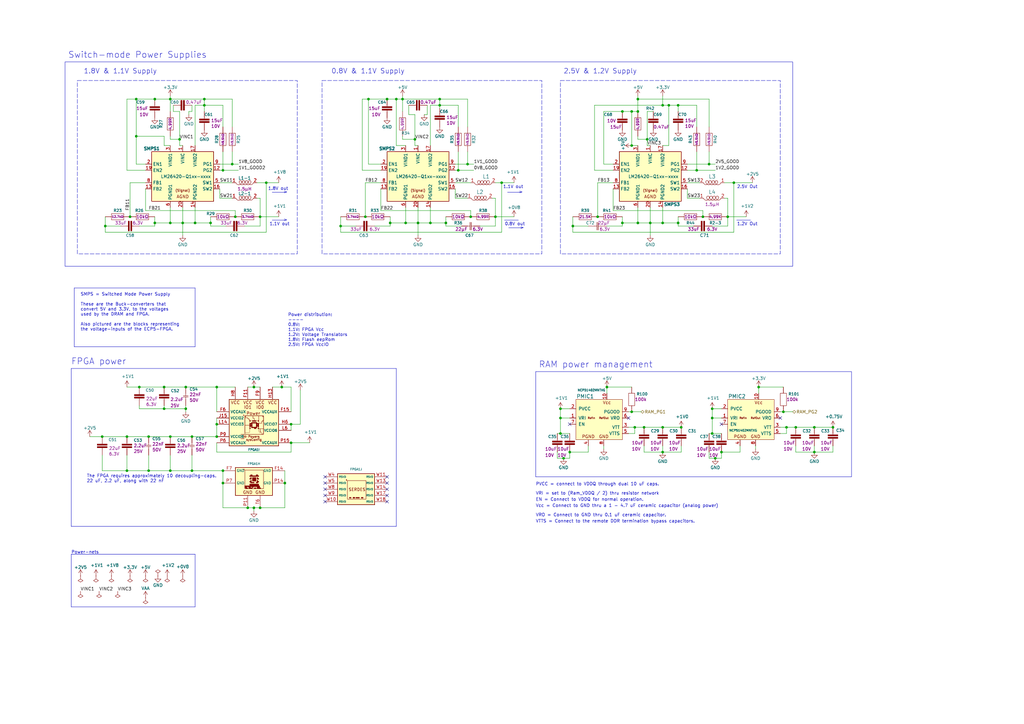
<source format=kicad_sch>
(kicad_sch (version 20230121) (generator eeschema)
  (paper "A3")
  (title_block (title "Open SVGA") (rev "0.14") (comment 1 "Copyright DoomN00b"))
  (lib_symbols
    (symbol "LRJ-parts:1008PS-152KLC" (pin_names (offset 1.016))
      (property "Reference" "L" (at -3.81 2.54 0))
      (property "Value" "1008PS-152KLC" (at 3.175 -1.905 0))
      (symbol "1008PS-152KLC_1_1"
        (pin passive line (at -5.08 0 0) (length 1.4986) (name "~") (number "1"))
        (pin passive line (at 5.08 0 180) (length 1.4986) (name "~") (number "2"))
      )
    )
    (symbol "LRJ-parts:C_C2012X7S1A156M125AC" (pin_numbers hide) (pin_names (offset 1.016) hide)
      (property "Reference" "C" (at 1.27 1.27 0))
      (property "Value" "C_C2012X7S1A156M125AC" (at 0.254 -2.159 0))
      (property "Capacitance" "15uF" (at -5.08 0 0))
      (property "Voltage rating" "10V" (at -5.08 -2.54 0))
      (symbol "C_C2012X7S1A156M125AC_1_1"
        (pin passive line (at 0 3.81 270) (length 2.54) (name "1") (number "1"))
        (pin passive line (at 0 -3.81 90) (length 2.54) (name "2") (number "2"))
      )
    )
    (symbol "LRJ-parts:C_C3216X7S0J336M160AC" (pin_numbers hide) (pin_names (offset 1.016) hide)
      (property "Reference" "C" (at 1.524 1.651 0))
      (property "Value" "C_C3216X7S0J336M160AC" (at 1.524 -3.429 0))
      (property "Capacitance" "33uF" (at -5.08 0 0))
      (property "Voltage Rating" "6.3V" (at -5.08 -2.54 0))
      (symbol "C_C3216X7S0J336M160AC_1_1"
        (pin passive line (at 0 3.81 270) (length 2.54) (name "1") (number "1"))
        (pin passive line (at 0 -3.81 90) (length 2.54) (name "2") (number "2"))
      )
    )
    (symbol "LRJ-parts:C_CL21A226MQQNNNE" (pin_numbers hide) (pin_names (offset 1.016) hide)
      (property "Reference" "C" (at 1.524 2.921 0))
      (property "MPN" "CL21A226MQQNNNE" (at -11.43 0 0))
      (property "Capacitance" "22µF" (at 8.89 -1.27 0))
      (property "Voltage rating" "6.3V" (at 7.62 -3.81 0))
      (symbol "C_CL21A226MQQNNNE_1_1"
        (pin passive line (at 0 3.81 270) (length 2.54) (name "1") (number "1"))
        (pin passive line (at 0 -3.81 90) (length 2.54) (name "2") (number "2"))
      )
    )
    (symbol "LRJ-parts:C_CL21B223KBANFNC" (pin_numbers hide) (pin_names (offset 1.016) hide)
      (property "Reference" "C" (at 1.524 1.651 0))
      (property "Value" "C_CL21B223KBANFNC" (at -20.32 -5.08 0))
      (property "Capacitance" "22nF" (at 7.62 -1.27 0))
      (property "Voltage rating" "50V" (at 6.35 -3.81 0))
      (symbol "C_CL21B223KBANFNC_1_1"
        (pin passive line (at 0 3.81 270) (length 2.54) (name "1") (number "1"))
        (pin passive line (at 0 -3.81 90) (length 2.54) (name "2") (number "2"))
      )
    )
    (symbol "LRJ-parts:C_CL21B225KAFNFNE" (pin_numbers hide) (pin_names (offset 1.016) hide)
      (property "Reference" "C" (at 1.524 1.651 0))
      (property "Value" "C_CL21B225KAFNFNE" (at -20.32 -2.54 0))
      (property "Capacitance" "2.2uF" (at 7.62 -1.27 0))
      (property "Voltage rating" "25V" (at 6.35 -3.81 0))
      (symbol "C_CL21B225KAFNFNE_1_1"
        (pin passive line (at 0 3.81 270) (length 2.54) (name "1") (number "1"))
        (pin passive line (at 0 -3.81 90) (length 2.54) (name "2") (number "2"))
      )
    )
    (symbol "LRJ-parts:C_CL21B474KOFNNNG" (pin_numbers hide) (pin_names (offset 1.016) hide)
      (property "Reference" "C" (at 1.524 1.651 0))
      (property "Value" "C_CL21B474KOFNNNG" (at -20.32 -2.54 0))
      (symbol "C_CL21B474KOFNNNG_1_1"
        (pin passive line (at 0 3.81 270) (length 2.54) (name "1") (number "1"))
        (pin passive line (at 0 -3.81 90) (length 2.54) (name "2") (number "2"))
      )
    )
    (symbol "LRJ-parts:C_GRM188C80J226ME15D" (pin_numbers hide) (pin_names (offset 1.016) hide)
      (property "Reference" "C" (at 1.524 1.651 0))
      (property "Value" "C_GRM188C80J226ME15D" (at 1.27 -2.54 0))
      (property "Capacity" "22uF" (at -5.08 0 0))
      (property "Voltage rating" "6.3V" (at -5.08 -2.54 0))
      (symbol "C_GRM188C80J226ME15D_1_1"
        (pin passive line (at 0 3.81 270) (length 2.54) (name "1") (number "1"))
        (pin passive line (at 0 -3.81 90) (length 2.54) (name "2") (number "2"))
      )
    )
    (symbol "LRJ-parts:C_GRM21BR71A106KA73K" (pin_numbers hide) (pin_names (offset 1.016) hide)
      (property "Reference" "C" (at 1.524 1.651 0))
      (property "MPN" "GRM21BR71A106KA73K" (at 15.24 3.81 0))
      (property "Capacitance" "10uF" (at -5.08 0 0))
      (property "Voltage rating" "10V" (at -5.08 -2.54 0))
      (symbol "C_GRM21BR71A106KA73K_1_1"
        (pin passive line (at 0 3.81 270) (length 2.54) (name "1") (number "1"))
        (pin passive line (at 0 -3.81 90) (length 2.54) (name "2") (number "2"))
      )
    )
    (symbol "LRJ-parts:LFE5U-85F-8BG381"
      (property "Reference" "U" (at -10.16 60.96 0))
      (symbol "LFE5U-85F-8BG381_1_0"
        (pin bidirectional clock (at -12.7 -25.4 0) (length 5.08) (name "PT63A/PCLKT0_1") (number "A10"))
        (pin bidirectional clock (at -12.7 -27.94 0) (length 5.08) (name "PT63B/PCLKC0_1") (number "A11"))
        (pin bidirectional line (at -12.7 -2.54 0) (length 5.08) (name "PT4A/ULC_GPLL1T_IN") (number "A6"))
        (pin bidirectional line (at -12.7 7.62 0) (length 5.08) (name "PT18A") (number "A7"))
        (pin bidirectional line (at -12.7 5.08 0) (length 5.08) (name "PT18B") (number "A8"))
        (pin bidirectional clock (at -12.7 -20.32 0) (length 5.08) (name "PT60A/GR_PCLK0_1") (number "A9"))
        (pin bidirectional clock (at -12.7 -22.86 0) (length 5.08) (name "PT60B/GR_PCLK0_0") (number "B10"))
        (pin bidirectional clock (at -12.7 -30.48 0) (length 5.08) (name "PT65A/PCLKT0_0") (number "B11"))
        (pin bidirectional line (at -12.7 -5.08 0) (length 5.08) (name "PT4B/ULC_GPLL1C_IN") (number "B6"))
        (pin bidirectional line (at -12.7 10.16 0) (length 5.08) (name "PT15B") (number "B8"))
        (pin bidirectional line (at -12.7 -15.24 0) (length 5.08) (name "PT58A") (number "B9"))
        (pin bidirectional line (at -12.7 -17.78 0) (length 5.08) (name "PT58B") (number "C10"))
        (pin bidirectional clock (at -12.7 -33.02 0) (length 5.08) (name "PT65B/PCLKC0_0") (number "C11"))
        (pin bidirectional line (at -12.7 22.86 0) (length 5.08) (name "PT11A") (number "C6"))
        (pin bidirectional line (at -12.7 20.32 0) (length 5.08) (name "PT11B") (number "C7"))
        (pin bidirectional line (at -12.7 12.7 0) (length 5.08) (name "PT15A") (number "C8"))
        (pin bidirectional line (at -12.7 -7.62 0) (length 5.08) (name "PT54A") (number "C9"))
        (pin bidirectional line (at -12.7 -10.16 0) (length 5.08) (name "PT56A") (number "D10"))
        (pin bidirectional line (at -12.7 30.48 0) (length 5.08) (name "PT6B") (number "D6"))
        (pin bidirectional line (at -12.7 25.4 0) (length 5.08) (name "PT9B") (number "D7"))
        (pin bidirectional line (at -12.7 15.24 0) (length 5.08) (name "PT13B") (number "D8"))
        (pin bidirectional line (at -12.7 2.54 0) (length 5.08) (name "PT20A") (number "D9"))
        (pin bidirectional line (at -12.7 -12.7 0) (length 5.08) (name "PT56B") (number "E10"))
        (pin bidirectional line (at -12.7 33.02 0) (length 5.08) (name "PT6A") (number "E6"))
        (pin bidirectional line (at -12.7 27.94 0) (length 5.08) (name "PT9A") (number "E7"))
        (pin bidirectional line (at -12.7 17.78 0) (length 5.08) (name "PT13A") (number "E8"))
        (pin bidirectional line (at -12.7 0 0) (length 5.08) (name "PT20B") (number "E9"))
      )
      (symbol "LFE5U-85F-8BG381_1_1"
        (text "Bank 0" (at 4.191 31.7505 0) (effects (font (size 1.27 1.27) italic)))
      )
      (symbol "LFE5U-85F-8BG381_2_0"
        (pin bidirectional line (at -15.24 -17.78 0) (length 5.08) (name "PT76A") (number "A12"))
        (pin bidirectional line (at -15.24 -20.32 0) (length 5.08) (name "PT76B") (number "A13"))
        (pin bidirectional line (at -15.24 -33.02 0) (length 5.08) (name "PT83A") (number "A14"))
        (pin bidirectional line (at -15.24 40.64 0) (length 5.08) (name "PT103A") (number "A15"))
        (pin bidirectional line (at -15.24 27.94 0) (length 5.08) (name "PT110A") (number "A16"))
        (pin bidirectional line (at -15.24 12.7 0) (length 5.08) (name "PT116A") (number "A17"))
        (pin bidirectional line (at -15.24 7.62 0) (length 5.08) (name "PT119A") (number "A18"))
        (pin bidirectional line (at -15.24 2.54 0) (length 5.08) (name "PT121A/URC_GPLL1T_IN") (number "A19"))
        (pin bidirectional clock (at -15.24 -7.62 0) (length 5.08) (name "PT71A/PCLKT1_0") (number "B12"))
        (pin bidirectional line (at -15.24 -22.86 0) (length 5.08) (name "PT78A") (number "B13"))
        (pin bidirectional line (at -15.24 38.1 0) (length 5.08) (name "PT105A") (number "B15"))
        (pin bidirectional line (at -15.24 25.4 0) (length 5.08) (name "PT110B") (number "B16"))
        (pin bidirectional line (at -15.24 17.78 0) (length 5.08) (name "PT114A") (number "B17"))
        (pin bidirectional line (at -15.24 10.16 0) (length 5.08) (name "PT116B") (number "B18"))
        (pin bidirectional line (at -15.24 5.08 0) (length 5.08) (name "PT119B") (number "B19"))
        (pin bidirectional line (at -15.24 0 0) (length 5.08) (name "PT121B/URC_GPLL1C_IN") (number "B20"))
        (pin bidirectional clock (at -15.24 -10.16 0) (length 5.08) (name "PT71B/PCLKC1_0") (number "C12"))
        (pin bidirectional line (at -15.24 -25.4 0) (length 5.08) (name "PT78B") (number "C13"))
        (pin bidirectional line (at -15.24 -35.56 0) (length 5.08) (name "PT83B") (number "C14"))
        (pin bidirectional line (at -15.24 35.56 0) (length 5.08) (name "PT105B") (number "C15"))
        (pin bidirectional line (at -15.24 22.86 0) (length 5.08) (name "PT112A") (number "C16"))
        (pin bidirectional line (at -15.24 15.24 0) (length 5.08) (name "PT114B") (number "C17"))
        (pin bidirectional clock (at -15.24 -2.54 0) (length 5.08) (name "PT69A/PCLKT1_1") (number "D11"))
        (pin bidirectional clock (at -15.24 -12.7 0) (length 5.08) (name "PT74A/GR_PCLK1_0") (number "D12"))
        (pin bidirectional line (at -15.24 -27.94 0) (length 5.08) (name "PT80A") (number "D13"))
        (pin bidirectional line (at -15.24 -38.1 0) (length 5.08) (name "PT85A") (number "D14"))
        (pin bidirectional line (at -15.24 33.02 0) (length 5.08) (name "PT107A") (number "D15"))
        (pin bidirectional line (at -15.24 20.32 0) (length 5.08) (name "PT112B") (number "D16"))
        (pin bidirectional clock (at -15.24 -5.08 0) (length 5.08) (name "PT69B/PCLKC1_1") (number "E11"))
        (pin bidirectional clock (at -15.24 -15.24 0) (length 5.08) (name "PT74B/GR_PCLK1_1") (number "E12"))
        (pin bidirectional line (at -15.24 -30.48 0) (length 5.08) (name "PT80B") (number "E13"))
        (pin bidirectional line (at -15.24 -40.64 0) (length 5.08) (name "PT85B") (number "E14"))
        (pin bidirectional line (at -15.24 30.48 0) (length 5.08) (name "PT107B") (number "E15"))
      )
      (symbol "LFE5U-85F-8BG381_2_1"
        (text "Bank 1" (at 3.81 36.1955 0) (effects (font (size 1.27 1.27) italic)))
      )
      (symbol "LFE5U-85F-8BG381_3_0"
        (pin bidirectional line (at -15.24 43.18 0) (length 5.08) (name "PR11A/URC_GPLL0T_IN") (number "C18"))
        (pin bidirectional line (at -15.24 -2.54 0) (length 5.08) (name "PR35A") (number "C20"))
        (pin bidirectional line (at -15.24 40.64 0) (length 5.08) (name "PR11B/URC_GPLL0C_IN") (number "D17"))
        (pin bidirectional line (at -15.24 33.02 0) (length 5.08) (name "PR14A") (number "D18"))
        (pin bidirectional line (at -15.24 -5.08 0) (length 5.08) (name "PR35B") (number "D19"))
        (pin passive line (at -15.24 -7.62 0) (length 5.08) (name "PR35C/VREF1_2") (number "D20"))
        (pin bidirectional line (at -15.24 38.1 0) (length 5.08) (name "PR11C") (number "E16"))
        (pin bidirectional line (at -15.24 30.48 0) (length 5.08) (name "PR14B") (number "E17"))
        (pin bidirectional line (at -15.24 27.94 0) (length 5.08) (name "PR14C") (number "E18"))
        (pin bidirectional line (at -15.24 -10.16 0) (length 5.08) (name "PR35D") (number "E19"))
        (pin bidirectional line (at -15.24 -12.7 0) (length 5.08) (name "PR38A") (number "E20"))
        (pin bidirectional line (at -15.24 35.56 0) (length 5.08) (name "PR11D") (number "F16"))
        (pin bidirectional line (at -15.24 22.86 0) (length 5.08) (name "PR17A") (number "F17"))
        (pin bidirectional line (at -15.24 25.4 0) (length 5.08) (name "PR14D") (number "F18"))
        (pin bidirectional line (at -15.24 -15.24 0) (length 5.08) (name "PR38B") (number "F19"))
        (pin bidirectional line (at -15.24 -17.78 0) (length 5.08) (name "PR38C") (number "F20"))
        (pin bidirectional line (at -15.24 17.78 0) (length 5.08) (name "PR17C") (number "G16"))
        (pin bidirectional line (at -15.24 20.32 0) (length 5.08) (name "PR17B") (number "G18"))
        (pin bidirectional line (at -15.24 -22.86 0) (length 5.08) (name "PR41A/GR_PCLK2_1") (number "G19"))
        (pin bidirectional line (at -15.24 -20.32 0) (length 5.08) (name "PR38D") (number "G20"))
        (pin bidirectional line (at -15.24 15.24 0) (length 5.08) (name "PR17D") (number "H16"))
        (pin bidirectional line (at -15.24 10.16 0) (length 5.08) (name "PR20B") (number "H17"))
        (pin bidirectional line (at -15.24 12.7 0) (length 5.08) (name "PR20A") (number "H18"))
        (pin bidirectional line (at -15.24 -25.4 0) (length 5.08) (name "PR41B") (number "H20"))
        (pin bidirectional line (at -15.24 5.08 0) (length 5.08) (name "PR20D") (number "J16"))
        (pin bidirectional line (at -15.24 7.62 0) (length 5.08) (name "PR20C") (number "J17"))
        (pin bidirectional line (at -15.24 -27.94 0) (length 5.08) (name "PR41C/GR_PCLK2_0") (number "J18"))
        (pin bidirectional line (at -15.24 -33.02 0) (length 5.08) (name "PR44A/PCLKT2_1") (number "J19"))
        (pin bidirectional line (at -15.24 -38.1 0) (length 5.08) (name "PR44C/PCLKT2_0") (number "J20"))
        (pin bidirectional line (at -15.24 2.54 0) (length 5.08) (name "PR29A") (number "K16"))
        (pin bidirectional line (at -15.24 0 0) (length 5.08) (name "PR29B") (number "K17"))
        (pin bidirectional line (at -15.24 -30.48 0) (length 5.08) (name "PR41D") (number "K18"))
        (pin bidirectional line (at -15.24 -35.56 0) (length 5.08) (name "PR44B/PCLKC2_1") (number "K19"))
        (pin bidirectional line (at -15.24 -40.64 0) (length 5.08) (name "PR44D/PCLKC2_0") (number "K20"))
      )
      (symbol "LFE5U-85F-8BG381_3_1"
        (text "Bank 2" (at 5.461 31.6235 0) (effects (font (size 1.27 1.27))))
        (text "Hi-S" (at -0.635 -15.24 0) (effects (font (size 0.508 0.508) italic)))
        (text "Hi-S" (at -0.635 -12.7 0) (effects (font (size 0.508 0.508) italic)))
        (text "Hi-S" (at -0.635 -5.08 0) (effects (font (size 0.508 0.508) italic)))
        (text "Hi-S" (at -0.635 -2.54 0) (effects (font (size 0.508 0.508) italic)))
        (text "Hi-S" (at -0.635 0 0) (effects (font (size 0.508 0.508) italic)))
        (text "Hi-S" (at -0.635 2.54 0) (effects (font (size 0.508 0.508) italic)))
        (text "Hi-S" (at -0.635 10.16 0) (effects (font (size 0.508 0.508) italic)))
        (text "Hi-S" (at -0.635 12.7 0) (effects (font (size 0.508 0.508) italic)))
        (text "Hi-S" (at -0.635 20.32 0) (effects (font (size 0.508 0.508) italic)))
        (text "Hi-S" (at -0.635 22.86 0) (effects (font (size 0.508 0.508) italic)))
        (text "Hi-S" (at -0.635 30.48 0) (effects (font (size 0.508 0.508) italic)))
        (text "Hi-S" (at -0.635 33.02 0) (effects (font (size 0.508 0.508) italic)))
        (text "Hi-S" (at 8.255 -35.56 0) (effects (font (size 0.508 0.508) italic)))
        (text "Hi-S" (at 8.255 -33.02 0) (effects (font (size 0.508 0.508) italic)))
        (text "Hi-S" (at 8.255 -25.4 0) (effects (font (size 0.508 0.508) italic)))
        (text "Hi-S" (at 8.255 -22.86 0) (effects (font (size 0.508 0.508) italic)))
        (text "Hi-S" (at 8.255 40.64 0) (effects (font (size 0.508 0.508) italic)))
        (text "Hi-S" (at 8.255 43.18 0) (effects (font (size 0.508 0.508) italic)))
      )
      (symbol "LFE5U-85F-8BG381_4_0"
        (pin bidirectional line (at -15.24 27.94 0) (length 5.08) (name "PR50A/GR_PCLK3_0") (number "L16"))
        (pin bidirectional line (at -15.24 25.4 0) (length 5.08) (name "PR50B") (number "L17"))
        (pin bidirectional line (at -15.24 30.48 0) (length 5.08) (name "PR50C/GR_PCLK3_1") (number "L18"))
        (pin bidirectional line (at -15.24 35.56 0) (length 5.08) (name "PR47C/PCLKT3_0") (number "L19"))
        (pin bidirectional line (at -15.24 40.64 0) (length 5.08) (name "PR47A/PCLKT3_1") (number "L20"))
        (pin bidirectional line (at -15.24 17.78 0) (length 5.08) (name "PR53B") (number "M17"))
        (pin bidirectional line (at -15.24 22.86 0) (length 5.08) (name "PR50D") (number "M18"))
        (pin bidirectional line (at -15.24 33.02 0) (length 5.08) (name "PR47D/PCLKC3_0") (number "M19"))
        (pin bidirectional line (at -15.24 38.1 0) (length 5.08) (name "PR47B/PCLKC3_1") (number "M20"))
        (pin bidirectional line (at -15.24 20.32 0) (length 5.08) (name "PR53A") (number "N16"))
        (pin bidirectional line (at -15.24 10.16 0) (length 5.08) (name "PR56A") (number "N17"))
        (pin bidirectional line (at -15.24 15.24 0) (length 5.08) (name "PR53C") (number "N18"))
        (pin bidirectional line (at -15.24 -2.54 0) (length 5.08) (name "PR83A") (number "N19"))
        (pin bidirectional line (at -15.24 -5.08 0) (length 5.08) (name "PR83B") (number "N20"))
        (pin bidirectional line (at -15.24 7.62 0) (length 5.08) (name "PR56B/VREF1_3") (number "P16"))
        (pin bidirectional line (at -15.24 12.7 0) (length 5.08) (name "PR53D") (number "P17"))
        (pin bidirectional line (at -15.24 -10.16 0) (length 5.08) (name "PR83D") (number "P18"))
        (pin bidirectional line (at -15.24 -7.62 0) (length 5.08) (name "PR83C") (number "P19"))
        (pin bidirectional line (at -15.24 -12.7 0) (length 5.08) (name "PR86A") (number "P20"))
        (pin bidirectional line (at -15.24 5.08 0) (length 5.08) (name "PR56C") (number "R16"))
        (pin bidirectional line (at -15.24 2.54 0) (length 5.08) (name "PR56D") (number "R17"))
        (pin bidirectional line (at -15.24 -25.4 0) (length 5.08) (name "PR89B") (number "R18"))
        (pin bidirectional line (at -15.24 -15.24 0) (length 5.08) (name "PR86B") (number "R20"))
        (pin bidirectional line (at -15.24 0 0) (length 5.08) (name "PR77A") (number "T16"))
        (pin bidirectional line (at -15.24 -40.64 0) (length 5.08) (name "PR92D/LRC_GPLL0C_IN") (number "T17"))
        (pin bidirectional line (at -15.24 -30.48 0) (length 5.08) (name "PR89D") (number "T18"))
        (pin bidirectional line (at -15.24 -22.86 0) (length 5.08) (name "PR89A") (number "T19"))
        (pin bidirectional line (at -15.24 -17.78 0) (length 5.08) (name "PR86C") (number "T20"))
        (pin bidirectional line (at -15.24 -38.1 0) (length 5.08) (name "PR92C/LRC_GPLL0T_IN") (number "U16"))
        (pin bidirectional line (at -15.24 -35.56 0) (length 5.08) (name "PR92B") (number "U17"))
        (pin bidirectional line (at -15.24 -33.02 0) (length 5.08) (name "PR92A") (number "U18"))
        (pin bidirectional line (at -15.24 -27.94 0) (length 5.08) (name "PR89C") (number "U19"))
        (pin bidirectional line (at -15.24 -20.32 0) (length 5.08) (name "PR86D") (number "U20"))
      )
      (symbol "LFE5U-85F-8BG381_4_1"
        (text "Bank 3" (at 5.461 4.064 0) (effects (font (size 1.27 1.27))))
        (text "Hi-S" (at -1.905 -35.56 0) (effects (font (size 0.508 0.508) italic)))
        (text "Hi-S" (at -1.905 -33.02 0) (effects (font (size 0.508 0.508) italic)))
        (text "Hi-S" (at -1.905 -25.4 0) (effects (font (size 0.508 0.508) italic)))
        (text "Hi-S" (at -1.905 -22.86 0) (effects (font (size 0.508 0.508) italic)))
        (text "Hi-S" (at -1.905 -15.24 0) (effects (font (size 0.508 0.508) italic)))
        (text "Hi-S" (at -1.905 -12.7 0) (effects (font (size 0.508 0.508) italic)))
        (text "Hi-S" (at -1.905 -5.08 0) (effects (font (size 0.508 0.508) italic)))
        (text "Hi-S" (at -1.905 -2.54 0) (effects (font (size 0.508 0.508) italic)))
        (text "Hi-S" (at -1.905 10.16 0) (effects (font (size 0.508 0.508) italic)))
        (text "Hi-S" (at -1.905 17.78 0) (effects (font (size 0.508 0.508) italic)))
        (text "Hi-S" (at -1.905 20.32 0) (effects (font (size 0.508 0.508) italic)))
        (text "Hi-S" (at -1.905 25.4 0) (effects (font (size 0.508 0.508) italic)))
        (text "Hi-S" (at 8.255 7.62 0) (effects (font (size 0.508 0.508) italic)))
        (text "Hi-S" (at 8.255 27.94 0) (effects (font (size 0.508 0.508) italic)))
        (text "Hi-S" (at 8.255 38.1 0) (effects (font (size 0.508 0.508) italic)))
        (text "Hi-S" (at 8.255 40.64 0) (effects (font (size 0.508 0.508) italic)))
      )
      (symbol "LFE5U-85F-8BG381_5_0"
        (pin bidirectional clock (at -15.24 38.1 0) (length 5.08) (name "PL47B/PCLKC6_1") (number "F1"))
        (pin bidirectional clock (at -15.24 33.02 0) (length 5.08) (name "PL47D/PCLKC6_0") (number "G1"))
        (pin bidirectional clock (at -15.24 40.64 0) (length 5.08) (name "PL47A/PCLKT6_1") (number "G2"))
        (pin bidirectional line (at -15.24 15.24 0) (length 5.08) (name "PL53C") (number "H1"))
        (pin bidirectional clock (at -15.24 35.56 0) (length 5.08) (name "PL47C/PCLKT6_0") (number "H2"))
        (pin bidirectional line (at -15.24 17.78 0) (length 5.08) (name "PL53B") (number "J1"))
        (pin bidirectional clock (at -15.24 30.48 0) (length 5.08) (name "PL50C/GR_PCLK6_1") (number "J3"))
        (pin bidirectional clock (at -15.24 27.94 0) (length 5.08) (name "PL50A/GR_PCLK6_0") (number "J4"))
        (pin bidirectional line (at -15.24 25.4 0) (length 5.08) (name "PL50B") (number "J5"))
        (pin bidirectional line (at -15.24 12.7 0) (length 5.08) (name "PL53D") (number "K1"))
        (pin bidirectional line (at -15.24 20.32 0) (length 5.08) (name "PL53A") (number "K2"))
        (pin bidirectional line (at -15.24 22.86 0) (length 5.08) (name "PL50D") (number "K3"))
        (pin bidirectional line (at -15.24 10.16 0) (length 5.08) (name "PL56A") (number "K4"))
        (pin bidirectional line (at -15.24 7.62 0) (length 5.08) (name "PL56B/VREF1_6") (number "K5"))
        (pin bidirectional line (at -15.24 -27.94 0) (length 5.08) (name "PL89C") (number "L1"))
        (pin bidirectional line (at -15.24 -20.32 0) (length 5.08) (name "PL86D") (number "L2"))
        (pin bidirectional line (at -15.24 -17.78 0) (length 5.08) (name "PL86C") (number "L3"))
        (pin bidirectional line (at -15.24 5.08 0) (length 5.08) (name "PL56C") (number "L4"))
        (pin bidirectional line (at -15.24 2.54 0) (length 5.08) (name "PL56D") (number "L5"))
        (pin bidirectional line (at -15.24 -25.4 0) (length 5.08) (name "PL89B") (number "M1"))
        (pin bidirectional line (at -15.24 -15.24 0) (length 5.08) (name "PL86B") (number "M3"))
        (pin bidirectional line (at -15.24 -2.54 0) (length 5.08) (name "PL83A") (number "M4"))
        (pin bidirectional line (at -15.24 0 0) (length 5.08) (name "PL77A") (number "M5"))
        (pin bidirectional line (at -15.24 -30.48 0) (length 5.08) (name "PL89D") (number "N1"))
        (pin bidirectional line (at -15.24 -22.86 0) (length 5.08) (name "PL89A") (number "N2"))
        (pin bidirectional line (at -15.24 -12.7 0) (length 5.08) (name "PL86A") (number "N3"))
        (pin bidirectional line (at -15.24 -7.62 0) (length 5.08) (name "PL83C") (number "N4"))
        (pin bidirectional line (at -15.24 -5.08 0) (length 5.08) (name "PL83B") (number "N5"))
        (pin bidirectional line (at -15.24 -33.02 0) (length 5.08) (name "PL92A") (number "P1"))
        (pin bidirectional line (at -15.24 -35.56 0) (length 5.08) (name "PL92B") (number "P2"))
        (pin bidirectional line (at -15.24 -38.1 0) (length 5.08) (name "PL92C/LLC_GPLL0T_IN") (number "P3"))
        (pin bidirectional line (at -15.24 -40.64 0) (length 5.08) (name "PL92D/LLC_GPLL0C_IN") (number "P4"))
        (pin bidirectional line (at -15.24 -10.16 0) (length 5.08) (name "PL83D") (number "P5"))
      )
      (symbol "LFE5U-85F-8BG381_5_1"
        (text "Bank 6" (at 5.207 -1.143 0) (effects (font (size 1.27 1.27))))
        (text "Hi-S" (at -1.905 -35.56 0) (effects (font (size 0.508 0.508) italic)))
        (text "Hi-S" (at -1.905 -33.02 0) (effects (font (size 0.508 0.508) italic)))
        (text "Hi-S" (at -1.905 -25.4 0) (effects (font (size 0.508 0.508) italic)))
        (text "Hi-S" (at -1.905 -22.86 0) (effects (font (size 0.508 0.508) italic)))
        (text "Hi-S" (at -1.905 -15.24 0) (effects (font (size 0.508 0.508) italic)))
        (text "Hi-S" (at -1.905 -12.7 0) (effects (font (size 0.508 0.508) italic)))
        (text "Hi-S" (at -1.905 -5.08 0) (effects (font (size 0.508 0.508) italic)))
        (text "Hi-S" (at -1.905 -2.54 0) (effects (font (size 0.508 0.508) italic)))
        (text "Hi-S" (at -1.905 0 0) (effects (font (size 0.508 0.508) italic)))
        (text "Hi-S" (at -1.905 10.16 0) (effects (font (size 0.508 0.508) italic)))
        (text "Hi-S" (at -1.905 17.78 0) (effects (font (size 0.508 0.508) italic)))
        (text "Hi-S" (at -1.905 20.32 0) (effects (font (size 0.508 0.508) italic)))
        (text "Hi-S" (at -1.905 25.4 0) (effects (font (size 0.508 0.508) italic)))
        (text "Hi-S" (at 6.985 7.62 0) (effects (font (size 0.508 0.508) italic)))
        (text "Hi-S" (at 6.985 27.94 0) (effects (font (size 0.508 0.508) italic)))
        (text "Hi-S" (at 6.985 38.1 0) (effects (font (size 0.508 0.508) italic)))
        (text "Hi-S" (at 6.985 40.64 0) (effects (font (size 0.508 0.508) italic)))
      )
      (symbol "LFE5U-85F-8BG381_6_0"
        (pin bidirectional line (at -15.24 0 0) (length 5.08) (name "PL35A") (number "A2"))
        (pin bidirectional line (at -15.24 25.4 0) (length 5.08) (name "PL14C") (number "A3"))
        (pin bidirectional line (at -15.24 40.64 0) (length 5.08) (name "PL11A/ULC_GPLL0T_IN") (number "A4"))
        (pin bidirectional line (at -15.24 38.1 0) (length 5.08) (name "PL11B/ULC_GPLL0C_IN") (number "A5"))
        (pin bidirectional line (at -15.24 -2.54 0) (length 5.08) (name "PL35B") (number "B1"))
        (pin bidirectional line (at -15.24 -7.62 0) (length 5.08) (name "PL35C/VREF1_7") (number "B2"))
        (pin bidirectional line (at -15.24 22.86 0) (length 5.08) (name "PL14D") (number "B3"))
        (pin bidirectional line (at -15.24 27.94 0) (length 5.08) (name "PL14B") (number "B4"))
        (pin bidirectional line (at -15.24 35.56 0) (length 5.08) (name "PL11C") (number "B5"))
        (pin bidirectional line (at -15.24 -12.7 0) (length 5.08) (name "PL38A") (number "C1"))
        (pin bidirectional line (at -15.24 -10.16 0) (length 5.08) (name "PL35D") (number "C2"))
        (pin bidirectional line (at -15.24 15.24 0) (length 5.08) (name "PL17C") (number "C3"))
        (pin bidirectional line (at -15.24 30.48 0) (length 5.08) (name "PL14A") (number "C4"))
        (pin bidirectional line (at -15.24 33.02 0) (length 5.08) (name "PL11D") (number "C5"))
        (pin bidirectional line (at -15.24 -15.24 0) (length 5.08) (name "PL38B") (number "D1"))
        (pin bidirectional line (at -15.24 -17.78 0) (length 5.08) (name "PL38C") (number "D2"))
        (pin bidirectional line (at -15.24 12.7 0) (length 5.08) (name "PL17D") (number "D3"))
        (pin bidirectional line (at -15.24 17.78 0) (length 5.08) (name "PL17B") (number "D5"))
        (pin bidirectional line (at -15.24 -20.32 0) (length 5.08) (name "PL38D") (number "E1"))
        (pin bidirectional clock (at -15.24 -40.64 0) (length 5.08) (name "PL44D/PCLKC7_0") (number "E2"))
        (pin bidirectional line (at -15.24 7.62 0) (length 5.08) (name "PL20B") (number "E3"))
        (pin bidirectional line (at -15.24 20.32 0) (length 5.08) (name "PL17A") (number "E4"))
        (pin bidirectional line (at -15.24 5.08 0) (length 5.08) (name "PL20C") (number "E5"))
        (pin bidirectional clock (at -15.24 -38.1 0) (length 5.08) (name "PL44C/PCLKT7_0") (number "F2"))
        (pin bidirectional clock (at -15.24 -35.56 0) (length 5.08) (name "PL44B/PCLKC7_1") (number "F3"))
        (pin bidirectional line (at -15.24 10.16 0) (length 5.08) (name "PL20A") (number "F4"))
        (pin bidirectional line (at -15.24 2.54 0) (length 5.08) (name "PL20D") (number "F5"))
        (pin bidirectional clock (at -15.24 -33.02 0) (length 5.08) (name "PL44A/PCLKT7_1") (number "G3"))
        (pin bidirectional line (at -15.24 -25.4 0) (length 5.08) (name "PL41B") (number "G5"))
        (pin bidirectional line (at -15.24 -30.48 0) (length 5.08) (name "PL41D") (number "H3"))
        (pin bidirectional clock (at -15.24 -22.86 0) (length 5.08) (name "PL41A/GR_PCLK7_1") (number "H4"))
        (pin bidirectional clock (at -15.24 -27.94 0) (length 5.08) (name "PL41C/GR_PCLK7_0") (number "H5"))
      )
      (symbol "LFE5U-85F-8BG381_6_1"
        (text "Bank 7" (at 5.334 29.845 0) (effects (font (size 1.27 1.27))))
        (text "Hi-S" (at -0.635 -25.4 0) (effects (font (size 0.508 0.508) italic)))
        (text "Hi-S" (at -0.635 -15.24 0) (effects (font (size 0.508 0.508) italic)))
        (text "Hi-S" (at -0.635 -12.7 0) (effects (font (size 0.508 0.508) italic)))
        (text "Hi-S" (at -0.635 -2.54 0) (effects (font (size 0.508 0.508) italic)))
        (text "Hi-S" (at -0.635 0 0) (effects (font (size 0.508 0.508) italic)))
        (text "Hi-S" (at -0.635 7.62 0) (effects (font (size 0.508 0.508) italic)))
        (text "Hi-S" (at -0.635 10.16 0) (effects (font (size 0.508 0.508) italic)))
        (text "Hi-S" (at -0.635 17.78 0) (effects (font (size 0.508 0.508) italic)))
        (text "Hi-S" (at -0.635 20.32 0) (effects (font (size 0.508 0.508) italic)))
        (text "Hi-S" (at -0.635 27.94 0) (effects (font (size 0.508 0.508) italic)))
        (text "Hi-S" (at -0.635 30.48 0) (effects (font (size 0.508 0.508) italic)))
        (text "Hi-S" (at 5.715 -35.56 0) (effects (font (size 0.508 0.508) italic)))
        (text "Hi-S" (at 5.715 -33.02 0) (effects (font (size 0.508 0.508) italic)))
        (text "Hi-S" (at 5.715 -22.86 0) (effects (font (size 0.508 0.508) italic)))
        (text "Hi-S" (at 5.715 38.1 0) (effects (font (size 0.508 0.508) italic)))
        (text "Hi-S" (at 5.715 40.64 0) (effects (font (size 0.508 0.508) italic)))
      )
      (symbol "LFE5U-85F-8BG381_7_0"
        (pin bidirectional line (at -15.24 -12.7 0) (length 5.08) (name "PB4A/D7/IO7") (number "R1"))
        (pin bidirectional line (at -15.24 -5.08 0) (length 5.08) (name "PB15A/HOLDN/DI/BUSY/CSSPIN/CEN") (number "R2"))
        (pin bidirectional line (at -15.24 -7.62 0) (length 5.08) (name "PB15B/DOUT/CSON") (number "R3"))
        (pin bidirectional line (at -15.24 10.16 0) (length 5.08) (name "CFG_2") (number "R4"))
        (pin bidirectional line (at -15.24 27.94 0) (length 5.08) (name "TDI") (number "R5"))
        (pin bidirectional line (at -15.24 -15.24 0) (length 5.08) (name "PB4B/D6/IO6") (number "T1"))
        (pin bidirectional line (at -15.24 0 0) (length 5.08) (name "PB13A/SN/CSN") (number "T2"))
        (pin bidirectional line (at -15.24 -10.16 0) (length 5.08) (name "PB18A/WRITEN") (number "T3"))
        (pin bidirectional line (at -15.24 12.7 0) (length 5.08) (name "CFG_1") (number "T4"))
        (pin bidirectional clock (at -15.24 30.48 0) (length 5.08) (name "TCK") (number "T5"))
        (pin bidirectional line (at -15.24 -27.94 0) (length 5.08) (name "PB6A/D5/MISO2/IO5") (number "U1"))
        (pin bidirectional line (at -15.24 -2.54 0) (length 5.08) (name "PB13B/CS1N") (number "U2"))
        (pin bidirectional clock (at -15.24 17.78 0) (length 5.08) (name "CCLK/MCLK/SCK") (number "U3"))
        (pin bidirectional line (at -15.24 15.24 0) (length 5.08) (name "CFG_0") (number "U4"))
        (pin bidirectional line (at -15.24 22.86 0) (length 5.08) (name "TMS") (number "U5"))
        (pin bidirectional line (at -15.24 -30.48 0) (length 5.08) (name "PB6B/D4/MOSI2/IO4") (number "V1"))
        (pin bidirectional line (at -15.24 -22.86 0) (length 5.08) (name "PB11A/D1/MISO/IO1") (number "V2"))
        (pin open_collector line (at -15.24 7.62 0) (length 5.08) (name "INITN") (number "V3"))
        (pin bidirectional line (at -15.24 25.4 0) (length 5.08) (name "TDO") (number "V4"))
        (pin bidirectional line (at -15.24 -17.78 0) (length 5.08) (name "PB9A/D3/IO3") (number "W1"))
        (pin bidirectional line (at -15.24 -25.4 0) (length 5.08) (name "PB11B/D0/MOSI/IO0") (number "W2"))
        (pin bidirectional line (at -15.24 5.08 0) (length 5.08) (name "PROGRAMN") (number "W3"))
        (pin bidirectional line (at -15.24 -20.32 0) (length 5.08) (name "PB9B/D2/IO2") (number "Y2"))
        (pin open_collector line (at -15.24 2.54 0) (length 5.08) (name "DONE") (number "Y3"))
      )
      (symbol "LFE5U-85F-8BG381_7_1"
        (text " 40" (at 4.191 26.797 0) (effects (font (size 1.27 1.27))))
        (text "Bank" (at 4.826 28.575 0) (effects (font (size 1.27 1.27))))
        (text "Bank 8" (at 5.969 12.7 0) (effects (font (size 1.27 1.27))))
        (text "JTAG" (at 0 34.29 0) (effects (font (size 1.27 1.27))))
        (text "PB15A/HOLDN/DI/\nBUSY/CSSPIN/CEN" (at -3.81 -5.08 0) (effects (font (size 0.75 0.75))))
        (text "sysCONFIG" (at 0 20.32 0) (effects (font (size 1.27 1.27))))
      )
      (symbol "LFE5U-85F-8BG381_8_0"
        (pin passive line (at -2.54 -10.16 90) (length 5.08) hide (name "GND") (number "B14"))
        (pin passive line (at -2.54 -10.16 90) (length 5.08) hide (name "GND") (number "B7"))
        (pin passive line (at -2.54 -10.16 90) (length 5.08) hide (name "GND") (number "C19"))
        (pin passive line (at -2.54 -10.16 90) (length 5.08) hide (name "GND") (number "D4"))
        (pin passive line (at -12.7 5.08 0) (length 5.08) hide (name "GND") (number "F13"))
        (pin power_in line (at 12.7 5.08 180) (length 5.08) (name "GND") (number "F14"))
        (pin power_in line (at -12.7 5.08 0) (length 5.08) (name "GND") (number "F7"))
        (pin passive line (at -12.7 5.08 0) (length 5.08) hide (name "GND") (number "F8"))
        (pin passive line (at -2.54 -10.16 90) (length 5.08) hide (name "GND") (number "G10"))
        (pin passive line (at -2.54 -10.16 90) (length 5.08) hide (name "GND") (number "G11"))
        (pin passive line (at -2.54 -10.16 90) (length 5.08) hide (name "GND") (number "G12"))
        (pin passive line (at -2.54 -10.16 90) (length 5.08) hide (name "GND") (number "G13"))
        (pin passive line (at -2.54 -10.16 90) (length 5.08) hide (name "GND") (number "G14"))
        (pin passive line (at -2.54 -10.16 90) (length 5.08) hide (name "GND") (number "G15"))
        (pin passive line (at -2.54 -10.16 90) (length 5.08) hide (name "GND") (number "G17"))
        (pin passive line (at -2.54 -10.16 90) (length 5.08) hide (name "GND") (number "G4"))
        (pin passive line (at -2.54 -10.16 90) (length 5.08) hide (name "GND") (number "G6"))
        (pin passive line (at -2.54 -10.16 90) (length 5.08) hide (name "GND") (number "G7"))
        (pin passive line (at -2.54 -10.16 90) (length 5.08) hide (name "GND") (number "G8"))
        (pin passive line (at -2.54 -10.16 90) (length 5.08) hide (name "GND") (number "G9"))
        (pin passive line (at -2.54 -10.16 90) (length 5.08) hide (name "GND") (number "H19"))
        (pin passive line (at -2.54 -10.16 90) (length 5.08) hide (name "GND") (number "J10"))
        (pin passive line (at -2.54 -10.16 90) (length 5.08) hide (name "GND") (number "J11"))
        (pin passive line (at -2.54 -10.16 90) (length 5.08) hide (name "GND") (number "J12"))
        (pin passive line (at -2.54 -10.16 90) (length 5.08) hide (name "GND") (number "J14"))
        (pin passive line (at -2.54 -10.16 90) (length 5.08) hide (name "GND") (number "J2"))
        (pin passive line (at -2.54 -10.16 90) (length 5.08) hide (name "GND") (number "J7"))
        (pin passive line (at -2.54 -10.16 90) (length 5.08) hide (name "GND") (number "J9"))
        (pin passive line (at -2.54 -10.16 90) (length 5.08) hide (name "GND") (number "K10"))
        (pin passive line (at -2.54 -10.16 90) (length 5.08) hide (name "GND") (number "K11"))
        (pin passive line (at -2.54 -10.16 90) (length 5.08) hide (name "GND") (number "K12"))
        (pin passive line (at -2.54 -10.16 90) (length 5.08) hide (name "GND") (number "K14"))
        (pin passive line (at -2.54 -10.16 90) (length 5.08) hide (name "GND") (number "K15"))
        (pin passive line (at -2.54 -10.16 90) (length 5.08) hide (name "GND") (number "K6"))
        (pin passive line (at -2.54 -10.16 90) (length 5.08) hide (name "GND") (number "K7"))
        (pin passive line (at -2.54 -10.16 90) (length 5.08) hide (name "GND") (number "K9"))
        (pin passive line (at -2.54 -10.16 90) (length 5.08) hide (name "GND") (number "L10"))
        (pin passive line (at -2.54 -10.16 90) (length 5.08) hide (name "GND") (number "L11"))
        (pin passive line (at -2.54 -10.16 90) (length 5.08) hide (name "GND") (number "L12"))
        (pin passive line (at -2.54 -10.16 90) (length 5.08) hide (name "GND") (number "L9"))
        (pin passive line (at -2.54 -10.16 90) (length 5.08) hide (name "GND") (number "M10"))
        (pin passive line (at -2.54 -10.16 90) (length 5.08) hide (name "GND") (number "M11"))
        (pin passive line (at -2.54 -10.16 90) (length 5.08) hide (name "GND") (number "M12"))
        (pin passive line (at -2.54 -10.16 90) (length 5.08) hide (name "GND") (number "M14"))
        (pin passive line (at -2.54 -10.16 90) (length 5.08) hide (name "GND") (number "M16"))
        (pin passive line (at -2.54 -10.16 90) (length 5.08) hide (name "GND") (number "M2"))
        (pin passive line (at -2.54 -10.16 90) (length 5.08) hide (name "GND") (number "M7"))
        (pin passive line (at -2.54 -10.16 90) (length 5.08) hide (name "GND") (number "M9"))
        (pin passive line (at -2.54 -10.16 90) (length 5.08) hide (name "GND") (number "N14"))
        (pin passive line (at -2.54 -10.16 90) (length 5.08) hide (name "GND") (number "N15"))
        (pin passive line (at -2.54 -10.16 90) (length 5.08) hide (name "GND") (number "N6"))
        (pin passive line (at -2.54 -10.16 90) (length 5.08) hide (name "GND") (number "N7"))
        (pin power_in line (at -2.54 -10.16 90) (length 5.08) (name "GND") (number "P11"))
        (pin passive line (at -2.54 -10.16 90) (length 5.08) hide (name "GND") (number "P12"))
        (pin passive line (at -2.54 -10.16 90) (length 5.08) hide (name "GND") (number "P13"))
        (pin power_in line (at 12.7 0 180) (length 5.08) (name "GND") (number "P14"))
        (pin power_in line (at -12.7 0 0) (length 5.08) (name "GND") (number "P7"))
        (pin passive line (at -2.54 -10.16 90) (length 5.08) hide (name "GND") (number "P8"))
        (pin passive line (at -2.54 -10.16 90) (length 5.08) hide (name "GND") (number "R19"))
        (pin passive line (at -2.54 -10.16 90) (length 5.08) hide (name "GND") (number "U10"))
        (pin passive line (at -2.54 -10.16 90) (length 5.08) hide (name "GND") (number "U11"))
        (pin passive line (at -2.54 -10.16 90) (length 5.08) hide (name "GND") (number "U12"))
        (pin passive line (at -2.54 -10.16 90) (length 5.08) hide (name "GND") (number "U13"))
        (pin passive line (at -2.54 -10.16 90) (length 5.08) hide (name "GND") (number "U14"))
        (pin passive line (at -2.54 -10.16 90) (length 5.08) hide (name "GND") (number "U7"))
        (pin passive line (at -2.54 -10.16 90) (length 5.08) hide (name "GND") (number "U8"))
        (pin passive line (at -2.54 -10.16 90) (length 5.08) hide (name "GND") (number "U9"))
        (pin passive line (at -2.54 -10.16 90) (length 5.08) hide (name "GND") (number "V12"))
        (pin passive line (at -2.54 -10.16 90) (length 5.08) hide (name "GND") (number "V13"))
        (pin passive line (at -2.54 -10.16 90) (length 5.08) hide (name "GND") (number "V14"))
        (pin passive line (at -2.54 -10.16 90) (length 5.08) hide (name "GND") (number "V15"))
        (pin passive line (at -2.54 -10.16 90) (length 5.08) hide (name "GND") (number "V16"))
        (pin passive line (at -2.54 -10.16 90) (length 5.08) hide (name "GND") (number "V19"))
        (pin passive line (at -2.54 -10.16 90) (length 5.08) hide (name "GND") (number "V20"))
        (pin passive line (at -2.54 -10.16 90) (length 5.08) hide (name "GND") (number "V5"))
        (pin passive line (at -2.54 -10.16 90) (length 5.08) hide (name "GND") (number "V6"))
        (pin passive line (at -2.54 -10.16 90) (length 5.08) hide (name "GND") (number "V7"))
        (pin passive line (at -2.54 -10.16 90) (length 5.08) hide (name "GND") (number "V8"))
        (pin passive line (at -2.54 -10.16 90) (length 5.08) hide (name "GND") (number "V9"))
        (pin passive line (at -2.54 -10.16 90) (length 5.08) hide (name "GND") (number "W12"))
        (pin passive line (at -2.54 -10.16 90) (length 5.08) hide (name "GND") (number "W15"))
        (pin passive line (at -2.54 -10.16 90) (length 5.08) hide (name "GND") (number "W16"))
        (pin passive line (at -2.54 -10.16 90) (length 5.08) hide (name "GND") (number "W19"))
        (pin passive line (at -2.54 -10.16 90) (length 5.08) hide (name "GND") (number "W6"))
        (pin passive line (at -2.54 -10.16 90) (length 5.08) hide (name "GND") (number "W7"))
      )
      (symbol "LFE5U-85F-8BG381_8_1"
        (text "GND" (at -2.54 -3.81 0) (effects (font (size 1.27 1.27))))
        (text "GND" (at 2.54 -3.81 0) (effects (font (size 1.27 1.27))))
        (pin passive line (at 2.54 -10.16 90) (length 5.08) hide (name "GND") (number "T10"))
        (pin passive line (at 2.54 -10.16 90) (length 5.08) hide (name "GND") (number "T11"))
        (pin passive line (at 2.54 -10.16 90) (length 5.08) hide (name "GND") (number "T12"))
        (pin passive line (at 2.54 -10.16 90) (length 5.08) hide (name "GND") (number "T13"))
        (pin passive line (at 2.54 -10.16 90) (length 5.08) hide (name "GND") (number "T14"))
        (pin passive line (at 2.54 -10.16 90) (length 5.08) hide (name "GND") (number "T15"))
        (pin power_in line (at 2.54 -10.16 90) (length 5.08) (name "GND") (number "T6"))
        (pin passive line (at 2.54 -10.16 90) (length 5.08) hide (name "GND") (number "T7"))
        (pin passive line (at 2.54 -10.16 90) (length 5.08) hide (name "GND") (number "T8"))
        (pin passive line (at 2.54 -10.16 90) (length 5.08) hide (name "GND") (number "T9"))
        (pin passive line (at 2.54 -10.16 90) (length 5.08) hide (name "GND") (number "U15"))
        (pin passive line (at 2.54 -10.16 90) (length 5.08) hide (name "GND") (number "U6"))
        (pin passive line (at 2.54 -10.16 90) (length 5.08) hide (name "GND") (number "V10"))
        (pin passive line (at 2.54 -10.16 90) (length 5.08) hide (name "GND") (number "V11"))
        (pin passive line (at 2.54 -10.16 90) (length 5.08) hide (name "GND") (number "V17"))
        (pin passive line (at 2.54 -10.16 90) (length 5.08) hide (name "GND") (number "V18"))
        (pin passive line (at 2.54 -10.16 90) (length 5.08) hide (name "GND") (number "W20"))
        (pin passive line (at 2.54 -10.16 90) (length 5.08) hide (name "GND") (number "Y11"))
        (pin passive line (at 2.54 -10.16 90) (length 5.08) hide (name "GND") (number "Y12"))
        (pin passive line (at 2.54 -10.16 90) (length 5.08) hide (name "GND") (number "Y14"))
        (pin passive line (at 2.54 -10.16 90) (length 5.08) hide (name "GND") (number "Y15"))
        (pin passive line (at 2.54 -10.16 90) (length 5.08) hide (name "GND") (number "Y16"))
        (pin passive line (at 2.54 -10.16 90) (length 5.08) hide (name "GND") (number "Y17"))
        (pin passive line (at 2.54 -10.16 90) (length 5.08) hide (name "GND") (number "Y19"))
        (pin passive line (at 2.54 -10.16 90) (length 5.08) hide (name "GND") (number "Y5"))
        (pin passive line (at 2.54 -10.16 90) (length 5.08) hide (name "GND") (number "Y6"))
        (pin passive line (at 2.54 -10.16 90) (length 5.08) hide (name "GND") (number "Y7"))
        (pin passive line (at 2.54 -10.16 90) (length 5.08) hide (name "GND") (number "Y8"))
      )
      (symbol "LFE5U-85F-8BG381_9_0"
        (pin power_in line (at 15.24 5.08 180) (length 5.08) (name "VCCAUX") (number "F15"))
        (pin power_in line (at -15.24 5.08 0) (length 5.08) (name "VCCAUX") (number "F6"))
        (pin passive line (at -7.62 15.24 270) (length 5.08) hide (name "VCC") (number "H10"))
        (pin passive line (at -7.62 15.24 270) (length 5.08) hide (name "VCC") (number "H11"))
        (pin passive line (at -7.62 15.24 270) (length 5.08) hide (name "VCC") (number "H12"))
        (pin power_in line (at 7.62 15.24 270) (length 5.08) (name "VCC") (number "H13"))
        (pin power_in line (at -7.62 15.24 270) (length 5.08) (name "VCC") (number "H8"))
        (pin passive line (at 7.62 15.24 270) (length 5.08) hide (name "VCC") (number "H9"))
        (pin passive line (at 7.62 15.24 270) (length 5.08) hide (name "VCC") (number "J13"))
        (pin passive line (at 7.62 15.24 270) (length 5.08) hide (name "VCC") (number "J8"))
        (pin passive line (at 7.62 15.24 270) (length 5.08) hide (name "VCC") (number "K13"))
        (pin passive line (at 7.62 15.24 270) (length 5.08) hide (name "VCC") (number "K8"))
        (pin passive line (at 7.62 15.24 270) (length 5.08) hide (name "VCC") (number "L13"))
        (pin passive line (at 7.62 15.24 270) (length 5.08) hide (name "VCC") (number "L8"))
        (pin passive line (at 7.62 15.24 270) (length 5.08) hide (name "VCC") (number "M13"))
        (pin passive line (at 7.62 15.24 270) (length 5.08) hide (name "VCC") (number "M8"))
        (pin passive line (at 7.62 15.24 270) (length 5.08) hide (name "VCC") (number "N10"))
        (pin passive line (at 7.62 15.24 270) (length 5.08) hide (name "VCC") (number "N11"))
        (pin passive line (at 7.62 15.24 270) (length 5.08) hide (name "VCC") (number "N12"))
        (pin passive line (at 7.62 15.24 270) (length 5.08) hide (name "VCC") (number "N13"))
        (pin passive line (at 7.62 15.24 270) (length 5.08) hide (name "VCC") (number "N8"))
        (pin passive line (at 7.62 15.24 270) (length 5.08) hide (name "VCC") (number "N9"))
        (pin power_in line (at 15.24 -7.62 180) (length 5.08) (name "VCCAUX") (number "P15"))
        (pin power_in line (at -15.24 -7.62 0) (length 5.08) (name "VCCAUX") (number "P6"))
      )
      (symbol "LFE5U-85F-8BG381_9_1"
        (text "IO0" (at 2.54 6.985 0) (effects (font (size 1.27 1.27))))
        (text "IO1" (at -2.54 6.985 0) (effects (font (size 1.27 1.27))))
        (text "Power" (at -0.254 4.445 0) (effects (font (size 1.27 1.27))))
        (text "Powers" (at 0 -5.08 0) (effects (font (size 0.889 0.889))))
        (text "sysConfig" (at 0 -6.35 0) (effects (font (size 0.889 0.889))))
        (text "VCC" (at -7.62 8.89 0) (effects (font (size 1.27 1.27))))
        (text "VCC" (at -2.54 8.89 0) (effects (font (size 1.27 1.27))))
        (text "VCC" (at 2.54 8.89 0) (effects (font (size 1.27 1.27))))
        (text "VCC" (at 7.62 8.89 0) (effects (font (size 1.27 1.27))))
        (pin passive line (at 2.54 15.24 270) (length 5.08) hide (name "VCCIO0") (number "F10"))
        (pin power_in line (at -2.54 15.24 270) (length 5.08) (name "VCCIO1") (number "F11"))
        (pin passive line (at -2.54 15.24 270) (length 5.08) hide (name "VCCIO1") (number "F12"))
        (pin power_in line (at 2.54 15.24 270) (length 5.08) (name "VCCIO0") (number "F9"))
        (pin passive line (at -15.24 2.54 0) (length 5.08) hide (name "VCCIO2") (number "H14"))
        (pin passive line (at -15.24 2.54 0) (length 5.08) hide (name "VCCIO2") (number "H15"))
        (pin power_in line (at 15.24 0 180) (length 5.08) (name "VCCIO7") (number "H6"))
        (pin passive line (at 15.24 0 180) (length 5.08) hide (name "VCCIO7") (number "H7"))
        (pin power_in line (at -15.24 2.54 0) (length 5.08) (name "VCCIO2") (number "J15"))
        (pin passive line (at 15.24 0 180) (length 5.08) hide (name "VCCIO7") (number "J6"))
        (pin power_in line (at -15.24 0 0) (length 5.08) (name "VCCIO3") (number "L14"))
        (pin passive line (at -15.24 0 0) (length 5.08) hide (name "VCCIO3") (number "L15"))
        (pin power_in line (at 15.24 -2.54 180) (length 5.08) (name "VCCIO6") (number "L6"))
        (pin passive line (at 15.24 -2.54 180) (length 5.08) hide (name "VCCIO6") (number "L7"))
        (pin passive line (at -15.24 0 0) (length 5.08) hide (name "VCCIO3") (number "M15"))
        (pin passive line (at 15.24 -2.54 180) (length 5.08) hide (name "VCCIO6") (number "M6"))
        (pin passive line (at -15.24 -5.08 0) (length 5.08) hide (name "VCCIO8") (number "P10"))
        (pin power_in line (at -15.24 -5.08 0) (length 5.08) (name "VCCIO8") (number "P9"))
      )
      (symbol "LFE5U-85F-8BG381_10_0"
        (pin passive line (at -12.7 -5.08 0) (length 5.08) (name "RSVD") (number "W10"))
        (pin passive line (at 12.7 5.08 180) (length 5.08) (name "RSVD") (number "W11"))
        (pin passive line (at 12.7 2.54 180) (length 5.08) (name "RSVD") (number "W13"))
        (pin passive line (at 12.7 0 180) (length 5.08) (name "RSVD") (number "W14"))
        (pin passive line (at 12.7 -2.54 180) (length 5.08) (name "RSVD") (number "W17"))
        (pin passive line (at 12.7 -5.08 180) (length 5.08) (name "RSVD") (number "W18"))
        (pin passive line (at -12.7 5.08 0) (length 5.08) (name "RSVD") (number "W4"))
        (pin passive line (at -12.7 2.54 0) (length 5.08) (name "RSVD") (number "W5"))
        (pin passive line (at -12.7 0 0) (length 5.08) (name "RSVD") (number "W8"))
        (pin passive line (at -12.7 -2.54 0) (length 5.08) (name "RSVD") (number "W9"))
      )
      (symbol "LFE5U-85F-8BG381_10_1"
        (text "SERDES" (at 0.381 -0.127 0) (effects (font (size 1.1938 1.1938))))
      )
    )
    (symbol "LRJ-parts:LM26420-Q1xx-xxxx"
      (property "Reference" "U" (at -15.24 17.78 0))
      (property "Value" "LM26420-Q1xx-xxxx" (at 36.83 10.16 0))
      (symbol "LM26420-Q1xx-xxxx_0_0"
        (text "AGND" (at 0 -8.255 0) (effects (font (size 1.27 1.27))))
      )
      (symbol "LM26420-Q1xx-xxxx_1_1"
        (text "(Signal)" (at 0 -5.715 0) (effects (font (size 0.9906 0.9906))))
        (pin power_in line (at 0 12.7 270) (length 2.54) (name "VINC") (number "1"))
        (pin passive line (at 0 -12.7 90) (length 2.54) hide (name "DAP") (number "10"))
        (pin passive line (at 0 -12.7 90) (length 2.54) hide (name "DAP") (number "11"))
        (pin output line (at 15.24 2.54 180) (length 2.54) (name "PG2") (number "12"))
        (pin input line (at -15.24 -5.08 0) (length 2.54) (name "FB2") (number "13"))
        (pin power_in line (at 5.08 -12.7 90) (length 2.54) (name "PGND2") (number "14"))
        (pin passive line (at 5.08 -12.7 90) (length 2.54) hide (name "PGND2") (number "15"))
        (pin power_out line (at 15.24 -5.08 180) (length 2.54) (name "SW2") (number "16"))
        (pin power_in line (at 5.08 12.7 270) (length 2.54) (name "VIND2") (number "17"))
        (pin passive line (at 5.08 12.7 270) (length 2.54) hide (name "VIND2") (number "18"))
        (pin input line (at -15.24 2.54 0) (length 2.54) (name "EN2") (number "19"))
        (pin input line (at -15.24 5.08 0) (length 2.54) (name "EN1") (number "2"))
        (pin power_in line (at 0 -12.7 90) (length 2.54) (name "AGND") (number "20"))
        (pin passive line (at 0 -12.7 90) (length 2.54) hide (name "DAP") (number "21"))
        (pin power_in line (at -5.08 12.7 270) (length 2.54) (name "VIND1") (number "3"))
        (pin passive line (at -5.08 12.7 270) (length 2.54) hide (name "VIND1") (number "4"))
        (pin power_out line (at 15.24 -2.54 180) (length 2.54) (name "SW1") (number "5"))
        (pin power_in line (at -5.08 -12.7 90) (length 2.54) (name "PGND1") (number "6"))
        (pin passive line (at -5.08 -12.7 90) (length 2.54) hide (name "PGND1") (number "7"))
        (pin input line (at -15.24 -2.54 0) (length 2.54) (name "FB1") (number "8"))
        (pin output line (at 15.24 5.08 180) (length 2.54) (name "PG1") (number "9"))
      )
    )
    (symbol "LRJ-parts:L_VLS3015CX" (pin_names (offset 1.016))
      (property "Reference" "L" (at -3.81 2.54 0))
      (property "Value" "L_VLS3015CX" (at 0 -2.54 0))
      (property "Inductance" "1.5μH" (at 0 2.54 0))
      (symbol "L_VLS3015CX_1_1"
        (pin passive line (at -5.08 0 0) (length 1.4986) (name "~") (number "1"))
        (pin passive line (at 5.08 0 180) (length 1.4986) (name "~") (number "2"))
      )
    )
    (symbol "LRJ-parts:NCP51402MNTXG" (pin_names (offset 1.016))
      (property "Reference" "U" (at -8.89 10.16 0))
      (property "Value" "NCP51402MNTXG" (at 4.445 -8.89 0))
      (symbol "NCP51402MNTXG_0_0"
        (text "GND" (at 1.27 -6.35 0) (effects (font (size 1.27 1.27))))
        (text "PGND" (at -5.08 -6.35 0) (effects (font (size 1.27 1.27))))
        (text "RefOut" (at 1.27 1.27 0) (effects (font (size 0.7874 0.7874))))
        (text "Vcc" (at 2.54 7.62 0) (effects (font (size 1.27 1.27))))
      )
      (symbol "NCP51402MNTXG_1_1"
        (text "RefIn" (at -3.81 1.27 0) (effects (font (size 0.7874 0.7874))))
        (pin power_in line (at -12.7 1.27 0) (length 2.54) (name "VRI") (number "1"))
        (pin power_in line (at 2.54 11.43 270) (length 2.54) (name "Vcc") (number "10"))
        (pin passive line (at 1.27 -10.16 90) (length 2.54) hide (name "DAP") (number "11"))
        (pin power_in line (at -12.7 5.08 0) (length 2.54) (name "PVCC") (number "2"))
        (pin power_out line (at 11.43 -2.54 180) (length 2.54) (name "VTT") (number "3"))
        (pin power_in line (at -5.08 -10.16 90) (length 2.54) (name "PGND") (number "4"))
        (pin input line (at 11.43 -5.08 180) (length 2.54) (name "VTTS") (number "5"))
        (pin power_out line (at 11.43 1.27 180) (length 2.54) (name "VRO") (number "6"))
        (pin input line (at -12.7 -1.27 0) (length 2.54) (name "EN") (number "7"))
        (pin power_in line (at 1.27 -10.16 90) (length 2.54) (name "GND") (number "8"))
        (pin open_collector line (at 11.43 3.81 180) (length 2.54) (name "PGOOD") (number "9"))
      )
    )
    (symbol "LRJ-parts:R_CRCW08053K74FKEAHP" (pin_numbers hide) (pin_names (offset 1.016) hide)
      (property "Reference" "R" (at -5.08 1.27 0))
      (property "Value" "R_CRCW08053K74FKEAHP" (at -10.16 -3.81 0))
      (property "Resistance" "3.74kΩ" (at 0 0 0))
      (symbol "R_CRCW08053K74FKEAHP_1_1"
        (pin passive line (at -5.08 0 0) (length 2.54) (name "1") (number "1"))
        (pin passive line (at 5.08 0 180) (length 2.54) (name "2") (number "2"))
      )
    )
    (symbol "LRJ-parts:R_CRCW080549K9FKEAHP" (pin_numbers hide) (pin_names (offset 1.016) hide)
      (property "Reference" "R" (at -5.08 1.27 0))
      (property "Value" "R_CRCW080549K9FKEAHP" (at -10.16 -3.81 0))
      (property "Resistance" "49.9kΩ" (at 0 0 0))
      (symbol "R_CRCW080549K9FKEAHP_1_1"
        (pin passive line (at -5.08 0 0) (length 2.54) (name "1") (number "1"))
        (pin passive line (at 5.08 0 180) (length 2.54) (name "2") (number "2"))
      )
    )
    (symbol "LRJ-parts:R_CRCW08054K99FKEAHP" (pin_numbers hide) (pin_names (offset 1.016) hide)
      (property "Reference" "R" (at -5.08 1.27 0))
      (property "Value" "R_CRCW08054K99FKEAHP" (at -7.62 -3.81 0))
      (property "Resistance" "4.99K" (at 0 0 0))
      (symbol "R_CRCW08054K99FKEAHP_1_1"
        (pin passive line (at -5.08 0 0) (length 2.54) (name "1") (number "1"))
        (pin passive line (at 5.08 0 180) (length 2.54) (name "2") (number "2"))
      )
    )
    (symbol "LRJ-parts:R_ERJ-P06F1002V" (pin_numbers hide) (pin_names (offset 1.016) hide)
      (property "Reference" "R" (at -5.08 1.27 0))
      (property "Value" "R_ERJ-P06F1002V" (at -10.16 -3.81 0))
      (property "Resistance" "10kΩ" (at 0 0 0))
      (symbol "R_ERJ-P06F1002V_1_1"
        (pin passive line (at -5.08 0 0) (length 2.54) (name "1") (number "1"))
        (pin passive line (at 5.08 0 180) (length 2.54) (name "2") (number "2"))
      )
    )
    (symbol "LRJ-parts:R_ERJ-P06F1272V" (pin_numbers hide) (pin_names (offset 1.016) hide)
      (property "Reference" "R" (at -5.08 1.27 0))
      (property "Value" "R_ERJ-P06F1272V" (at -10.16 -3.81 0))
      (property "Resistance" "12.7kΩ" (at 0 0 0))
      (symbol "R_ERJ-P06F1272V_1_1"
        (pin passive line (at -5.08 0 0) (length 2.54) (name "1") (number "1"))
        (pin passive line (at 5.08 0 180) (length 2.54) (name "2") (number "2"))
      )
    )
    (symbol "LRJ-parts:R_RC0805JR-07100KL" (pin_numbers hide) (pin_names (offset 1.016) hide)
      (property "Reference" "R" (at -5.08 1.27 0))
      (property "Value" "R_RC0805JR-07100KL" (at -7.62 -3.81 0))
      (property "Resistance" "100k" (at 0 0 0))
      (symbol "R_RC0805JR-07100KL_1_1"
        (pin passive line (at -5.08 0 0) (length 2.54) (name "1") (number "1"))
        (pin passive line (at 5.08 0 180) (length 2.54) (name "2") (number "2"))
      )
    )
    (symbol "LRJ-parts:R_RK73H2ATTD2152F" (pin_numbers hide) (pin_names (offset 1.016) hide)
      (property "Reference" "R" (at -5.08 1.27 0))
      (property "Value" "R_RK73H2ATTD2152F" (at -6.35 -3.81 0))
      (property "Resistance" "21.5K" (at 0 0 0))
      (symbol "R_RK73H2ATTD2152F_1_1"
        (pin passive line (at -5.08 0 0) (length 2.54) (name "1") (number "1"))
        (pin passive line (at 5.08 0 180) (length 2.54) (name "2") (number "2"))
      )
    )
    (symbol "LRJ-parts:R_WK73S2ATTD4R99F" (pin_numbers hide) (pin_names (offset 1.016) hide)
      (property "Reference" "R" (at -5.08 1.27 0))
      (property "Value" "R_WK73S2ATTD4R99F" (at -7.62 -3.81 0))
      (property "Resistance" "4.99R" (at 0 0 0))
      (symbol "R_WK73S2ATTD4R99F_1_1"
        (pin passive line (at -5.08 0 0) (length 2.54) (name "1") (number "1"))
        (pin passive line (at 5.08 0 180) (length 2.54) (name "2") (number "2"))
      )
    )
    (symbol "LRJ-parts:XFL4015-701MEC" (pin_names (offset 1.016))
      (property "Reference" "L" (at -3.81 2.54 0))
      (property "Value" "XFL4015-701MEC" (at 3.175 -1.905 0))
      (symbol "XFL4015-701MEC_1_1"
        (pin passive line (at -5.08 0 0) (length 1.4986) (name "~") (number "1"))
        (pin passive line (at 5.08 0 180) (length 1.4986) (name "~") (number "2"))
      )
    )
    (symbol "LRJ-parts_v2:+0.75V" (power) (pin_names (offset 0))
      (property "Value" "+0.75V" (at 0 3.556 0))
      (symbol "+0.75V_1_1"
        (pin power_in line (at 0 0 90) (length 0) hide (name "+0.75V") (number "1"))
      )
    )
    (symbol "power:+1V0" (power) (pin_names (offset 0))
      (property "Value" "+1V0" (at 0 3.556 0))
      (symbol "+1V0_1_1"
        (pin power_in line (at 0 0 90) (length 0) hide (name "+1V0") (number "1"))
      )
    )
    (symbol "power:+1V1" (power) (pin_names (offset 0))
      (property "Value" "+1V1" (at 0 3.556 0))
      (symbol "+1V1_1_1"
        (pin power_in line (at 0 0 90) (length 0) hide (name "+1V1") (number "1"))
      )
    )
    (symbol "power:+1V2" (power) (pin_names (offset 0))
      (property "Value" "+1V2" (at 0 3.556 0))
      (symbol "+1V2_1_1"
        (pin power_in line (at 0 0 90) (length 0) hide (name "+1V2") (number "1"))
      )
    )
    (symbol "power:+1V8" (power) (pin_names (offset 0))
      (property "Value" "+1V8" (at 0 3.556 0))
      (symbol "+1V8_1_1"
        (pin power_in line (at 0 0 90) (length 0) hide (name "+1V8") (number "1"))
      )
    )
    (symbol "power:+2V5" (power) (pin_names (offset 0))
      (property "Value" "+2V5" (at 0 3.556 0))
      (symbol "+2V5_1_1"
        (pin power_in line (at 0 0 90) (length 0) hide (name "+2V5") (number "1"))
      )
    )
    (symbol "power:+3.3V" (power) (pin_names (offset 0))
      (property "Value" "+3.3V" (at 0 3.556 0))
      (symbol "+3.3V_1_1"
        (pin power_in line (at 0 0 90) (length 0) hide (name "+3.3V") (number "1"))
      )
    )
    (symbol "power:+5V" (power) (pin_names (offset 0))
      (property "Value" "+5V" (at 0 3.556 0))
      (symbol "+5V_1_1"
        (pin power_in line (at 0 0 90) (length 0) hide (name "+5V") (number "1"))
      )
    )
    (symbol "power:GND" (power) (pin_names (offset 0))
      (property "Value" "GND" (at 0 -3.81 0))
      (symbol "GND_1_1"
        (pin power_in line (at 0 0 270) (length 0) hide (name "GND") (number "1"))
      )
    )
    (symbol "power:PWR_FLAG" (power) (pin_numbers hide) (pin_names (offset 0) hide)
      (property "Value" "PWR_FLAG" (at 0 3.81 0))
      (symbol "PWR_FLAG_0_0"
        (pin power_out line (at 0 0 90) (length 0) (name "pwr") (number "1"))
      )
    )
    (symbol "power:VAA" (power) (pin_names (offset 0))
      (property "Value" "VAA" (at 0 3.81 0))
      (symbol "VAA_1_1"
        (pin power_in line (at 0 0 90) (length 0) hide (name "VAA") (number "1"))
      )
    )
    (symbol "svga-devboard-rescue:+0V8-power" (power) (pin_names (offset 0))
      (property "Value" "+0V8-power" (at 0 3.556 0))
      (symbol "+0V8-power_1_1"
        (pin power_in line (at 0 0 90) (length 0) hide (name "+0V8") (number "1"))
      )
    )
  )
  (junction (at 69.85 193.04))
  (junction (at 231.14 187.96))
  (junction (at 298.45 88.9))
  (junction (at 295.91 185.42))
  (junction (at 261.62 45.72))
  (junction (at 106.68 208.28))
  (junction (at 193.04 88.9))
  (junction (at 76.2 167.64))
  (junction (at 293.37 187.96))
  (junction (at 88.9 158.75))
  (junction (at 52.07 193.04))
  (junction (at 160.02 91.44))
  (junction (at 101.6 208.28))
  (junction (at 311.15 158.75))
  (junction (at 91.44 198.12))
  (junction (at 116.84 198.12))
  (junction (at 300.99 74.93))
  (junction (at 266.7 91.44))
  (junction (at 119.38 181.61))
  (junction (at 41.91 179.07))
  (junction (at 278.13 43.18))
  (junction (at 234.95 92.71))
  (junction (at 91.44 69.85))
  (junction (at 53.34 88.9))
  (junction (at 182.88 91.44))
  (junction (at 285.75 69.85))
  (junction (at 326.39 175.26))
  (junction (at 67.31 158.75))
  (junction (at 255.27 45.72))
  (junction (at 166.37 91.44))
  (junction (at 69.85 179.07))
  (junction (at 290.83 67.31))
  (junction (at 259.08 168.91))
  (junction (at 292.1 167.64))
  (junction (at 109.22 74.93))
  (junction (at 229.87 167.64))
  (junction (at 115.57 158.75))
  (junction (at 274.32 43.18))
  (junction (at 88.9 179.07))
  (junction (at 278.13 91.44))
  (junction (at 205.74 74.93))
  (junction (at 271.78 185.42))
  (junction (at 139.7 92.71))
  (junction (at 271.78 43.18))
  (junction (at 271.78 91.44))
  (junction (at 279.4 175.26))
  (junction (at 80.01 91.44))
  (junction (at 271.78 175.26))
  (junction (at 63.5 91.44))
  (junction (at 265.43 57.15))
  (junction (at 60.96 179.07))
  (junction (at 83.82 43.18))
  (junction (at 104.14 158.75))
  (junction (at 162.56 40.64))
  (junction (at 96.52 88.9))
  (junction (at 73.66 57.15))
  (junction (at 104.14 208.28))
  (junction (at 334.01 185.42))
  (junction (at 149.86 88.9))
  (junction (at 91.44 193.04))
  (junction (at 119.38 173.99))
  (junction (at 180.34 40.64))
  (junction (at 321.31 168.91))
  (junction (at 255.27 91.44))
  (junction (at 57.15 158.75))
  (junction (at 69.85 40.64))
  (junction (at 264.16 175.26))
  (junction (at 261.62 91.44))
  (junction (at 341.63 175.26))
  (junction (at 67.31 167.64))
  (junction (at 74.93 91.44))
  (junction (at 86.36 91.44))
  (junction (at 259.08 59.69))
  (junction (at 245.11 88.9))
  (junction (at 180.34 43.18))
  (junction (at 78.74 193.04))
  (junction (at 292.1 171.45))
  (junction (at 248.92 158.75))
  (junction (at 95.25 67.31))
  (junction (at 55.88 55.88))
  (junction (at 260.35 175.26))
  (junction (at 83.82 40.64))
  (junction (at 259.08 45.72))
  (junction (at 69.85 91.44))
  (junction (at 165.1 40.64))
  (junction (at 191.77 67.31))
  (junction (at 78.74 179.07))
  (junction (at 63.5 40.64))
  (junction (at 322.58 175.26))
  (junction (at 43.18 92.71))
  (junction (at 233.68 185.42))
  (junction (at 176.53 91.44))
  (junction (at 292.1 177.8))
  (junction (at 55.88 40.64))
  (junction (at 288.29 88.9))
  (junction (at 229.87 171.45))
  (junction (at 261.62 40.64))
  (junction (at 203.2 88.9))
  (junction (at 171.45 91.44))
  (junction (at 88.9 173.99))
  (junction (at 151.13 40.64))
  (junction (at 170.18 57.15))
  (junction (at 187.96 69.85))
  (junction (at 229.87 177.8))
  (junction (at 334.01 175.26))
  (junction (at 158.75 40.64))
  (junction (at 52.07 179.07))
  (junction (at 60.96 193.04))
  (junction (at 76.2 158.75))
  (junction (at 106.68 88.9))
  (no_connect (at 133.35 200.66))
  (no_connect (at 320.04 171.45))
  (no_connect (at 158.75 203.2))
  (no_connect (at 295.91 173.99))
  (no_connect (at 133.35 195.58))
  (no_connect (at 233.68 173.99))
  (no_connect (at 133.35 203.2))
  (no_connect (at 257.81 171.45))
  (no_connect (at 133.35 205.74))
  (no_connect (at 133.35 198.12))
  (no_connect (at 158.75 198.12))
  (no_connect (at 158.75 195.58))
  (no_connect (at 158.75 205.74))
  (no_connect (at 158.75 200.66))
  (wire (pts (xy 261.62 57.15) (xy 265.43 57.15)))
  (wire (pts (xy 160.02 91.44) (xy 160.02 88.9)))
  (wire (pts (xy 308.61 74.93) (xy 300.99 74.93)))
  (wire (pts (xy 52.07 186.69) (xy 52.07 193.04)))
  (wire (pts (xy 201.93 81.28) (xy 203.2 81.28)))
  (wire (pts (xy 261.62 39.37) (xy 261.62 40.64)))
  (wire (pts (xy 80.01 43.18) (xy 83.82 43.18)))
  (wire (pts (xy 261.62 40.64) (xy 261.62 45.72)))
  (wire (pts (xy 158.75 40.64) (xy 162.56 40.64)))
  (wire (pts (xy 88.9 168.91) (xy 88.9 158.75)))
  (wire (pts (xy 285.75 43.18) (xy 285.75 52.07)))
  (wire (pts (xy 300.99 74.93) (xy 300.99 95.25)))
  (wire (pts (xy 243.84 69.85) (xy 243.84 43.18)))
  (wire (pts (xy 106.68 88.9) (xy 114.3 88.9)))
  (wire (pts (xy 248.92 158.75) (xy 259.08 158.75)))
  (wire (pts (xy 60.96 193.04) (xy 69.85 193.04)))
  (wire (pts (xy 303.53 182.88) (xy 303.53 185.42)))
  (wire (pts (xy 176.53 43.18) (xy 180.34 43.18)))
  (wire (pts (xy 88.9 171.45) (xy 88.9 173.99)))
  (wire (pts (xy 69.85 39.37) (xy 69.85 40.64)))
  (wire (pts (xy 278.13 92.71) (xy 284.48 92.71)))
  (wire (pts (xy 229.87 167.64) (xy 229.87 171.45)))
  (wire (pts (xy 180.34 43.18) (xy 180.34 40.64)))
  (wire (pts (xy 298.45 88.9) (xy 298.45 81.28)))
  (wire (pts (xy 76.2 167.64) (xy 76.2 166.37)))
  (wire (pts (xy 300.99 74.93) (xy 297.18 74.93)))
  (wire (pts (xy 182.88 91.44) (xy 176.53 91.44)))
  (wire (pts (xy 334.01 175.26) (xy 341.63 175.26)))
  (wire (pts (xy 271.78 43.18) (xy 271.78 39.37)))
  (wire (pts (xy 165.1 39.37) (xy 165.1 40.64)))
  (wire (pts (xy 265.43 59.69) (xy 265.43 57.15)))
  (wire (pts (xy 78.74 45.72) (xy 78.74 43.18)))
  (wire (pts (xy 274.32 43.18) (xy 274.32 59.69)))
  (wire (pts (xy 265.43 45.72) (xy 267.97 45.72)))
  (wire (pts (xy 74.93 96.52) (xy 74.93 91.44)))
  (wire (pts (xy 170.18 57.15) (xy 170.18 46.99)))
  (wire (pts (xy 73.66 45.72) (xy 71.12 45.72)))
  (wire (pts (xy 334.01 182.88) (xy 334.01 185.42)))
  (wire (pts (xy 36.83 179.07) (xy 41.91 179.07)))
  (wire (pts (xy 259.08 59.69) (xy 261.62 59.69)))
  (wire (pts (xy 111.76 158.75) (xy 115.57 158.75)))
  (wire (pts (xy 261.62 91.44) (xy 255.27 91.44)))
  (wire (pts (xy 278.13 45.72) (xy 278.13 43.18)))
  (polyline (pts (xy 30.48 142.24) (xy 30.48 118.11)))
  (wire (pts (xy 105.41 81.28) (xy 106.68 81.28)))
  (wire (pts (xy 55.88 55.88) (xy 55.88 67.31)))
  (wire (pts (xy 162.56 40.64) (xy 162.56 59.69)))
  (wire (pts (xy 63.5 91.44) (xy 63.5 88.9)))
  (wire (pts (xy 78.74 193.04) (xy 91.44 193.04)))
  (wire (pts (xy 67.31 167.64) (xy 67.31 166.37)))
  (wire (pts (xy 290.83 52.07) (xy 290.83 40.64)))
  (wire (pts (xy 59.69 67.31) (xy 55.88 67.31)))
  (wire (pts (xy 191.77 67.31) (xy 191.77 62.23)))
  (wire (pts (xy 196.85 92.71) (xy 203.2 92.71)))
  (wire (pts (xy 69.85 91.44) (xy 74.93 91.44)))
  (wire (pts (xy 52.07 179.07) (xy 60.96 179.07)))
  (wire (pts (xy 116.84 198.12) (xy 116.84 208.28)))
  (wire (pts (xy 271.78 43.18) (xy 274.32 43.18)))
  (polyline (pts (xy 213.868 78.8416) (xy 208.153 78.8416)))
  (wire (pts (xy 162.56 40.64) (xy 165.1 40.64)))
  (wire (pts (xy 59.69 86.36) (xy 59.69 77.47)))
  (wire (pts (xy 292.1 167.64) (xy 292.1 171.45)))
  (wire (pts (xy 309.88 184.15) (xy 309.88 182.88)))
  (wire (pts (xy 271.78 185.42) (xy 279.4 185.42)))
  (wire (pts (xy 180.34 44.45) (xy 180.34 43.18)))
  (wire (pts (xy 290.83 185.42) (xy 290.83 187.96)))
  (wire (pts (xy 77.47 46.99) (xy 77.47 45.72)))
  (wire (pts (xy 266.7 96.52) (xy 266.7 91.44)))
  (polyline (pts (xy 80.01 248.92) (xy 80.01 227.33)))
  (wire (pts (xy 180.34 40.64) (xy 191.77 40.64)))
  (wire (pts (xy 271.78 85.09) (xy 271.78 91.44)))
  (wire (pts (xy 78.74 179.07) (xy 88.9 179.07)))
  (wire (pts (xy 278.13 91.44) (xy 271.78 91.44)))
  (wire (pts (xy 295.91 187.96) (xy 295.91 185.42)))
  (wire (pts (xy 295.91 167.64) (xy 292.1 167.64)))
  (wire (pts (xy 139.7 95.25) (xy 205.74 95.25)))
  (wire (pts (xy 341.63 185.42) (xy 341.63 182.88)))
  (polyline (pts (xy 29.21 151.13) (xy 162.56 151.13)))
  (wire (pts (xy 182.88 92.71) (xy 189.23 92.71)))
  (wire (pts (xy 153.67 92.71) (xy 160.02 92.71)))
  (wire (pts (xy 320.04 168.91) (xy 321.31 168.91)))
  (wire (pts (xy 119.38 173.99) (xy 123.19 173.99)))
  (wire (pts (xy 119.38 181.61) (xy 127 181.61)))
  (polyline (pts (xy 162.56 151.13) (xy 162.56 215.9)))
  (wire (pts (xy 251.46 86.36) (xy 288.29 86.36)))
  (wire (pts (xy 290.83 67.31) (xy 290.83 62.23)))
  (wire (pts (xy 86.36 92.71) (xy 86.36 91.44)))
  (wire (pts (xy 101.6 158.75) (xy 104.14 158.75)))
  (wire (pts (xy 67.31 158.75) (xy 76.2 158.75)))
  (wire (pts (xy 53.34 88.9) (xy 53.34 74.93)))
  (wire (pts (xy 266.7 59.69) (xy 265.43 59.69)))
  (polyline (pts (xy 162.56 215.9) (xy 29.21 215.9)))
  (wire (pts (xy 290.83 40.64) (xy 261.62 40.64)))
  (wire (pts (xy 151.13 40.64) (xy 151.13 67.31)))
  (polyline (pts (xy 29.21 227.33) (xy 29.21 248.92)))
  (wire (pts (xy 187.96 69.85) (xy 194.31 69.85)))
  (wire (pts (xy 109.22 74.93) (xy 109.22 95.25)))
  (wire (pts (xy 91.44 193.04) (xy 91.44 198.12)))
  (wire (pts (xy 91.44 198.12) (xy 91.44 208.28)))
  (polyline (pts (xy 80.01 118.11) (xy 80.01 142.24)))
  (wire (pts (xy 104.14 208.28) (xy 101.6 208.28)))
  (wire (pts (xy 261.62 85.09) (xy 261.62 91.44)))
  (wire (pts (xy 228.6 187.96) (xy 231.14 187.96)))
  (wire (pts (xy 170.18 46.99) (xy 167.64 46.99)))
  (wire (pts (xy 261.62 55.88) (xy 261.62 57.15)))
  (wire (pts (xy 41.91 186.69) (xy 41.91 193.04)))
  (wire (pts (xy 182.88 92.71) (xy 182.88 91.44)))
  (wire (pts (xy 245.11 74.93) (xy 251.46 74.93)))
  (wire (pts (xy 69.85 55.88) (xy 69.85 57.15)))
  (wire (pts (xy 52.07 69.85) (xy 52.07 40.64)))
  (wire (pts (xy 67.31 55.88) (xy 55.88 55.88)))
  (wire (pts (xy 52.07 158.75) (xy 57.15 158.75)))
  (wire (pts (xy 229.87 167.64) (xy 233.68 167.64)))
  (wire (pts (xy 139.7 92.71) (xy 146.05 92.71)))
  (wire (pts (xy 203.2 88.9) (xy 203.2 92.71)))
  (wire (pts (xy 255.27 91.44) (xy 255.27 88.9)))
  (wire (pts (xy 57.15 92.71) (xy 63.5 92.71)))
  (wire (pts (xy 91.44 69.85) (xy 90.17 69.85)))
  (wire (pts (xy 180.34 43.18) (xy 187.96 43.18)))
  (wire (pts (xy 187.96 43.18) (xy 187.96 52.07)))
  (wire (pts (xy 80.01 85.09) (xy 80.01 91.44)))
  (wire (pts (xy 234.95 95.25) (xy 300.99 95.25)))
  (wire (pts (xy 69.85 193.04) (xy 78.74 193.04)))
  (wire (pts (xy 73.66 59.69) (xy 73.66 57.15)))
  (wire (pts (xy 106.68 88.9) (xy 106.68 81.28)))
  (wire (pts (xy 298.45 88.9) (xy 298.45 92.71)))
  (polyline (pts (xy 29.21 248.92) (xy 80.01 248.92)))
  (wire (pts (xy 228.6 177.8) (xy 229.87 177.8)))
  (wire (pts (xy 171.45 96.52) (xy 171.45 91.44)))
  (wire (pts (xy 166.37 91.44) (xy 171.45 91.44)))
  (wire (pts (xy 271.78 182.88) (xy 271.78 185.42)))
  (wire (pts (xy 247.65 45.72) (xy 247.65 67.31)))
  (wire (pts (xy 74.93 91.44) (xy 80.01 91.44)))
  (wire (pts (xy 69.85 179.07) (xy 78.74 179.07)))
  (wire (pts (xy 104.14 158.75) (xy 106.68 158.75)))
  (wire (pts (xy 229.87 171.45) (xy 229.87 177.8)))
  (wire (pts (xy 281.94 74.93) (xy 287.02 74.93)))
  (wire (pts (xy 260.35 177.8) (xy 257.81 177.8)))
  (polyline (pts (xy 117.348 90.2716) (xy 111.633 90.2716)))
  (wire (pts (xy 281.94 81.28) (xy 281.94 77.47)))
  (wire (pts (xy 259.08 45.72) (xy 261.62 45.72)))
  (wire (pts (xy 95.25 67.31) (xy 95.25 62.23)))
  (wire (pts (xy 248.92 92.71) (xy 255.27 92.71)))
  (wire (pts (xy 57.15 158.75) (xy 67.31 158.75)))
  (wire (pts (xy 67.31 59.69) (xy 67.31 55.88)))
  (wire (pts (xy 67.31 167.64) (xy 76.2 167.64)))
  (wire (pts (xy 173.99 46.99) (xy 175.26 46.99)))
  (wire (pts (xy 52.07 193.04) (xy 60.96 193.04)))
  (wire (pts (xy 334.01 185.42) (xy 341.63 185.42)))
  (wire (pts (xy 151.13 40.64) (xy 158.75 40.64)))
  (wire (pts (xy 63.5 40.64) (xy 69.85 40.64)))
  (wire (pts (xy 326.39 185.42) (xy 334.01 185.42)))
  (wire (pts (xy 234.95 88.9) (xy 234.95 92.71)))
  (wire (pts (xy 245.11 88.9) (xy 245.11 74.93)))
  (wire (pts (xy 90.17 81.28) (xy 95.25 81.28)))
  (wire (pts (xy 247.65 45.72) (xy 255.27 45.72)))
  (wire (pts (xy 123.19 173.99) (xy 123.19 160.02)))
  (wire (pts (xy 251.46 67.31) (xy 247.65 67.31)))
  (wire (pts (xy 171.45 91.44) (xy 176.53 91.44)))
  (wire (pts (xy 156.21 67.31) (xy 151.13 67.31)))
  (wire (pts (xy 320.04 175.26) (xy 322.58 175.26)))
  (wire (pts (xy 259.08 168.91) (xy 262.89 168.91)))
  (wire (pts (xy 104.14 209.55) (xy 104.14 208.28)))
  (wire (pts (xy 193.04 86.36) (xy 193.04 88.9)))
  (wire (pts (xy 149.86 74.93) (xy 156.21 74.93)))
  (wire (pts (xy 86.36 88.9) (xy 86.36 91.44)))
  (wire (pts (xy 76.2 168.91) (xy 76.2 167.64)))
  (wire (pts (xy 53.34 74.93) (xy 59.69 74.93)))
  (polyline (pts (xy 208.661 93.4466) (xy 214.376 93.4466)))
  (wire (pts (xy 257.81 168.91) (xy 259.08 168.91)))
  (wire (pts (xy 311.15 158.75) (xy 321.31 158.75)))
  (wire (pts (xy 248.92 158.75) (xy 248.92 161.29)))
  (wire (pts (xy 259.08 45.72) (xy 259.08 59.69)))
  (wire (pts (xy 251.46 86.36) (xy 251.46 77.47)))
  (wire (pts (xy 264.16 182.88) (xy 264.16 185.42)))
  (wire (pts (xy 156.21 86.36) (xy 193.04 86.36)))
  (wire (pts (xy 166.37 91.44) (xy 160.02 91.44)))
  (polyline (pts (xy 212.598 90.2716) (xy 206.883 90.2716)))
  (wire (pts (xy 59.69 86.36) (xy 96.52 86.36)))
  (wire (pts (xy 149.86 88.9) (xy 149.86 74.93)))
  (wire (pts (xy 176.53 85.09) (xy 176.53 91.44)))
  (wire (pts (xy 322.58 175.26) (xy 326.39 175.26)))
  (wire (pts (xy 297.18 81.28) (xy 298.45 81.28)))
  (wire (pts (xy 119.38 185.42) (xy 119.38 181.61)))
  (wire (pts (xy 116.84 193.04) (xy 116.84 198.12)))
  (wire (pts (xy 106.68 88.9) (xy 106.68 92.71)))
  (wire (pts (xy 191.77 52.07) (xy 191.77 40.64)))
  (wire (pts (xy 76.2 158.75) (xy 88.9 158.75)))
  (wire (pts (xy 257.81 175.26) (xy 260.35 175.26)))
  (polyline (pts (xy 80.01 227.33) (xy 29.21 227.33)))
  (wire (pts (xy 265.43 57.15) (xy 265.43 45.72)))
  (wire (pts (xy 255.27 92.71) (xy 255.27 91.44)))
  (wire (pts (xy 186.69 74.93) (xy 193.04 74.93)))
  (wire (pts (xy 241.3 182.88) (xy 241.3 185.42)))
  (wire (pts (xy 233.68 171.45) (xy 229.87 171.45)))
  (wire (pts (xy 175.26 46.99) (xy 175.26 43.18)))
  (wire (pts (xy 160.02 92.71) (xy 160.02 91.44)))
  (polyline (pts (xy 307.848 90.2716) (xy 302.133 90.2716)))
  (wire (pts (xy 278.13 43.18) (xy 285.75 43.18)))
  (wire (pts (xy 186.69 67.31) (xy 191.77 67.31)))
  (wire (pts (xy 165.1 57.15) (xy 170.18 57.15)))
  (wire (pts (xy 148.59 69.85) (xy 148.59 40.64)))
  (wire (pts (xy 303.53 185.42) (xy 295.91 185.42)))
  (wire (pts (xy 90.17 67.31) (xy 95.25 67.31)))
  (wire (pts (xy 114.3 74.93) (xy 109.22 74.93)))
  (wire (pts (xy 326.39 182.88) (xy 326.39 185.42)))
  (wire (pts (xy 90.17 74.93) (xy 95.25 74.93)))
  (wire (pts (xy 67.31 59.69) (xy 69.85 59.69)))
  (wire (pts (xy 228.6 185.42) (xy 228.6 187.96)))
  (wire (pts (xy 279.4 185.42) (xy 279.4 182.88)))
  (wire (pts (xy 115.57 158.75) (xy 119.38 158.75)))
  (wire (pts (xy 52.07 40.64) (xy 55.88 40.64)))
  (wire (pts (xy 60.96 186.69) (xy 60.96 193.04)))
  (wire (pts (xy 148.59 40.64) (xy 151.13 40.64)))
  (wire (pts (xy 203.2 88.9) (xy 210.82 88.9)))
  (wire (pts (xy 292.1 171.45) (xy 292.1 177.8)))
  (wire (pts (xy 69.85 91.44) (xy 63.5 91.44)))
  (wire (pts (xy 260.35 175.26) (xy 264.16 175.26)))
  (wire (pts (xy 91.44 69.85) (xy 97.79 69.85)))
  (wire (pts (xy 293.37 187.96) (xy 295.91 187.96)))
  (wire (pts (xy 139.7 88.9) (xy 139.7 92.71)))
  (wire (pts (xy 229.87 177.8) (xy 233.68 177.8)))
  (wire (pts (xy 292.1 177.8) (xy 295.91 177.8)))
  (wire (pts (xy 295.91 171.45) (xy 292.1 171.45)))
  (wire (pts (xy 203.2 88.9) (xy 203.2 81.28)))
  (wire (pts (xy 186.69 81.28) (xy 186.69 77.47)))
  (wire (pts (xy 91.44 62.23) (xy 91.44 69.85)))
  (wire (pts (xy 290.83 67.31) (xy 293.37 67.31)))
  (wire (pts (xy 290.83 177.8) (xy 292.1 177.8)))
  (wire (pts (xy 60.96 179.07) (xy 69.85 179.07)))
  (polyline (pts (xy 30.48 118.11) (xy 80.01 118.11)))
  (wire (pts (xy 73.66 57.15) (xy 73.66 45.72)))
  (wire (pts (xy 69.85 40.64) (xy 83.82 40.64)))
  (wire (pts (xy 285.75 62.23) (xy 285.75 69.85)))
  (wire (pts (xy 187.96 62.23) (xy 187.96 69.85)))
  (polyline (pts (xy 117.348 78.8416) (xy 111.633 78.8416)))
  (wire (pts (xy 234.95 92.71) (xy 241.3 92.71)))
  (wire (pts (xy 281.94 81.28) (xy 287.02 81.28)))
  (wire (pts (xy 96.52 86.36) (xy 96.52 88.9)))
  (wire (pts (xy 259.08 45.72) (xy 255.27 45.72)))
  (wire (pts (xy 88.9 158.75) (xy 96.52 158.75)))
  (wire (pts (xy 106.68 208.28) (xy 104.14 208.28)))
  (wire (pts (xy 77.47 45.72) (xy 78.74 45.72)))
  (wire (pts (xy 171.45 91.44) (xy 171.45 85.09)))
  (wire (pts (xy 321.31 168.91) (xy 325.12 168.91)))
  (wire (pts (xy 264.16 175.26) (xy 271.78 175.26)))
  (wire (pts (xy 260.35 175.26) (xy 260.35 177.8)))
  (wire (pts (xy 43.18 88.9) (xy 43.18 92.71)))
  (wire (pts (xy 86.36 92.71) (xy 92.71 92.71)))
  (wire (pts (xy 55.88 40.64) (xy 55.88 55.88)))
  (wire (pts (xy 166.37 85.09) (xy 166.37 91.44)))
  (wire (pts (xy 205.74 74.93) (xy 203.2 74.93)))
  (wire (pts (xy 41.91 193.04) (xy 52.07 193.04)))
  (wire (pts (xy 288.29 86.36) (xy 288.29 88.9)))
  (wire (pts (xy 233.68 187.96) (xy 233.68 185.42)))
  (wire (pts (xy 55.88 40.64) (xy 63.5 40.64)))
  (wire (pts (xy 292.1 92.71) (xy 298.45 92.71)))
  (wire (pts (xy 63.5 92.71) (xy 63.5 91.44)))
  (wire (pts (xy 74.93 59.69) (xy 73.66 59.69)))
  (wire (pts (xy 88.9 181.61) (xy 88.9 185.42)))
  (wire (pts (xy 91.44 43.18) (xy 91.44 52.07)))
  (wire (pts (xy 285.75 69.85) (xy 293.37 69.85)))
  (wire (pts (xy 205.74 74.93) (xy 205.74 95.25)))
  (wire (pts (xy 43.18 92.71) (xy 49.53 92.71)))
  (wire (pts (xy 311.15 158.75) (xy 311.15 161.29)))
  (wire (pts (xy 83.82 43.18) (xy 83.82 40.64)))
  (wire (pts (xy 182.88 88.9) (xy 182.88 91.44)))
  (wire (pts (xy 83.82 45.72) (xy 83.82 43.18)))
  (wire (pts (xy 322.58 175.26) (xy 322.58 177.8)))
  (wire (pts (xy 41.91 179.07) (xy 52.07 179.07)))
  (wire (pts (xy 165.1 40.64) (xy 165.1 45.72)))
  (wire (pts (xy 247.65 184.15) (xy 247.65 182.88)))
  (wire (pts (xy 231.14 187.96) (xy 233.68 187.96)))
  (wire (pts (xy 281.94 67.31) (xy 290.83 67.31)))
  (wire (pts (xy 69.85 186.69) (xy 69.85 193.04)))
  (wire (pts (xy 191.77 67.31) (xy 194.31 67.31)))
  (wire (pts (xy 171.45 59.69) (xy 170.18 59.69)))
  (wire (pts (xy 83.82 40.64) (xy 95.25 40.64)))
  (wire (pts (xy 264.16 185.42) (xy 271.78 185.42)))
  (wire (pts (xy 43.18 95.25) (xy 109.22 95.25)))
  (wire (pts (xy 210.82 74.93) (xy 205.74 74.93)))
  (wire (pts (xy 139.7 92.71) (xy 139.7 95.25)))
  (wire (pts (xy 271.78 175.26) (xy 279.4 175.26)))
  (wire (pts (xy 241.3 185.42) (xy 233.68 185.42)))
  (wire (pts (xy 83.82 43.18) (xy 91.44 43.18)))
  (wire (pts (xy 90.17 81.28) (xy 90.17 77.47)))
  (wire (pts (xy 69.85 40.64) (xy 69.85 45.72)))
  (polyline (pts (xy 29.21 151.13) (xy 29.21 215.9)))
  (wire (pts (xy 52.07 69.85) (xy 59.69 69.85)))
  (wire (pts (xy 95.25 52.07) (xy 95.25 40.64)))
  (wire (pts (xy 95.25 67.31) (xy 97.79 67.31)))
  (wire (pts (xy 274.32 43.18) (xy 278.13 43.18)))
  (wire (pts (xy 119.38 176.53) (xy 119.38 173.99)))
  (wire (pts (xy 176.53 43.18) (xy 176.53 59.69)))
  (wire (pts (xy 266.7 91.44) (xy 271.78 91.44)))
  (wire (pts (xy 274.32 59.69) (xy 271.78 59.69)))
  (wire (pts (xy 278.13 88.9) (xy 278.13 91.44)))
  (wire (pts (xy 156.21 86.36) (xy 156.21 77.47)))
  (wire (pts (xy 278.13 92.71) (xy 278.13 91.44)))
  (wire (pts (xy 170.18 59.69) (xy 170.18 57.15)))
  (wire (pts (xy 88.9 173.99) (xy 88.9 179.07)))
  (wire (pts (xy 74.93 91.44) (xy 74.93 85.09)))
  (wire (pts (xy 116.84 208.28) (xy 106.68 208.28)))
  (wire (pts (xy 322.58 177.8) (xy 320.04 177.8)))
  (wire (pts (xy 78.74 186.69) (xy 78.74 193.04)))
  (wire (pts (xy 162.56 59.69) (xy 166.37 59.69)))
  (wire (pts (xy 57.15 167.64) (xy 67.31 167.64)))
  (wire (pts (xy 326.39 175.26) (xy 334.01 175.26)))
  (wire (pts (xy 109.22 74.93) (xy 105.41 74.93)))
  (wire (pts (xy 281.94 69.85) (xy 285.75 69.85)))
  (wire (pts (xy 234.95 92.71) (xy 234.95 95.25)))
  (wire (pts (xy 80.01 43.18) (xy 80.01 59.69)))
  (wire (pts (xy 148.59 69.85) (xy 156.21 69.85)))
  (wire (pts (xy 298.45 88.9) (xy 306.07 88.9)))
  (wire (pts (xy 88.9 185.42) (xy 119.38 185.42)))
  (wire (pts (xy 119.38 158.75) (xy 119.38 168.91)))
  (wire (pts (xy 71.12 45.72) (xy 71.12 43.18)))
  (wire (pts (xy 165.1 40.64) (xy 180.34 40.64)))
  (wire (pts (xy 290.83 187.96) (xy 293.37 187.96)))
  (wire (pts (xy 187.96 69.85) (xy 186.69 69.85)))
  (wire (pts (xy 243.84 69.85) (xy 251.46 69.85)))
  (wire (pts (xy 69.85 85.09) (xy 69.85 91.44)))
  (wire (pts (xy 165.1 55.88) (xy 165.1 57.15)))
  (wire (pts (xy 243.84 43.18) (xy 271.78 43.18)))
  (wire (pts (xy 100.33 92.71) (xy 106.68 92.71)))
  (polyline (pts (xy 80.01 142.24) (xy 30.48 142.24)))
  (wire (pts (xy 266.7 91.44) (xy 266.7 85.09)))
  (wire (pts (xy 57.15 167.64) (xy 57.15 166.37)))
  (wire (pts (xy 167.64 46.99) (xy 167.64 43.18)))
  (wire (pts (xy 43.18 92.71) (xy 43.18 95.25)))
  (wire (pts (xy 186.69 81.28) (xy 191.77 81.28)))
  (wire (pts (xy 91.44 208.28) (xy 101.6 208.28)))
  (wire (pts (xy 261.62 91.44) (xy 266.7 91.44)))
  (wire (pts (xy 86.36 91.44) (xy 80.01 91.44)))
  (wire (pts (xy 69.85 57.15) (xy 73.66 57.15)))
  (rectangle (start 219.71 152.4) (end 349.25 195.58))
  (rectangle (start 132.08 33.02) (end 222.25 104.14) (stroke (width 0) (type dash)))
  (rectangle (start 229.87 33.02) (end 320.04 104.14) (stroke (width 0) (type dash)))
  (rectangle (start 31.75 33.02) (end 121.92 104.14) (stroke (width 0) (type dash)))
  (rectangle (start 26.67 25.4) (end 325.12 109.22))
  (text "1.1V out" (at 214.63 77.47 0) (effects (font (size 1.27 1.27)) (justify right bottom)))
  (text "1.2V Out" (at 302.26 92.71 0) (effects (font (size 1.27 1.27)) (justify left bottom)))
  (text "1.8V out" (at 118.237 78.2066 0) (effects (font (size 1.27 1.27)) (justify right bottom)))
  (text ">" (at 214.503 79.629 0) (effects (font (size 1.27 1.27)) (justify right bottom)))
  (text "0.8V out" (at 207.01 92.71 0) (effects (font (size 1.27 1.27)) (justify left bottom)))
  (text "VRO = Connect to GND thru 0.1 uF ceramic capacitor." (at 219.71 212.09 0) (effects (font (size 1.27 1.27)) (justify left bottom)))
  (text "VTTS = Connect to the remote DDR termination bypass capacitors." (at 219.71 214.63 0) (effects (font (size 1.27 1.27)) (justify left bottom)))
  (text "2.5V Out" (at 302.26 77.47 0) (effects (font (size 1.27 1.27)) (justify left bottom)))
  (text "VRI = set to (Ram_VDDQ / 2) thru resistor network" (at 219.71 203.2 0) (effects (font (size 1.27 1.27)) (justify left bottom)))
  (text "The FPGA requires approximately 10 decoupling-caps.\n22 uF, 2.2 uF, along with 22 nF" (at 35.56 198.12 0) (effects (font (size 1.27 1.27)) (justify left bottom)))
  (text ">" (at 117.983 79.629 0) (effects (font (size 1.27 1.27)) (justify right bottom)))
  (text "EN = Connect to VDDQ for normal operation." (at 219.71 205.74 0) (effects (font (size 1.27 1.27)) (justify left bottom)))
  (text "SMPS = Switched Mode Power Supply\n\nThese are the Buck-converters that \nconvert 5V and 3.3V, to the voltages \nused by the DRAM and FPGA.\n\nAlso pictured are the blocks representing \nthe voltage-inputs of the ECP5-FPGA." (at 33.02 135.89 0) (effects (font (size 1.27 1.27)) (justify left bottom)))
  (text ">" (at 117.983 91.059 0) (effects (font (size 1.27 1.27)) (justify right bottom)))
  (text "Power distribution:\n----\n0.8V:\n1.1V: FPGA Vcc\n1.2V: Voltage Translators\n1.8V: Flash eepRom\n2.5V: FPGA VccIO" (at 118.11 142.24 0) (effects (font (size 1.27 1.27)) (justify left bottom)))
  (text "1.8V & 1.1V Supply" (at 34.29 30.48 0) (effects (font (size 2 2)) (justify left bottom)))
  (text "Switch-mode Power Supplies" (at 27.94 24.13 0) (effects (font (size 2.54 2.54)) (justify left bottom)))
  (text "2.5V & 1.2V Supply\n" (at 231.14 30.48 0) (effects (font (size 2 2)) (justify left bottom)))
  (text ">" (at 213.233 94.234 0) (effects (font (size 1.27 1.27)) (justify left bottom)))
  (text "0.8V & 1.1V Supply\n" (at 135.89 30.48 0) (effects (font (size 2 2)) (justify left bottom)))
  (text "Power-nets" (at 29.21 227.33 0) (effects (font (size 1.27 1.27)) (justify left bottom)))
  (text "1.1V out" (at 110.49 92.71 0) (effects (font (size 1.27 1.27)) (justify left bottom)))
  (text "PVCC = connect to VDDQ through dual 10 uF caps." (at 219.71 199.39 0) (effects (font (size 1.27 1.27)) (justify left bottom)))
  (text "RAM power management" (at 220.98 151.13 0) (effects (font (size 2.54 2.54)) (justify left bottom)))
  (text "Vcc = Connect to GND thru a 1 − 4.7 uF ceramic capacitor (analog power)" (at 219.71 208.28 0) (effects (font (size 1.27 1.27)) (justify left bottom)))
  (text "FPGA power" (at 29.21 149.86 0) (effects (font (size 2.54 2.54)) (justify left bottom)))
  (label "2V5_GOOD" (at 293.37 67.31 0))
  (label "SW22" (at 186.69 81.28 0))
  (label "SW23" (at 281.94 81.28 0))
  (label "FB22" (at 156.21 86.36 0))
  (label "SW12" (at 186.69 74.93 0))
  (label "FB11" (at 53.34 86.36 90))
  (label "VINC1" (at 33.02 242.57 0))
  (label "VINC3" (at 48.26 242.57 0))
  (label "FB21" (at 60.96 86.36 0))
  (label "FB12" (at 149.86 74.93 0))
  (label "SW11" (at 90.17 74.93 0))
  (label "FB23" (at 251.46 86.36 0))
  (label "FB13" (at 245.11 74.93 0))
  (label "1V8_GOOD" (at 97.79 67.31 0))
  (label "SW13" (at 281.94 74.93 0))
  (label "1V2_GOOD" (at 293.37 69.85 0))
  (label "VINC1" (at 73.66 57.15 0))
  (label "1V1_GOOD2" (at 97.79 69.85 0))
  (label "VINC2" (at 40.64 242.57 0))
  (label "VINC2" (at 170.18 57.15 0))
  (label "0V8_GOOD" (at 194.31 69.85 0))
  (label "1V1_GOOD" (at 194.31 67.31 0))
  (label "VINC3" (at 265.43 59.69 0))
  (label "SW21" (at 90.17 81.28 0))
  (hierarchical_label "RAM_PG2" (shape bidirectional) (at 325.12 168.91 0))
  (hierarchical_label "RAM_PG1" (shape bidirectional) (at 262.89 168.91 0))
  (symbol (lib_id "LRJ-parts:XFL4015-701MEC") (at 100.33 81.28 0) (unit 1)
    (property "Reference" "L2-1" (at 100.33 79.375 0))
    (property "Value" "XFL4015-701MEC" (effects hide))
    (property "Footprint" "LRJ:L_Coilcraft_XFL4015" (effects hide))
    (property "Datasheet" "https://www.coilcraft.com/getmedia/84927b8b-f089-421b-a7f4-a0fa23afe908/xfl4015.pdf" (effects hide))
    (property "Mouser No:" "994-XFL4015-701MEC" (effects hide))
    (property "MPN" "XFL4015-701MEC" (effects hide))
    (property "Category" "Inductors, Coils, Chokes" (effects hide))
    (property "Family" "Fixed Inductors" (effects hide))
    (property "M_Datasheet_Link" "https://www.mouser.se/datasheet/2/597/lps4414-270736.pdf" (effects hide))
    (property "Description" "FIXED IND 0.7uH 3.8A 55 mOHM" (effects hide))
    (property "Manufacturer" "Coilcraft Inc." (effects hide))
    (property "Status" "Active" (effects hide))
  )
  (symbol (lib_id "power:+1V8") (at 114.3 74.93 0) (unit 1)
    (property "Reference" "#PWR026" (effects hide))
    (property "Value" "+1V8" (at 114.681 70.5358 0))
  )
  (symbol (lib_id "power:+1V1") (at 114.3 88.9 0) (unit 1)
    (property "Reference" "#PWR020" (effects hide))
    (property "Value" "+1V1" (at 114.681 84.5058 0))
  )
  (symbol (lib_id "power:+1V1") (at 52.07 158.75 0) (unit 1)
    (property "Reference" "#PWR019" (effects hide))
    (property "Value" "+1V1" (at 52.451 154.3558 0))
  )
  (symbol (lib_id "LRJ-parts:L_VLS3015CX") (at 100.33 74.93 0) (unit 1)
    (property "Reference" "L1-1" (at 100.33 73.025 0))
    (property "Value" "VLS3015CX-1R5M-1" (effects hide))
    (property "Footprint" "LRJ:L_TDK_VLS3015CX-1_handsoldering" (effects hide))
    (property "Datasheet" "https://product.tdk.com/en/search/inductor/inductor/smd/info?part_no=VLS3015CX-1R5M-1" (effects hide))
    (property "Mouser No:" "810-VLS3015CX1R5M1 " (effects hide))
    (property "MPN" "VLS3015CX-1R5M-1" (effects hide))
    (property "Category" "Inductors, Coils, Chokes" (effects hide))
    (property "Family" "Fixed Inductors" (effects hide))
    (property "M_Datasheet_Link" "https://product.tdk.com/info/en/catalog/datasheets/inductor_commercial_power_vls3015cx-1_en.pdf?ref_disty=mouser" (effects hide))
    (property "Description" "FIXED IND 1.5uH 3.59A 53 mOHM" (effects hide))
    (property "Manufacturer" "TDK Electronics AG" (effects hide))
    (property "Status" "Active" (effects hide))
    (property "Inductance" "1.5μH" (at 100.33 77.47 0))
  )
  (symbol (lib_id "power:GND") (at 247.65 184.15 0) (unit 1)
    (property "Reference" "#PWR0109" (effects hide))
    (property "Value" "GND" (at 247.65 187.96 0))
  )
  (symbol (lib_id "power:+5V") (at 248.92 158.75 0) (unit 1)
    (property "Reference" "#PWR0110" (effects hide))
    (property "Value" "+5V" (at 248.92 155.194 0))
  )
  (symbol (lib_id "power:GND") (at 309.88 184.15 0) (unit 1)
    (property "Reference" "#PWR0111" (effects hide))
    (property "Value" "GND" (at 309.88 187.96 0))
  )
  (symbol (lib_id "power:+3.3V") (at 311.15 158.75 0) (unit 1)
    (property "Reference" "#PWR0112" (effects hide))
    (property "Value" "+3.3V" (at 311.15 155.194 0))
  )
  (symbol (lib_id "LRJ-parts:R_RC0805JR-07100KL") (at 259.08 163.83 270) (unit 1)
    (property "Reference" "R100" (at 261.0612 161.6202 90) (effects (font (size 1.143 1.143)) (justify left)))
    (property "Value" "R_RC0805JR-07100KL" (effects hide))
    (property "Footprint" "Resistor_SMD:R_0805_2012Metric" (effects hide))
    (property "Datasheet" "https://www.yageo.com/upload/media/product/productsearch/datasheet/rchip/PYu-RC_Group_51_RoHS_L_11.pdf" (effects hide))
    (property "Manufacturer" "Yageo Corporation" (effects hide))
    (property "MPN" "RC0805JR-07100KL" (effects hide))
    (property "Resistance" "100k" (at 260.35 163.83 90) (effects (justify left)))
    (property "Voltage Rating" "150V" (effects hide))
    (property "Mouser datasheet" "https://www.mouser.se/datasheet/2/447/PYu_RC_Group_51_RoHS_L_10-1664068.pdf" (effects hide))
    (property "Operating temperature" "-55°C to 155°C" (effects hide))
    (property "Price" "€0,08" (effects hide))
  )
  (symbol (lib_id "LRJ-parts:R_RC0805JR-07100KL") (at 321.31 163.83 270) (unit 1)
    (property "Reference" "R101" (at 323.2912 161.6202 90) (effects (font (size 1.143 1.143)) (justify left)))
    (property "Value" "R_RC0805JR-07100KL" (effects hide))
    (property "Footprint" "Resistor_SMD:R_0805_2012Metric" (effects hide))
    (property "Datasheet" "https://www.yageo.com/upload/media/product/productsearch/datasheet/rchip/PYu-RC_Group_51_RoHS_L_11.pdf" (effects hide))
    (property "Manufacturer" "Yageo Corporation" (effects hide))
    (property "MPN" "RC0805JR-07100KL" (effects hide))
    (property "Resistance" "100k" (at 322.58 163.83 90) (effects (justify left)))
    (property "Voltage Rating" "150V" (effects hide))
    (property "Mouser datasheet" "https://www.mouser.se/datasheet/2/447/PYu_RC_Group_51_RoHS_L_10-1664068.pdf" (effects hide))
    (property "Operating temperature" "-55°C to 155°C" (effects hide))
    (property "Price" "€0,08" (effects hide))
  )
  (symbol (lib_id "LRJ-parts:NCP51402MNTXG") (at 246.38 172.72 0) (unit 1)
    (property "Reference" "PMIC1" (at 240.03 162.56 0) (effects (font (size 1.524 1.524))))
    (property "Value" "NCP51402MNTXG" (at 242.57 160.02 0) (effects (font (size 0.889 0.889))))
    (property "Footprint" "LRJ:On_Semi_DFN-10-1EP_3x3mm_P0.5mm_EP1.7x2.7mm" (effects hide))
    (property "Datasheet" "https://www.onsemi.com/pdf/datasheet/ncp51402-d.pdf" (effects hide))
    (property "MPN" "NCP51402" (effects hide))
    (property "Manufacturer" "On Semiconductor" (effects hide))
    (property "Digi-Key_PN" "NCP51402MNTXGOSCT-ND " (effects hide))
    (property "Category" "Integrated Circuits (ICs)" (effects hide))
    (property "Family" "PMIC - Voltage Regulators - Special Purpose" (effects hide))
    (property "DK_Detail_Page" "https://www.digikey.se/product-detail/en/on-semiconductor/NCP51402MNTXG/NCP51402MNTXGOSCT-ND/6005195?cur=EUR&lang=en" (effects hide))
    (property "Description" "IC REG LDO DDR 1OUT 10DFN " (effects hide))
    (property "Voltage - Input" " 2.375V to 5.5V " (effects hide))
    (property "Voltage - Output " " 0.5V to 1.8V " (effects hide))
    (property "Status" "Active" (effects hide))
    (property "Type" "SMD" (effects hide))
  )
  (symbol (lib_id "LRJ-parts:NCP51402MNTXG") (at 308.61 172.72 0) (unit 1)
    (property "Reference" "PMIC2" (at 302.26 162.56 0) (effects (font (size 1.524 1.524))))
    (property "Value" "NCP51402MNTXG" (at 304.8 176.53 0) (effects (font (size 0.889 0.889))))
    (property "Footprint" "LRJ:On_Semi_DFN-10-1EP_3x3mm_P0.5mm_EP1.7x2.7mm" (effects hide))
    (property "Datasheet" "https://www.onsemi.com/pdf/datasheet/ncp51402-d.pdf" (effects hide))
    (property "MPN" "NCP51402" (effects hide))
    (property "Manufacturer" "On Semiconductor" (effects hide))
    (property "Digi-Key_PN" "NCP51402MNTXGOSCT-ND " (effects hide))
    (property "Category" "Integrated Circuits (ICs)" (effects hide))
    (property "Family" "PMIC - Voltage Regulators - Special Purpose" (effects hide))
    (property "DK_Detail_Page" "https://www.digikey.se/product-detail/en/on-semiconductor/NCP51402MNTXG/NCP51402MNTXGOSCT-ND/6005195?cur=EUR&lang=en" (effects hide))
    (property "Description" "IC REG LDO DDR 1OUT 10DFN " (effects hide))
    (property "Voltage - Input" " 2.375V to 5.5V " (effects hide))
    (property "Voltage - Output " " 0.5V to 1.8V " (effects hide))
    (property "Status" "Active" (effects hide))
    (property "Type" "SMD" (effects hide))
  )
  (symbol (lib_id "LRJ-parts_v2:+0.75V") (at 341.63 175.26 0) (unit 1)
    (property "Reference" "#PWR0117" (effects hide))
    (property "Value" "+0.75V" (at 342.011 170.8658 0))
  )
  (symbol (lib_id "power:+2V5") (at 36.83 179.07 0) (unit 1)
    (property "Reference" "#PWR018" (effects hide))
    (property "Value" "+2V5" (at 36.83 175.514 0))
  )
  (symbol (lib_id "power:+1V0") (at 279.4 175.26 0) (unit 1)
    (property "Reference" "#PWR027" (effects hide))
    (property "Value" "+1V0" (at 279.781 170.8658 0))
  )
  (symbol (lib_id "LRJ-parts:R_CRCW08053K74FKEAHP") (at 101.6 88.9 0) (unit 1)
    (property "Reference" "R30" (at 101.6 86.36 0) (effects (font (size 1.143 1.143))))
    (property "Value" "R_CRCW08053K74FKEAHP" (effects hide))
    (property "Footprint" "Resistor_SMD:R_0805_2012Metric_Pad1.20x1.40mm_HandSolder" (effects hide))
    (property "Datasheet" "https://www.vishay.com/docs/20043/crcwhpe3.pdf" (effects hide))
    (property "Manufacturer" "Vishay/Dale" (effects hide))
    (property "MPN" "CRCW08053K74FKEAHP" (effects hide))
    (property "Resistance" "3.74kΩ" (at 101.6 88.9 0) (effects (font (size 0.889 0.889))))
    (property "Voltage rating" "150V" (effects hide))
    (property "Operating Temperature " " -55°C to +155°C" (effects hide))
    (property "Status" "Active" (effects hide))
    (property "Price" "€0,22" (effects hide))
  )
  (symbol (lib_id "LRJ-parts:C_GRM21BR71A106KA73K") (at 264.16 179.07 0) (unit 1)
    (property "Reference" "C29" (at 266.9032 176.7586 0) (effects (font (size 1.143 1.143)) (justify left)))
    (property "Value" "C_GRM21BR71A106KA73K" (effects hide))
    (property "Footprint" "Capacitor_SMD:C_0805_2012Metric_Pad1.18x1.45mm_HandSolder" (effects hide))
    (property "Datasheet" "https://search.murata.co.jp/Ceramy/image/img/A01X/G101/ENG/GRM21BR71A106KA73-01.pdf" (effects hide))
    (property "Capacitance" "10uF" (at 259.08 181.61 0) (effects (justify left)))
    (property "Voltage rating" "10V" (at 259.08 184.15 0) (effects (justify left)))
    (property "Manufacturer" "Murata Electronics" (effects hide))
    (property "MPN" "GRM21BR71A106KA73K" (effects hide))
    (property "Tolerance" "±10%" (effects hide))
    (property " Temperature Coefficient " "X7R" (effects hide))
  )
  (symbol (lib_id "LRJ-parts:C_GRM21BR71A106KA73K") (at 271.78 179.07 0) (unit 1)
    (property "Reference" "C30" (at 274.5232 176.7586 0) (effects (font (size 1.143 1.143)) (justify left)))
    (property "Value" "C_GRM21BR71A106KA73K" (effects hide))
    (property "Footprint" "Capacitor_SMD:C_0805_2012Metric_Pad1.18x1.45mm_HandSolder" (effects hide))
    (property "Datasheet" "https://search.murata.co.jp/Ceramy/image/img/A01X/G101/ENG/GRM21BR71A106KA73-01.pdf" (effects hide))
    (property "Capacitance" "10uF" (at 266.7 181.61 0) (effects (justify left)))
    (property "Voltage rating" "10V" (at 266.7 184.15 0) (effects (justify left)))
    (property "Manufacturer" "Murata Electronics" (effects hide))
    (property "MPN" "GRM21BR71A106KA73K" (effects hide))
    (property "Tolerance" "±10%" (effects hide))
    (property " Temperature Coefficient " "X7R" (effects hide))
  )
  (symbol (lib_id "LRJ-parts:C_GRM21BR71A106KA73K") (at 279.4 179.07 0) (unit 1)
    (property "Reference" "C31" (at 282.1432 176.7586 0) (effects (font (size 1.143 1.143)) (justify left)))
    (property "Value" "C_GRM21BR71A106KA73K" (effects hide))
    (property "Footprint" "Capacitor_SMD:C_0805_2012Metric_Pad1.18x1.45mm_HandSolder" (effects hide))
    (property "Datasheet" "https://search.murata.co.jp/Ceramy/image/img/A01X/G101/ENG/GRM21BR71A106KA73-01.pdf" (effects hide))
    (property "Capacitance" "10uF" (at 274.32 181.61 0) (effects (justify left)))
    (property "Voltage rating" "10V" (at 274.32 184.15 0) (effects (justify left)))
    (property "Manufacturer" "Murata Electronics" (effects hide))
    (property "MPN" "GRM21BR71A106KA73K" (effects hide))
    (property "Tolerance" "±10%" (effects hide))
    (property " Temperature Coefficient " "X7R" (effects hide))
  )
  (symbol (lib_id "power:GND") (at 271.78 185.42 0) (unit 1)
    (property "Reference" "#PWR09" (effects hide))
    (property "Value" "GND" (at 271.78 189.23 0))
  )
  (symbol (lib_id "LRJ-parts:C_GRM21BR71A106KA73K") (at 326.39 179.07 0) (unit 1)
    (property "Reference" "C32" (at 329.1332 176.7586 0) (effects (font (size 1.143 1.143)) (justify left)))
    (property "Value" "C_GRM21BR71A106KA73K" (effects hide))
    (property "Footprint" "Capacitor_SMD:C_0805_2012Metric_Pad1.18x1.45mm_HandSolder" (effects hide))
    (property "Datasheet" "https://search.murata.co.jp/Ceramy/image/img/A01X/G101/ENG/GRM21BR71A106KA73-01.pdf" (effects hide))
    (property "Capacitance" "10uF" (at 321.31 181.61 0) (effects (justify left)))
    (property "Voltage rating" "10V" (at 321.31 184.15 0) (effects (justify left)))
    (property "Manufacturer" "Murata Electronics" (effects hide))
    (property "MPN" "GRM21BR71A106KA73K" (effects hide))
    (property "Tolerance" "±10%" (effects hide))
    (property " Temperature Coefficient " "X7R" (effects hide))
  )
  (symbol (lib_id "LRJ-parts:C_GRM21BR71A106KA73K") (at 334.01 179.07 0) (unit 1)
    (property "Reference" "C33" (at 336.7532 176.7586 0) (effects (font (size 1.143 1.143)) (justify left)))
    (property "Value" "C_GRM21BR71A106KA73K" (effects hide))
    (property "Footprint" "Capacitor_SMD:C_0805_2012Metric_Pad1.18x1.45mm_HandSolder" (effects hide))
    (property "Datasheet" "https://search.murata.co.jp/Ceramy/image/img/A01X/G101/ENG/GRM21BR71A106KA73-01.pdf" (effects hide))
    (property "Capacitance" "10uF" (at 328.93 181.61 0) (effects (justify left)))
    (property "Voltage rating" "10V" (at 328.93 184.15 0) (effects (justify left)))
    (property "Manufacturer" "Murata Electronics" (effects hide))
    (property "MPN" "GRM21BR71A106KA73K" (effects hide))
    (property "Tolerance" "±10%" (effects hide))
    (property " Temperature Coefficient " "X7R" (effects hide))
  )
  (symbol (lib_id "LRJ-parts:C_GRM21BR71A106KA73K") (at 341.63 179.07 0) (unit 1)
    (property "Reference" "C34" (at 342.9 176.53 0) (effects (font (size 1.143 1.143)) (justify left)))
    (property "Value" "C_GRM21BR71A106KA73K" (effects hide))
    (property "Footprint" "Capacitor_SMD:C_0805_2012Metric_Pad1.18x1.45mm_HandSolder" (effects hide))
    (property "Datasheet" "https://search.murata.co.jp/Ceramy/image/img/A01X/G101/ENG/GRM21BR71A106KA73-01.pdf" (effects hide))
    (property "Capacitance" "10uF" (at 336.55 181.61 0) (effects (justify left)))
    (property "Voltage rating" "10V" (at 336.55 184.15 0) (effects (justify left)))
    (property "Manufacturer" "Murata Electronics" (effects hide))
    (property "MPN" "GRM21BR71A106KA73K" (effects hide))
    (property "Tolerance" "±10%" (effects hide))
    (property " Temperature Coefficient " "X7R" (effects hide))
  )
  (symbol (lib_id "power:GND") (at 334.01 185.42 0) (unit 1)
    (property "Reference" "#PWR010" (effects hide))
    (property "Value" "GND" (at 334.01 189.23 0))
  )
  (symbol (lib_id "LRJ-parts:R_ERJ-P06F1272V") (at 48.26 88.9 0) (unit 1)
    (property "Reference" "R23" (at 48.26 86.36 0) (effects (font (size 1.143 1.143))))
    (property "Value" "R_ERJ-P06F1272V" (effects hide))
    (property "Footprint" "Resistor_SMD:R_0805_2012Metric_Pad1.20x1.40mm_HandSolder" (effects hide))
    (property "Datasheet" "https://industrial.panasonic.com/cdbs/www-data/pdf/RDO0000/AOA0000C331.pdf" (effects hide))
    (property "Manufacturer" "Panasonic Electronic Components" (effects hide))
    (property "MPN" "ERJ-P06F1272V" (effects hide))
    (property "Resistance" "12.7kΩ" (at 48.26 88.9 0) (effects (font (size 0.889 0.889))))
    (property "Voltage rating" "79V" (effects hide))
    (property "Operating Temperature " " -55°C to +155°C" (effects hide))
    (property "Status" "Active" (effects hide))
    (property "Price" "€0,14" (effects hide))
    (property "Mounting type" "SMD" (effects hide))
  )
  (symbol (lib_id "power:+1V1") (at 229.87 167.64 0) (unit 1)
    (property "Reference" "#PWR022" (effects hide))
    (property "Value" "+1V1" (at 230.251 163.2458 0))
  )
  (symbol (lib_id "LRJ-parts:C_GRM21BR71A106KA73K") (at 228.6 181.61 0) (unit 1)
    (property "Reference" "C35" (at 224.79 179.07 0) (effects (font (size 1.143 1.143)) (justify left)))
    (property "Value" "C_GRM21BR71A106KA73K" (effects hide))
    (property "Footprint" "Capacitor_SMD:C_0805_2012Metric_Pad1.18x1.45mm_HandSolder" (effects hide))
    (property "Datasheet" "https://search.murata.co.jp/Ceramy/image/img/A01X/G101/ENG/GRM21BR71A106KA73-01.pdf" (effects hide))
    (property "Capacitance" "10uF" (at 223.52 184.15 0) (effects (justify left)))
    (property "Voltage rating" "10V" (at 223.52 186.69 0) (effects (justify left)))
    (property "Manufacturer" "Murata Electronics" (effects hide))
    (property "MPN" "GRM21BR71A106KA73K" (effects hide))
    (property "Tolerance" "±10%" (effects hide))
    (property " Temperature Coefficient " "X7R" (effects hide))
  )
  (symbol (lib_id "LRJ-parts:C_GRM21BR71A106KA73K") (at 233.68 181.61 0) (unit 1)
    (property "Reference" "C36" (at 229.87 179.07 0) (effects (font (size 1.143 1.143)) (justify left)))
    (property "Value" "C_GRM21BR71A106KA73K" (effects hide))
    (property "Footprint" "Capacitor_SMD:C_0805_2012Metric_Pad1.18x1.45mm_HandSolder" (effects hide))
    (property "Datasheet" "https://search.murata.co.jp/Ceramy/image/img/A01X/G101/ENG/GRM21BR71A106KA73-01.pdf" (effects hide))
    (property "Capacitance" "10uF" (at 228.6 184.15 0) (effects (justify left)))
    (property "Voltage rating" "10V" (at 228.6 186.69 0) (effects (justify left)))
    (property "Manufacturer" "Murata Electronics" (effects hide))
    (property "MPN" "GRM21BR71A106KA73K" (effects hide))
    (property "Tolerance" "±10%" (effects hide))
    (property " Temperature Coefficient " "X7R" (effects hide))
  )
  (symbol (lib_id "power:GND") (at 231.14 187.96 0) (unit 1)
    (property "Reference" "#PWR041" (effects hide))
    (property "Value" "GND" (at 231.14 191.77 0))
  )
  (symbol (lib_id "power:GND") (at 293.37 187.96 0) (unit 1)
    (property "Reference" "#PWR068" (effects hide))
    (property "Value" "GND" (at 293.37 191.77 0))
  )
  (symbol (lib_id "LRJ-parts:C_GRM21BR71A106KA73K") (at 290.83 181.61 0) (unit 1)
    (property "Reference" "C37" (at 287.02 179.07 0) (effects (font (size 1.143 1.143)) (justify left)))
    (property "Value" "C_GRM21BR71A106KA73K" (effects hide))
    (property "Footprint" "Capacitor_SMD:C_0805_2012Metric_Pad1.18x1.45mm_HandSolder" (effects hide))
    (property "Datasheet" "https://search.murata.co.jp/Ceramy/image/img/A01X/G101/ENG/GRM21BR71A106KA73-01.pdf" (effects hide))
    (property "Capacitance" "10uF" (at 285.75 184.15 0) (effects (justify left)))
    (property "Voltage rating" "10V" (at 285.75 186.69 0) (effects (justify left)))
    (property "Manufacturer" "Murata Electronics" (effects hide))
    (property "MPN" "GRM21BR71A106KA73K" (effects hide))
    (property "Tolerance" "±10%" (effects hide))
    (property " Temperature Coefficient " "X7R" (effects hide))
  )
  (symbol (lib_id "LRJ-parts:C_GRM21BR71A106KA73K") (at 295.91 181.61 0) (unit 1)
    (property "Reference" "C38" (at 292.1 179.07 0) (effects (font (size 1.143 1.143)) (justify left)))
    (property "Value" "C_GRM21BR71A106KA73K" (effects hide))
    (property "Footprint" "Capacitor_SMD:C_0805_2012Metric_Pad1.18x1.45mm_HandSolder" (effects hide))
    (property "Datasheet" "https://search.murata.co.jp/Ceramy/image/img/A01X/G101/ENG/GRM21BR71A106KA73-01.pdf" (effects hide))
    (property "Capacitance" "10uF" (at 290.83 184.15 0) (effects (justify left)))
    (property "Voltage rating" "10V" (at 290.83 186.69 0) (effects (justify left)))
    (property "Manufacturer" "Murata Electronics" (effects hide))
    (property "MPN" "GRM21BR71A106KA73K" (effects hide))
    (property "Tolerance" "±10%" (effects hide))
    (property " Temperature Coefficient " "X7R" (effects hide))
  )
  (symbol (lib_id "power:+1V1") (at 292.1 167.64 0) (unit 1)
    (property "Reference" "#PWR057" (effects hide))
    (property "Value" "+1V1" (at 292.481 163.2458 0))
  )
  (symbol (lib_id "LRJ-parts:C_C3216X7S0J336M160AC") (at 96.52 92.71 90) (unit 1)
    (property "Reference" "C62" (at 97.79 96.52 90) (effects (font (size 1.143 1.143)) (justify left)))
    (property "Value" "C_C3216X7S0J336M160AC" (effects hide))
    (property "Footprint" "Capacitor_SMD:C_1206_3216Metric" (effects hide))
    (property "Datasheet" "https://product.tdk.com/info/en/catalog/datasheets/mlcc_commercial_general_en.pdf" (effects hide))
    (property "Capacitance" "33uF" (at 95.25 91.44 90) (effects (justify left)))
    (property "Manufacturer" "TDK Corporation" (effects hide))
    (property "MPN" "C3216X7S0J336M160AC" (effects hide))
    (property "Voltage Rating" "6.3V" (at 101.6 91.44 90) (effects (justify left)))
  )
  (symbol (lib_id "LRJ-parts:C_CL21B225KAFNFNE") (at 52.07 182.88 0) (unit 1)
    (property "Reference" "C53" (at 54.8132 180.5686 0) (effects (font (size 1.143 1.143)) (justify left)))
    (property "Value" "C_CL21B225KAFNFNE" (effects hide))
    (property "Footprint" "Capacitor_SMD:C_0805_2012Metric_Pad1.18x1.45mm_HandSolder" (effects hide))
    (property "Datasheet" "https://media.digikey.com/pdf/Data%20Sheets/Samsung%20PDFs/CL_Series_MLCC_ds.pdf" (effects hide))
    (property "Manufacturer" "Samsung Electro-Mechanics" (effects hide))
    (property "MPN" "CL21B225KAFNFNE" (effects hide))
    (property "Capacitance" "2.2uF" (at 54.8132 182.7784 0) (effects (justify left)))
    (property "Voltage rating" "25V" (at 54.8132 185.0898 0) (effects (justify left)))
    (property "Tolerance" "±10%" (effects hide))
  )
  (symbol (lib_id "power:GND") (at 104.14 209.55 0) (unit 1)
    (property "Reference" "#PWR0124" (effects hide))
    (property "Value" "GND" (at 104.14 213.36 0))
  )
  (symbol (lib_id "LRJ-parts:C_GRM188C80J226ME15D") (at 41.91 182.88 0) (unit 1)
    (property "Reference" "C51" (at 44.45 180.34 0) (effects (font (size 1.143 1.143)) (justify left)))
    (property "Value" "C_GRM188C80J226ME15D" (effects hide))
    (property "Footprint" "Capacitor_SMD:C_0603_1608Metric" (effects hide))
    (property "Datasheet" "https://search.murata.co.jp/Ceramy/image/img/A01X/G101/ENG/GRM188C80J226ME15-01.pdf" (effects hide))
    (property "Capacity" "22uF" (at 44.6532 183.8452 0) (effects (justify left)))
    (property "Manufacturer" "Murata Electronics " (effects hide))
    (property "MPN" "GRM188C80J226ME15D" (effects hide))
    (property "Temperature Coefficient" "X6S" (effects hide))
    (property "Voltage rating" "6.3V" (at 44.6532 186.1566 0) (effects (justify left)))
  )
  (symbol (lib_id "LRJ-parts:C_CL21B223KBANFNC") (at 60.96 182.88 0) (unit 1)
    (property "Reference" "C55" (at 62.4332 179.9336 0) (effects (font (size 1.143 1.143)) (justify left)))
    (property "Value" "C_CL21B223KBANFNC" (effects hide))
    (property "Footprint" "Capacitor_SMD:C_0805_2012Metric_Pad1.18x1.45mm_HandSolder" (effects hide))
    (property "Datasheet" "https://media.digikey.com/pdf/Data%20Sheets/Samsung%20PDFs/CL_Series_MLCC_ds.pdf" (effects hide))
    (property "Manufacturer" "Samsung Electro-Mechanics" (effects hide))
    (property "MPN" "CL21B223KBANFNC" (effects hide))
    (property "Capacitance" "22nF" (at 62.4332 182.1434 0) (effects (justify left)))
    (property "Voltage rating" "50V" (at 62.4332 184.4548 0) (effects (justify left)))
    (property "Tolerance" "±10%" (effects hide))
  )
  (symbol (lib_id "LRJ-parts:C_CL21B225KAFNFNE") (at 67.31 162.56 0) (unit 1)
    (property "Reference" "C52" (at 70.0532 160.2486 0) (effects (font (size 1.143 1.143)) (justify left)))
    (property "Value" "C_CL21B225KAFNFNE" (effects hide))
    (property "Footprint" "Capacitor_SMD:C_0805_2012Metric_Pad1.18x1.45mm_HandSolder" (effects hide))
    (property "Datasheet" "https://media.digikey.com/pdf/Data%20Sheets/Samsung%20PDFs/CL_Series_MLCC_ds.pdf" (effects hide))
    (property "Manufacturer" "Samsung Electro-Mechanics" (effects hide))
    (property "MPN" "CL21B225KAFNFNE" (effects hide))
    (property "Capacitance" "2.2uF" (at 69.85 163.83 0) (effects (justify left)))
    (property "Voltage rating" "25V" (at 69.85 166.37 0) (effects (justify left)))
    (property "Tolerance" "±10%" (effects hide))
  )
  (symbol (lib_id "LRJ-parts:C_GRM188C80J226ME15D") (at 57.15 162.56 0) (unit 1)
    (property "Reference" "C50" (at 59.69 160.02 0) (effects (font (size 1.143 1.143)) (justify left)))
    (property "Value" "C_GRM188C80J226ME15D" (effects hide))
    (property "Footprint" "Capacitor_SMD:C_0603_1608Metric" (effects hide))
    (property "Datasheet" "https://search.murata.co.jp/Ceramy/image/img/A01X/G101/ENG/GRM188C80J226ME15-01.pdf" (effects hide))
    (property "Capacity" "22uF" (at 59.8932 163.5252 0) (effects (justify left)))
    (property "Manufacturer" "Murata Electronics " (effects hide))
    (property "MPN" "GRM188C80J226ME15D" (effects hide))
    (property "Temperature Coefficient" "X6S" (effects hide))
    (property "Voltage rating" "6.3V" (at 59.8932 165.8366 0) (effects (justify left)))
  )
  (symbol (lib_id "LRJ-parts:C_CL21B223KBANFNC") (at 76.2 162.56 0) (unit 1)
    (property "Reference" "C54" (at 77.6732 159.6136 0) (effects (font (size 1.143 1.143)) (justify left)))
    (property "Value" "C_CL21B223KBANFNC" (effects hide))
    (property "Footprint" "Capacitor_SMD:C_0805_2012Metric_Pad1.18x1.45mm_HandSolder" (effects hide))
    (property "Datasheet" "https://media.digikey.com/pdf/Data%20Sheets/Samsung%20PDFs/CL_Series_MLCC_ds.pdf" (effects hide))
    (property "Manufacturer" "Samsung Electro-Mechanics" (effects hide))
    (property "MPN" "CL21B223KBANFNC" (effects hide))
    (property "Capacitance" "22nF" (at 77.6732 161.8234 0) (effects (justify left)))
    (property "Voltage rating" "50V" (at 77.6732 164.1348 0) (effects (justify left)))
    (property "Tolerance" "±10%" (effects hide))
  )
  (symbol (lib_id "power:GND") (at 76.2 168.91 0) (unit 1)
    (property "Reference" "#PWR021" (effects hide))
    (property "Value" "GND" (at 76.2 172.72 0))
  )
  (symbol (lib_id "LRJ-parts:LM26420-Q1xx-xxxx") (at 266.7 72.39 0) (unit 1)
    (property "Reference" "SMPS3" (at 275.59 83.82 0) (effects (font bold)))
    (property "Value" "LM26420-Q1xx-xxxx" (at 267.97 72.39 0))
    (property "Footprint" "LRJ:HTSSOP-20-1EP_4.4x6.5mm_P0.42mm_EP3.2x6.4mm_Mask3.0x4.2mm_ThermalVias" (effects hide))
    (property "Datasheet" "http://www.ti.com/general/docs/suppproductinfo.tsp?distId=26&gotoUrl=https%3A%2F%2Fwww.ti.com%2Flit%2Fds%2Fsymlink%2Flm26420-q1.pdf" (effects hide))
    (property "Manufacturer" "Texas Instruments" (effects hide))
    (property "Status" "Active" (effects hide))
    (property "Voltage rating" "5.5V" (effects hide))
    (property "Current rating" "2A" (effects hide))
    (property "Operating temperature" "–40°C to +125°C" (effects hide))
  )
  (symbol (lib_id "LRJ-parts:LFE5U-85F-8BG381") (at 104.14 198.12 0) (unit 8)
    (property "Reference" "FPGA1" (at 104.14 190.1952 0) (effects (font (size 0.889 0.889))))
    (property "Value" "LFE5U-85F-8BG381" (effects hide))
    (property "Footprint" "LRJ:Lattice_caBGA-381_17.0x17.0_Layout18x18_P0.8_Ball0.4_Pad0.4mm_LRJ" (effects hide))
    (property "Datasheet" "https://www.latticesemi.com/-/media/LatticeSemi/Documents/DataSheets/ECP5/FPGA-DS-02012-1-9-ECP5-ECP5G-Family-Data-Sheet.ashx?document_id=50461" (effects hide))
    (property "Speed rank" "8 (fastest)" (effects hide))
    (property "Manufacturer" "Lattice Semiconductor" (effects hide))
    (property "MPN" "LFE5U-85F-8BG381" (effects hide))
    (property "Voltage rating" "3.63V" (effects hide))
    (property "Operating temperature" "0 °C to +85 °C" (effects hide))
  )
  (symbol (lib_id "LRJ-parts:LFE5U-85F-8BG381") (at 104.14 173.99 0) (unit 9)
    (property "Reference" "FPGA1" (at 104.14 184.4294 0) (effects (font (size 0.889 0.889))))
    (property "Value" "LFE5U-85F-8BG381" (effects hide))
    (property "Footprint" "LRJ:Lattice_caBGA-381_17.0x17.0_Layout18x18_P0.8_Ball0.4_Pad0.4mm_LRJ" (effects hide))
    (property "Datasheet" "https://www.latticesemi.com/-/media/LatticeSemi/Documents/DataSheets/ECP5/FPGA-DS-02012-1-9-ECP5-ECP5G-Family-Data-Sheet.ashx?document_id=50461" (effects hide))
    (property "Speed rank" "8 (fastest)" (effects hide))
    (property "Manufacturer" "Lattice Semiconductor" (effects hide))
    (property "MPN" "LFE5U-85F-8BG381" (effects hide))
    (property "Voltage rating" "3.63V" (effects hide))
    (property "Operating temperature" "0 °C to +85 °C" (effects hide))
  )
  (symbol (lib_id "power:+3.3V") (at 271.78 39.37 0) (unit 1)
    (property "Reference" "#PWR0140" (effects hide))
    (property "Value" "+3.3V" (at 271.78 35.814 0))
  )
  (symbol (lib_id "power:GND") (at 267.97 53.34 0) (unit 1)
    (property "Reference" "#PWR0141" (effects hide))
    (property "Value" "GND" (at 267.97 57.15 0))
  )
  (symbol (lib_id "power:+1V2") (at 306.07 88.9 0) (unit 1)
    (property "Reference" "#PWR0172" (effects hide))
    (property "Value" "+1V2" (at 306.451 84.5058 0))
  )
  (symbol (lib_id "LRJ-parts:L_VLS3015CX") (at 292.1 81.28 0) (unit 1)
    (property "Reference" "L4" (at 292.1 78.74 0) (effects (font (size 1.524 1.524))))
    (property "Value" "VLS3015CX-1R5M-1" (effects hide))
    (property "Footprint" "LRJ:L_TDK_VLS3015CX-1_handsoldering" (effects hide))
    (property "Datasheet" "https://product.tdk.com/en/search/inductor/inductor/smd/info?part_no=VLS3015CX-1R5M-1" (effects hide))
    (property "Mouser No:" "810-VLS3015CX1R5M1 " (effects hide))
    (property "MPN" "VLS3015CX-1R5M-1" (effects hide))
    (property "Category" "Inductors, Coils, Chokes" (effects hide))
    (property "Family" "Fixed Inductors" (effects hide))
    (property "M_Datasheet_Link" "https://product.tdk.com/info/en/catalog/datasheets/inductor_commercial_power_vls3015cx-1_en.pdf?ref_disty=mouser" (effects hide))
    (property "Description" "FIXED IND 1.5uH 3.59A 53 mOHM" (effects hide))
    (property "Manufacturer" "TDK Electronics AG" (effects hide))
    (property "Status" "Active" (effects hide))
    (property "Inductance" "1.5μH" (at 292.1 83.82 0))
  )
  (symbol (lib_id "power:GND") (at 278.13 53.34 0) (unit 1)
    (property "Reference" "#PWR0143" (effects hide))
    (property "Value" "GND" (at 278.13 57.15 0))
  )
  (symbol (lib_id "LRJ-parts:R_CRCW080549K9FKEAHP") (at 285.75 57.15 90) (unit 1)
    (property "Reference" "R43" (at 283.21 57.15 0) (effects (font (size 1.143 1.143))))
    (property "Value" "R_CRCW080549K9FKEAHP" (effects hide))
    (property "Footprint" "Resistor_SMD:R_0805_2012Metric_Pad1.20x1.40mm_HandSolder" (effects hide))
    (property "Datasheet" "https://www.vishay.com/docs/20043/crcwhpe3.pdf" (effects hide))
    (property "Manufacturer" "Vishay/Dale" (effects hide))
    (property "MPN" "CRCW080549K9FKEAHP" (effects hide))
    (property "Resistance" "49.9kΩ" (at 285.75 57.15 0) (effects (font (size 0.889 0.889))))
    (property "Voltage rating" "150V" (effects hide))
    (property "Operating Temperature " " -55°C to +155°C" (effects hide))
    (property "Status" "Active" (effects hide))
    (property "Price" "€0,22" (effects hide))
    (property "Mounting type" "SMD" (effects hide))
  )
  (symbol (lib_id "LRJ-parts:C_CL21B474KOFNNNG") (at 267.97 49.53 0) (unit 1)
    (property "Reference" "C69" (at 267.97 46.99 0) (effects (font (size 1.143 1.143)) (justify left)))
    (property "Value" "C_CL21B474KOFNNNG" (effects hide))
    (property "Footprint" "Capacitor_SMD:C_0805_2012Metric_Pad1.18x1.45mm_HandSolder" (effects hide))
    (property "Datasheet" "https://media.digikey.com/pdf/Data%20Sheets/Samsung%20PDFs/CL_Series_MLCC_ds.pdf" (effects hide))
    (property "Manufacturer" "Samsung Electro-Mechanics" (effects hide))
    (property "MPN" "CL21B474KOFNNNG" (effects hide))
    (property "Capacitance" "0.47uF" (at 267.97 52.07 0) (effects (justify left)))
    (property "Voltage rating" "16V" (effects hide))
    (property "Tolerance" "±10%" (effects hide))
  )
  (symbol (lib_id "LRJ-parts:C_C2012X7S1A156M125AC") (at 278.13 49.53 0) (unit 1)
    (property "Reference" "C70" (at 278.13 46.99 0) (effects (font (size 1.143 1.143)) (justify left)))
    (property "Value" "C_C2012X7S1A156M125AC" (effects hide))
    (property "Footprint" "Capacitor_SMD:C_0805_2012Metric_Pad1.18x1.45mm_HandSolder" (effects hide))
    (property "Datasheet" "https://product.tdk.com/info/en/catalog/datasheets/mlcc_commercial_general_en.pdf?ref_disty=digikey" (effects hide))
    (property "Manufacturer" "TDK Corporation" (effects hide))
    (property "MPN" "C2012X7S1A156M125AC" (effects hide))
    (property "Capacitance" "15uF" (at 280.8732 49.4284 0) (effects (justify left)))
    (property "Voltage rating" "10V" (at 280.8732 51.7398 0) (effects (justify left)))
    (property "Tolerance" "±20% " (effects hide))
    (property "Temperature Coefficient " "X7S" (effects hide))
    (property "Operating Temperature" "-55°C to +125°C " (effects hide))
    (property "Status" "Active" (effects hide))
  )
  (symbol (lib_id "LRJ-parts:LFE5U-85F-8BG381") (at 146.05 200.66 0) (unit 10)
    (property "Reference" "FPGA1" (at 146.05 192.4558 0) (effects (font (size 0.889 0.889))))
    (property "Value" "LFE5U-85F-8BG381" (effects hide))
    (property "Footprint" "LRJ:Lattice_caBGA-381_17.0x17.0_Layout18x18_P0.8_Ball0.4_Pad0.4mm_LRJ" (effects hide))
    (property "Datasheet" "https://www.latticesemi.com/-/media/LatticeSemi/Documents/DataSheets/ECP5/FPGA-DS-02012-1-9-ECP5-ECP5G-Family-Data-Sheet.ashx?document_id=50461" (effects hide))
    (property "Speed rank" "8 (fastest)" (effects hide))
    (property "Manufacturer" "Lattice Semiconductor" (effects hide))
    (property "MPN" "LFE5U-85F-8BG381" (effects hide))
    (property "Voltage rating" "3.63V" (effects hide))
    (property "Operating temperature" "0 °C to +85 °C" (effects hide))
  )
  (symbol (lib_id "LRJ-parts:C_CL21B225KAFNFNE") (at 69.85 182.88 0) (unit 1)
    (property "Reference" "C56" (at 72.5932 180.5686 0) (effects (font (size 1.143 1.143)) (justify left)))
    (property "Value" "C_CL21B225KAFNFNE" (effects hide))
    (property "Footprint" "Capacitor_SMD:C_0805_2012Metric_Pad1.18x1.45mm_HandSolder" (effects hide))
    (property "Datasheet" "https://media.digikey.com/pdf/Data%20Sheets/Samsung%20PDFs/CL_Series_MLCC_ds.pdf" (effects hide))
    (property "Manufacturer" "Samsung Electro-Mechanics" (effects hide))
    (property "MPN" "CL21B225KAFNFNE" (effects hide))
    (property "Capacitance" "2.2uF" (at 72.5932 182.7784 0) (effects (justify left)))
    (property "Voltage rating" "25V" (at 72.5932 185.0898 0) (effects (justify left)))
    (property "Tolerance" "±10%" (effects hide))
  )
  (symbol (lib_id "LRJ-parts:C_CL21B223KBANFNC") (at 78.74 182.88 0) (unit 1)
    (property "Reference" "C57" (at 80.2132 179.9336 0) (effects (font (size 1.143 1.143)) (justify left)))
    (property "Value" "C_CL21B223KBANFNC" (effects hide))
    (property "Footprint" "Capacitor_SMD:C_0805_2012Metric_Pad1.18x1.45mm_HandSolder" (effects hide))
    (property "Datasheet" "https://media.digikey.com/pdf/Data%20Sheets/Samsung%20PDFs/CL_Series_MLCC_ds.pdf" (effects hide))
    (property "Manufacturer" "Samsung Electro-Mechanics" (effects hide))
    (property "MPN" "CL21B223KBANFNC" (effects hide))
    (property "Capacitance" "22nF" (at 80.2132 182.1434 0) (effects (justify left)))
    (property "Voltage rating" "50V" (at 80.2132 184.4548 0) (effects (justify left)))
    (property "Tolerance" "±10%" (effects hide))
  )
  (symbol (lib_id "LRJ-parts:C_C3216X7S0J336M160AC") (at 288.29 92.71 270) (unit 1)
    (property "Reference" "C71" (at 287.02 96.52 90) (effects (justify left)))
    (property "Value" "C_C3216X7S0J336M160AC" (effects hide))
    (property "Footprint" "Capacitor_SMD:C_1206_3216Metric" (effects hide))
    (property "Datasheet" "https://product.tdk.com/info/en/catalog/datasheets/mlcc_commercial_general_en.pdf" (effects hide))
    (property "Capacitance" "33uF" (at 284.48 93.98 90))
    (property "Manufacturer" "TDK Corporation" (effects hide))
    (property "MPN" "C3216X7S0J336M160AC" (effects hide))
    (property "Voltage Rating" "6.3V" (at 292.1 93.98 90))
  )
  (symbol (lib_id "LRJ-parts:R_ERJ-P06F1002V") (at 283.21 88.9 180) (unit 1)
    (property "Reference" "R44" (at 283.21 91.44 0) (effects (font (size 1.143 1.143))))
    (property "Value" "R_ERJ-P06F1002V" (effects hide))
    (property "Footprint" "Resistor_SMD:R_0805_2012Metric_Pad1.20x1.40mm_HandSolder" (effects hide))
    (property "Datasheet" "https://industrial.panasonic.com/cdbs/www-data/pdf/RDO0000/AOA0000C331.pdf" (effects hide))
    (property "Manufacturer" "Panasonic Electronic Components" (effects hide))
    (property "MPN" "ERJ-P06F1002V" (effects hide))
    (property "Resistance" "10kΩ" (at 283.21 88.9 0))
    (property "Voltage rating" "70V" (effects hide))
    (property "Operating Temperature " " -55°C to +155°C" (effects hide))
    (property "Status" "Active" (effects hide))
    (property "Price" "€0,15" (effects hide))
  )
  (symbol (lib_id "LRJ-parts:R_CRCW08054K99FKEAHP") (at 293.37 88.9 0) (unit 1)
    (property "Reference" "R2-3" (at 293.37 91.44 0) (effects (font (size 1.143 1.143))))
    (property "Value" "R_CRCW08054K99FKEAHP" (effects hide))
    (property "Footprint" "Resistor_SMD:R_0805_2012Metric_Pad1.20x1.40mm_HandSolder" (effects hide))
    (property "Datasheet" "https://www.vishay.com/docs/20043/crcwhpe3.pdf" (effects hide))
    (property "Manufacturer" "Vishay Dale" (effects hide))
    (property "MPN" "CRCW08054K99FKEAHP" (effects hide))
    (property "Operating Temperature " " -55°C to +155°C" (effects hide))
    (property "Resistance" "4.99K" (at 293.37 88.9 0) (effects (font (size 1.143 1.143))))
    (property "Mounting type" "SMD" (effects hide))
    (property "Status" "Active" (effects hide))
    (property "Price" "€0,21" (effects hide))
  )
  (symbol (lib_id "LRJ-parts:1008PS-152KLC") (at 292.1 74.93 0) (mirror y) (unit 1)
    (property "Reference" "L3" (at 292.1 72.39 0) (effects (font (size 1.524 1.524))))
    (property "Value" "1008PS-152KLC" (effects hide))
    (property "Footprint" "Inductor_SMD:L_1008_2520Metric" (effects hide))
    (property "Datasheet" "https://www.mouser.se/datasheet/2/597/1008ps-270724.pdf" (effects hide))
    (property "Mouser No:" " 994-1008PS-152KLC " (effects hide))
    (property "MPN" "1008PS-152KLC" (effects hide))
    (property "Category" "Inductors, Coils, Chokes" (effects hide))
    (property "Family" "Fixed Inductors" (effects hide))
    (property "M_Datasheet_Link" "https://www.mouser.se/datasheet/2/597/1008ps-270724.pdf" (effects hide))
    (property "Description" "FIXED IND 1.5uH 2A 60 mOHM" (effects hide))
    (property "Manufacturer" "Coilcraft Inc." (effects hide))
    (property "Status" "Active" (effects hide))
  )
  (symbol (lib_id "power:+2V5") (at 308.61 74.93 0) (mirror y) (unit 1)
    (property "Reference" "#PWR0144" (effects hide))
    (property "Value" "+2V5" (at 308.61 71.374 0))
  )
  (symbol (lib_id "LRJ-parts:R_ERJ-P06F1002V") (at 250.19 88.9 180) (unit 1)
    (property "Reference" "R41" (at 248.92 86.36 0) (effects (font (size 1.143 1.143))))
    (property "Value" "R_ERJ-P06F1002V" (effects hide))
    (property "Footprint" "Resistor_SMD:R_0805_2012Metric_Pad1.20x1.40mm_HandSolder" (effects hide))
    (property "Datasheet" "https://industrial.panasonic.com/cdbs/www-data/pdf/RDO0000/AOA0000C331.pdf" (effects hide))
    (property "Manufacturer" "Panasonic Electronic Components" (effects hide))
    (property "MPN" "ERJ-P06F1002V" (effects hide))
    (property "Resistance" "10kΩ" (at 250.19 88.9 0))
    (property "Voltage rating" "70V" (effects hide))
    (property "Operating Temperature " " -55°C to +155°C" (effects hide))
    (property "Status" "Active" (effects hide))
    (property "Price" "€0,15" (effects hide))
  )
  (symbol (lib_id "LRJ-parts:R_CRCW080549K9FKEAHP") (at 290.83 57.15 270) (mirror x) (unit 1)
    (property "Reference" "R40" (at 293.37 57.15 0) (effects (font (size 1.143 1.143))))
    (property "Value" "R_CRCW080549K9FKEAHP" (effects hide))
    (property "Footprint" "Resistor_SMD:R_0805_2012Metric_Pad1.20x1.40mm_HandSolder" (effects hide))
    (property "Datasheet" "https://www.vishay.com/docs/20043/crcwhpe3.pdf" (effects hide))
    (property "Manufacturer" "Vishay/Dale" (effects hide))
    (property "MPN" "CRCW080549K9FKEAHP" (effects hide))
    (property "Resistance" "49.9kΩ" (at 290.83 57.15 0) (effects (font (size 0.889 0.889))))
    (property "Voltage rating" "150V" (effects hide))
    (property "Operating Temperature " " -55°C to +155°C" (effects hide))
    (property "Status" "Active" (effects hide))
    (property "Price" "€0,22" (effects hide))
    (property "Mounting type" "SMD" (effects hide))
  )
  (symbol (lib_id "LRJ-parts:R_RK73H2ATTD2152F") (at 240.03 88.9 0) (unit 1)
    (property "Reference" "R39" (at 240.03 86.36 0) (effects (font (size 1.143 1.143))))
    (property "Value" "R_RK73H2ATTD2152F" (effects hide))
    (property "Footprint" "Resistor_SMD:R_0805_2012Metric_Pad1.20x1.40mm_HandSolder" (effects hide))
    (property "Datasheet" "https://www.koaspeer.com/pdfs/RK73H.pdf" (effects hide))
    (property "Resistance" "21.5K" (at 240.03 88.9 0) (effects (font (size 1.0922 1.0922))))
  )
  (symbol (lib_id "LRJ-parts:C_CL21A226MQQNNNE") (at 245.11 92.71 90) (unit 1)
    (property "Reference" "C72" (at 243.84 91.44 90) (effects (font (size 1.143 1.143)) (justify left)))
    (property "Value" "C_CL21A226MQQNNNE" (effects hide))
    (property "Footprint" "Capacitor_SMD:C_0805_2012Metric" (effects hide))
    (property "Datasheet" "https://media.digikey.com/pdf/Data%20Sheets/Samsung%20PDFs/CL_Series_MLCC_ds.pdf" (effects hide))
    (property "Manufacturer" "Samsung Electro-Mechanics" (effects hide))
    (property "MPN" "CL21A226MQQNNNE" (effects hide))
    (property "Capacitance" "22µF" (at 250.19 91.44 90) (effects (justify left)))
    (property "Voltage rating" "6.3V" (at 250.19 93.98 90) (effects (justify left)))
    (property "Temperature Coefficient " "X5R" (effects hide))
    (property "Mounting type" "SMD" (effects hide))
    (property "Status" "Active" (effects hide))
    (property "Price" "€0,12" (effects hide))
  )
  (symbol (lib_id "power:+5V") (at 259.08 59.69 90) (unit 1)
    (property "Reference" "#PWR0171" (effects hide))
    (property "Value" "+5V" (at 255.524 59.69 0))
  )
  (symbol (lib_id "power:+2V5") (at 33.02 236.22 0) (unit 1)
    (property "Reference" "#PWR0159" (effects hide))
    (property "Value" "+2V5" (at 33.02 232.664 0))
  )
  (symbol (lib_id "power:+1V1") (at 39.37 236.22 0) (unit 1)
    (property "Reference" "#PWR0160" (effects hide))
    (property "Value" "+1V1" (at 39.751 231.8258 0))
  )
  (symbol (lib_id "power:+1V8") (at 45.72 236.22 0) (unit 1)
    (property "Reference" "#PWR025" (effects hide))
    (property "Value" "+1V8" (at 46.101 231.8258 0))
  )
  (symbol (lib_id "power:+3.3V") (at 53.34 236.22 0) (unit 1)
    (property "Reference" "#PWR0162" (effects hide))
    (property "Value" "+3.3V" (at 53.34 232.664 0))
  )
  (symbol (lib_id "power:+5V") (at 59.69 236.22 0) (unit 1)
    (property "Reference" "#PWR0163" (effects hide))
    (property "Value" "+5V" (at 59.69 232.664 0))
  )
  (symbol (lib_id "power:GND") (at 64.77 236.22 0) (unit 1)
    (property "Reference" "#PWR0164" (effects hide))
    (property "Value" "GND" (at 64.77 240.03 0))
  )
  (symbol (lib_id "power:PWR_FLAG") (at 33.02 236.22 180) (unit 1)
    (property "Reference" "#FLG0101" (effects hide))
    (property "Value" "PWR_FLAG" (effects hide))
  )
  (symbol (lib_id "power:PWR_FLAG") (at 39.37 236.22 180) (unit 1)
    (property "Reference" "#FLG0102" (effects hide))
    (property "Value" "PWR_FLAG" (effects hide))
  )
  (symbol (lib_id "power:PWR_FLAG") (at 45.72 236.22 180) (unit 1)
    (property "Reference" "#FLG0103" (effects hide))
    (property "Value" "PWR_FLAG" (effects hide))
  )
  (symbol (lib_id "power:PWR_FLAG") (at 53.34 236.22 180) (unit 1)
    (property "Reference" "#FLG0108" (effects hide))
    (property "Value" "PWR_FLAG" (effects hide))
  )
  (symbol (lib_id "power:PWR_FLAG") (at 59.69 236.22 180) (unit 1)
    (property "Reference" "#FLG0109" (effects hide))
    (property "Value" "PWR_FLAG" (effects hide))
  )
  (symbol (lib_id "power:PWR_FLAG") (at 64.77 236.22 0) (unit 1)
    (property "Reference" "#FLG0110" (effects hide))
    (property "Value" "PWR_FLAG" (effects hide))
  )
  (symbol (lib_id "svga-devboard-rescue:+0V8-power") (at 74.93 236.22 0) (unit 1)
    (property "Reference" "#PWR0165" (effects hide))
    (property "Value" "+0V8" (at 74.93 232.41 0))
  )
  (symbol (lib_id "power:PWR_FLAG") (at 74.93 236.22 180) (unit 1)
    (property "Reference" "#FLG0104" (effects hide))
    (property "Value" "PWR_FLAG" (effects hide))
  )
  (symbol (lib_id "power:+2V5") (at 104.14 158.75 0) (unit 1)
    (property "Reference" "#PWR0166" (effects hide))
    (property "Value" "+2V5" (at 104.14 155.194 0))
  )
  (symbol (lib_id "power:+2V5") (at 123.19 160.02 0) (unit 1)
    (property "Reference" "#PWR0167" (effects hide))
    (property "Value" "+2V5" (at 123.19 156.464 0))
  )
  (symbol (lib_id "power:+1V1") (at 115.57 158.75 0) (unit 1)
    (property "Reference" "#PWR0168" (effects hide))
    (property "Value" "+1V1" (at 115.951 154.3558 0))
  )
  (symbol (lib_id "power:+1V1") (at 127 181.61 0) (unit 1)
    (property "Reference" "#PWR0169" (effects hide))
    (property "Value" "+1V1" (at 127.381 177.2158 0))
  )
  (symbol (lib_id "power:+1V2") (at 68.58 236.22 0) (unit 1)
    (property "Reference" "#PWR0173" (effects hide))
    (property "Value" "+1V2" (at 68.961 231.8258 0))
  )
  (symbol (lib_id "power:PWR_FLAG") (at 68.58 236.22 180) (unit 1)
    (property "Reference" "#FLG0105" (effects hide))
    (property "Value" "PWR_FLAG" (effects hide))
  )
  (symbol (lib_id "power:+5V") (at 261.62 39.37 0) (unit 1)
    (property "Reference" "#PWR0145" (effects hide))
    (property "Value" "+5V" (at 261.62 35.814 0))
  )
  (symbol (lib_id "power:GND") (at 255.27 53.34 0) (unit 1)
    (property "Reference" "#PWR0146" (effects hide))
    (property "Value" "GND" (at 255.27 57.15 0))
  )
  (symbol (lib_id "LRJ-parts:R_WK73S2ATTD4R99F") (at 261.62 50.8 90) (unit 1)
    (property "Reference" "R42" (at 266.7 44.45 90) (effects (font (size 1.143 1.143))))
    (property "Value" "R_WK73S2ATTD4R99F" (effects hide))
    (property "Footprint" "LRJ:R_0508_1220Metric_reverse" (effects hide))
    (property "Datasheet" "https://www.koaspeer.com/pdfs/WK73S.pdf" (effects hide))
    (property "Manufacturer" " KOA Speer Electronics, Incorporated" (effects hide))
    (property "MPN" "WK73S2ATTD4R99F" (effects hide))
    (property "Tolerance" "±1% " (effects hide))
    (property "Power rating" "1W" (effects hide))
    (property "Status" "Active" (effects hide))
    (property "Price" "0,734 €" (effects hide))
    (property "Mounting type" "SMD" (effects hide))
    (property "Voltage rating" "200V" (effects hide))
    (property "Resistance" "4.99R" (at 261.62 50.8 0) (effects (font (size 1.0922 1.0922))))
  )
  (symbol (lib_id "LRJ-parts:C_C2012X7S1A156M125AC") (at 255.27 49.53 0) (unit 1)
    (property "Reference" "C68" (at 247.65 46.99 0) (effects (font (size 1.143 1.143)) (justify left)))
    (property "Value" "C_C2012X7S1A156M125AC" (effects hide))
    (property "Footprint" "Capacitor_SMD:C_0805_2012Metric_Pad1.18x1.45mm_HandSolder" (effects hide))
    (property "Datasheet" "https://product.tdk.com/info/en/catalog/datasheets/mlcc_commercial_general_en.pdf?ref_disty=digikey" (effects hide))
    (property "Manufacturer" "TDK Corporation" (effects hide))
    (property "MPN" "C2012X7S1A156M125AC" (effects hide))
    (property "Capacitance" "15uF" (at 250.19 52.07 0) (effects (justify left)))
    (property "Voltage rating" "10V" (at 248.92 49.53 0) (effects (justify left)))
    (property "Tolerance" "±20% " (effects hide))
    (property "Temperature Coefficient " "X7S" (effects hide))
    (property "Operating Temperature" "-55°C to +125°C " (effects hide))
    (property "Status" "Active" (effects hide))
  )
  (symbol (lib_id "power:+1V1") (at 210.82 74.93 0) (mirror y) (unit 1)
    (property "Reference" "#PWR0147" (effects hide))
    (property "Value" "+1V1" (at 210.439 70.5358 0))
  )
  (symbol (lib_id "LRJ-parts:XFL4015-701MEC") (at 198.12 74.93 0) (unit 1)
    (property "Reference" "L1" (at 199.39 72.39 0) (effects (font (size 1.524 1.524))))
    (property "Value" "XFL4015-701MEC" (effects hide))
    (property "Footprint" "LRJ:L_Coilcraft_XFL4015" (effects hide))
    (property "Datasheet" "https://www.coilcraft.com/getmedia/84927b8b-f089-421b-a7f4-a0fa23afe908/xfl4015.pdf" (effects hide))
    (property "Mouser No:" "994-XFL4015-701MEC" (effects hide))
    (property "MPN" "XFL4015-701MEC" (effects hide))
    (property "Category" "Inductors, Coils, Chokes" (effects hide))
    (property "Family" "Fixed Inductors" (effects hide))
    (property "M_Datasheet_Link" "https://www.mouser.se/datasheet/2/597/lps4414-270736.pdf" (effects hide))
    (property "Description" "FIXED IND 0.7uH 3.8A 55 mOHM" (effects hide))
    (property "Manufacturer" "Coilcraft Inc." (effects hide))
    (property "Status" "Active" (effects hide))
  )
  (symbol (lib_id "LRJ-parts:C_C3216X7S0J336M160AC") (at 149.86 92.71 90) (unit 1)
    (property "Reference" "C63" (at 151.13 96.52 90) (effects (justify left)))
    (property "Value" "C_C3216X7S0J336M160AC" (effects hide))
    (property "Footprint" "Capacitor_SMD:C_1206_3216Metric" (effects hide))
    (property "Datasheet" "https://product.tdk.com/info/en/catalog/datasheets/mlcc_commercial_general_en.pdf" (effects hide))
    (property "Capacitance" "33uF" (at 146.05 93.98 90))
    (property "Manufacturer" "TDK Corporation" (effects hide))
    (property "MPN" "C3216X7S0J336M160AC" (effects hide))
    (property "Voltage Rating" "6.3V" (at 153.67 93.98 90))
  )
  (symbol (lib_id "LRJ-parts:XFL4015-701MEC") (at 196.85 81.28 0) (unit 1)
    (property "Reference" "L2" (at 196.85 78.74 0) (effects (font (size 1.524 1.524))))
    (property "Value" "XFL4015-701MEC" (effects hide))
    (property "Footprint" "LRJ:L_Coilcraft_XFL4015" (effects hide))
    (property "Datasheet" "https://www.coilcraft.com/getmedia/84927b8b-f089-421b-a7f4-a0fa23afe908/xfl4015.pdf" (effects hide))
    (property "Mouser No:" "994-XFL4015-701MEC" (effects hide))
    (property "MPN" "XFL4015-701MEC" (effects hide))
    (property "Category" "Inductors, Coils, Chokes" (effects hide))
    (property "Family" "Fixed Inductors" (effects hide))
    (property "M_Datasheet_Link" "https://www.mouser.se/datasheet/2/597/lps4414-270736.pdf" (effects hide))
    (property "Description" "FIXED IND 0.7uH 3.8A 55 mOHM" (effects hide))
    (property "Manufacturer" "Coilcraft Inc." (effects hide))
    (property "Status" "Active" (effects hide))
  )
  (symbol (lib_id "svga-devboard-rescue:+0V8-power") (at 210.82 88.9 0) (unit 1)
    (property "Reference" "#PWR0148" (effects hide))
    (property "Value" "+0V8" (at 210.82 85.09 0))
  )
  (symbol (lib_id "LRJ-parts:R_WK73S2ATTD4R99F") (at 198.12 88.9 0) (unit 1)
    (property "Reference" "R38" (at 198.12 86.36 0) (effects (font (size 1.143 1.143))))
    (property "Value" "R_WK73S2ATTD4R99F" (effects hide))
    (property "Footprint" "LRJ:R_0508_1220Metric_reverse" (effects hide))
    (property "Datasheet" "https://www.koaspeer.com/pdfs/WK73S.pdf" (effects hide))
    (property "Manufacturer" " KOA Speer Electronics, Incorporated" (effects hide))
    (property "MPN" "WK73S2ATTD4R99F" (effects hide))
    (property "Tolerance" "±1% " (effects hide))
    (property "Power rating" "1W" (effects hide))
    (property "Status" "Active" (effects hide))
    (property "Price" "0,734 €" (effects hide))
    (property "Mounting type" "SMD" (effects hide))
    (property "Voltage rating" "200V" (effects hide))
    (property "Resistance" "4.99R" (at 198.12 88.9 0) (effects (font (size 1.0922 1.0922))))
  )
  (symbol (lib_id "LRJ-parts:R_CRCW08053K74FKEAHP") (at 144.78 88.9 0) (unit 1)
    (property "Reference" "R31" (at 144.78 86.36 0) (effects (font (size 1.143 1.143))))
    (property "Value" "R_CRCW08053K74FKEAHP" (effects hide))
    (property "Footprint" "Resistor_SMD:R_0805_2012Metric_Pad1.20x1.40mm_HandSolder" (effects hide))
    (property "Datasheet" "https://www.vishay.com/docs/20043/crcwhpe3.pdf" (effects hide))
    (property "Manufacturer" "Vishay/Dale" (effects hide))
    (property "MPN" "CRCW08053K74FKEAHP" (effects hide))
    (property "Resistance" "3.74kΩ" (at 144.78 88.9 0) (effects (font (size 0.889 0.889))))
    (property "Voltage rating" "150V" (effects hide))
    (property "Operating Temperature " " -55°C to +155°C" (effects hide))
    (property "Status" "Active" (effects hide))
    (property "Price" "€0,22" (effects hide))
  )
  (symbol (lib_id "LRJ-parts:C_CL21A226MQQNNNE") (at 193.04 92.71 90) (unit 1)
    (property "Reference" "C67" (at 194.31 96.52 90) (effects (font (size 1.143 1.143)) (justify left)))
    (property "Value" "C_CL21A226MQQNNNE" (effects hide))
    (property "Footprint" "Capacitor_SMD:C_0805_2012Metric" (effects hide))
    (property "Datasheet" "https://media.digikey.com/pdf/Data%20Sheets/Samsung%20PDFs/CL_Series_MLCC_ds.pdf" (effects hide))
    (property "Manufacturer" "Samsung Electro-Mechanics" (effects hide))
    (property "MPN" "CL21A226MQQNNNE" (effects hide))
    (property "Capacitance" "22µF" (at 191.77 93.98 90) (effects (justify left)))
    (property "Voltage rating" "6.3V" (at 198.12 93.98 90) (effects (justify left)))
    (property "Temperature Coefficient " "X5R" (effects hide))
    (property "Mounting type" "SMD" (effects hide))
    (property "Status" "Active" (effects hide))
    (property "Price" "€0,12" (effects hide))
  )
  (symbol (lib_id "LRJ-parts:LM26420-Q1xx-xxxx") (at 171.45 72.39 0) (unit 1)
    (property "Reference" "SMPS2" (at 158.75 60.96 0) (effects (font bold)))
    (property "Value" "LM26420-Q1xx-xxxx" (at 172.72 72.39 0))
    (property "Footprint" "LRJ:HTSSOP-20-1EP_4.4x6.5mm_P0.42mm_EP3.2x6.4mm_Mask3.0x4.2mm_ThermalVias" (effects hide))
    (property "Datasheet" "http://www.ti.com/general/docs/suppproductinfo.tsp?distId=26&gotoUrl=https%3A%2F%2Fwww.ti.com%2Flit%2Fds%2Fsymlink%2Flm26420-q1.pdf" (effects hide))
    (property "Manufacturer" "Texas Instruments" (effects hide))
    (property "Status" "Active" (effects hide))
    (property "Voltage rating" "5.5V" (effects hide))
    (property "Current rating" "2A" (effects hide))
    (property "Operating temperature" "–40°C to +125°C" (effects hide))
  )
  (symbol (lib_id "power:GND") (at 173.99 46.99 0) (unit 1)
    (property "Reference" "#PWR0149" (effects hide))
    (property "Value" "GND" (at 173.99 50.8 0))
  )
  (symbol (lib_id "power:GND") (at 180.34 52.07 0) (unit 1)
    (property "Reference" "#PWR0150" (effects hide))
    (property "Value" "GND" (at 180.34 55.88 0))
  )
  (symbol (lib_id "LRJ-parts:R_CRCW080549K9FKEAHP") (at 187.96 57.15 90) (unit 1)
    (property "Reference" "R35" (at 185.42 57.15 0) (effects (font (size 1.143 1.143))))
    (property "Value" "R_CRCW080549K9FKEAHP" (effects hide))
    (property "Footprint" "Resistor_SMD:R_0805_2012Metric_Pad1.20x1.40mm_HandSolder" (effects hide))
    (property "Datasheet" "https://www.vishay.com/docs/20043/crcwhpe3.pdf" (effects hide))
    (property "Manufacturer" "Vishay/Dale" (effects hide))
    (property "MPN" "CRCW080549K9FKEAHP" (effects hide))
    (property "Resistance" "49.9kΩ" (at 187.96 57.15 0) (effects (font (size 0.889 0.889))))
    (property "Voltage rating" "150V" (effects hide))
    (property "Operating Temperature " " -55°C to +155°C" (effects hide))
    (property "Status" "Active" (effects hide))
    (property "Price" "€0,22" (effects hide))
    (property "Mounting type" "SMD" (effects hide))
  )
  (symbol (lib_id "LRJ-parts:C_CL21B474KOFNNNG") (at 171.45 43.18 90) (unit 1)
    (property "Reference" "C65" (at 170.18 41.91 90) (effects (font (size 1.143 1.143)) (justify left)))
    (property "Value" "C_CL21B474KOFNNNG" (effects hide))
    (property "Footprint" "Capacitor_SMD:C_0805_2012Metric_Pad1.18x1.45mm_HandSolder" (effects hide))
    (property "Datasheet" "https://media.digikey.com/pdf/Data%20Sheets/Samsung%20PDFs/CL_Series_MLCC_ds.pdf" (effects hide))
    (property "Manufacturer" "Samsung Electro-Mechanics" (effects hide))
    (property "MPN" "CL21B474KOFNNNG" (effects hide))
    (property "Capacitance" "0.47uF" (at 179.07 41.91 90) (effects (justify left)))
    (property "Voltage rating" "16V" (effects hide))
    (property "Tolerance" "±10%" (effects hide))
  )
  (symbol (lib_id "LRJ-parts:C_C2012X7S1A156M125AC") (at 180.34 48.26 0) (unit 1)
    (property "Reference" "C66" (at 180.34 45.72 0) (effects (font (size 1.143 1.143)) (justify left)))
    (property "Value" "C_C2012X7S1A156M125AC" (effects hide))
    (property "Footprint" "Capacitor_SMD:C_0805_2012Metric_Pad1.18x1.45mm_HandSolder" (effects hide))
    (property "Datasheet" "https://product.tdk.com/info/en/catalog/datasheets/mlcc_commercial_general_en.pdf?ref_disty=digikey" (effects hide))
    (property "Manufacturer" "TDK Corporation" (effects hide))
    (property "MPN" "C2012X7S1A156M125AC" (effects hide))
    (property "Capacitance" "15uF" (at 183.0832 48.1584 0) (effects (justify left)))
    (property "Voltage rating" "10V" (at 183.0832 50.4698 0) (effects (justify left)))
    (property "Tolerance" "±20% " (effects hide))
    (property "Temperature Coefficient " "X7S" (effects hide))
    (property "Operating Temperature" "-55°C to +125°C " (effects hide))
    (property "Status" "Active" (effects hide))
  )
  (symbol (lib_id "LRJ-parts:R_ERJ-P06F1002V") (at 187.96 88.9 180) (unit 1)
    (property "Reference" "R36" (at 187.96 91.44 0) (effects (font (size 1.143 1.143))))
    (property "Value" "R_ERJ-P06F1002V" (effects hide))
    (property "Footprint" "Resistor_SMD:R_0805_2012Metric_Pad1.20x1.40mm_HandSolder" (effects hide))
    (property "Datasheet" "https://industrial.panasonic.com/cdbs/www-data/pdf/RDO0000/AOA0000C331.pdf" (effects hide))
    (property "Manufacturer" "Panasonic Electronic Components" (effects hide))
    (property "MPN" "ERJ-P06F1002V" (effects hide))
    (property "Resistance" "10kΩ" (at 187.96 88.9 0))
    (property "Voltage rating" "70V" (effects hide))
    (property "Operating Temperature " " -55°C to +155°C" (effects hide))
    (property "Status" "Active" (effects hide))
    (property "Price" "€0,15" (effects hide))
  )
  (symbol (lib_id "LRJ-parts:R_ERJ-P06F1002V") (at 154.94 88.9 180) (unit 1)
    (property "Reference" "R33" (at 153.67 86.36 0) (effects (font (size 1.143 1.143))))
    (property "Value" "R_ERJ-P06F1002V" (effects hide))
    (property "Footprint" "Resistor_SMD:R_0805_2012Metric_Pad1.20x1.40mm_HandSolder" (effects hide))
    (property "Datasheet" "https://industrial.panasonic.com/cdbs/www-data/pdf/RDO0000/AOA0000C331.pdf" (effects hide))
    (property "Manufacturer" "Panasonic Electronic Components" (effects hide))
    (property "MPN" "ERJ-P06F1002V" (effects hide))
    (property "Resistance" "10kΩ" (at 154.94 88.9 0))
    (property "Voltage rating" "70V" (effects hide))
    (property "Operating Temperature " " -55°C to +155°C" (effects hide))
    (property "Status" "Active" (effects hide))
    (property "Price" "€0,15" (effects hide))
  )
  (symbol (lib_id "LRJ-parts:R_CRCW080549K9FKEAHP") (at 191.77 57.15 270) (mirror x) (unit 1)
    (property "Reference" "R32" (at 194.31 57.15 0) (effects (font (size 1.143 1.143))))
    (property "Value" "R_CRCW080549K9FKEAHP" (effects hide))
    (property "Footprint" "Resistor_SMD:R_0805_2012Metric_Pad1.20x1.40mm_HandSolder" (effects hide))
    (property "Datasheet" "https://www.vishay.com/docs/20043/crcwhpe3.pdf" (effects hide))
    (property "Manufacturer" "Vishay/Dale" (effects hide))
    (property "MPN" "CRCW080549K9FKEAHP" (effects hide))
    (property "Resistance" "49.9kΩ" (at 191.77 57.15 0) (effects (font (size 0.889 0.889))))
    (property "Voltage rating" "150V" (effects hide))
    (property "Operating Temperature " " -55°C to +155°C" (effects hide))
    (property "Status" "Active" (effects hide))
    (property "Price" "€0,22" (effects hide))
    (property "Mounting type" "SMD" (effects hide))
  )
  (symbol (lib_id "power:+5V") (at 165.1 39.37 0) (unit 1)
    (property "Reference" "#PWR0151" (effects hide))
    (property "Value" "+5V" (at 165.1 35.814 0))
  )
  (symbol (lib_id "power:GND") (at 158.75 48.26 0) (unit 1)
    (property "Reference" "#PWR0152" (effects hide))
    (property "Value" "GND" (at 158.75 52.07 0))
  )
  (symbol (lib_id "LRJ-parts:R_WK73S2ATTD4R99F") (at 165.1 50.8 90) (unit 1)
    (property "Reference" "R34" (at 166.37 54.61 90) (effects (font (size 1.143 1.143))))
    (property "Value" "R_WK73S2ATTD4R99F" (effects hide))
    (property "Footprint" "LRJ:R_0508_1220Metric_reverse" (effects hide))
    (property "Datasheet" "https://www.koaspeer.com/pdfs/WK73S.pdf" (effects hide))
    (property "Manufacturer" " KOA Speer Electronics, Incorporated" (effects hide))
    (property "MPN" "WK73S2ATTD4R99F" (effects hide))
    (property "Tolerance" "±1% " (effects hide))
    (property "Power rating" "1W" (effects hide))
    (property "Status" "Active" (effects hide))
    (property "Price" "0,734 €" (effects hide))
    (property "Mounting type" "SMD" (effects hide))
    (property "Voltage rating" "200V" (effects hide))
    (property "Resistance" "4.99R" (at 165.1 50.8 0) (effects (font (size 1.0922 1.0922))))
  )
  (symbol (lib_id "LRJ-parts:C_C2012X7S1A156M125AC") (at 158.75 44.45 0) (unit 1)
    (property "Reference" "C64" (at 154.94 41.91 0) (effects (font (size 1.143 1.143)) (justify left)))
    (property "Value" "C_C2012X7S1A156M125AC" (effects hide))
    (property "Footprint" "Capacitor_SMD:C_0805_2012Metric_Pad1.18x1.45mm_HandSolder" (effects hide))
    (property "Datasheet" "https://product.tdk.com/info/en/catalog/datasheets/mlcc_commercial_general_en.pdf?ref_disty=digikey" (effects hide))
    (property "Manufacturer" "TDK Corporation" (effects hide))
    (property "MPN" "C2012X7S1A156M125AC" (effects hide))
    (property "Capacitance" "15uF" (at 151.13 44.45 0) (effects (justify left)))
    (property "Voltage rating" "10V" (at 152.4 46.99 0) (effects (justify left)))
    (property "Tolerance" "±20% " (effects hide))
    (property "Temperature Coefficient " "X7S" (effects hide))
    (property "Operating Temperature" "-55°C to +125°C " (effects hide))
    (property "Status" "Active" (effects hide))
  )
  (symbol (lib_id "power:GND") (at 171.45 96.52 0) (unit 1)
    (property "Reference" "#PWR0153" (effects hide))
    (property "Value" "GND" (at 171.45 100.33 0))
  )
  (symbol (lib_id "power:GND") (at 266.7 96.52 0) (unit 1)
    (property "Reference" "#PWR0154" (effects hide))
    (property "Value" "GND" (at 266.7 100.33 0))
  )
  (symbol (lib_id "LRJ-parts:LM26420-Q1xx-xxxx") (at 74.93 72.39 0) (unit 1)
    (property "Reference" "SMPS1" (at 62.23 60.96 0) (effects (font bold)))
    (property "Value" "LM26420-Q1xx-xxxx" (at 76.2 72.39 0))
    (property "Footprint" "LRJ:HTSSOP-20-1EP_4.4x6.5mm_P0.42mm_EP3.2x6.4mm_Mask3.0x4.2mm_ThermalVias" (effects hide))
    (property "Datasheet" "http://www.ti.com/general/docs/suppproductinfo.tsp?distId=26&gotoUrl=https%3A%2F%2Fwww.ti.com%2Flit%2Fds%2Fsymlink%2Flm26420-q1.pdf" (effects hide))
    (property "Manufacturer" "Texas Instruments" (effects hide))
    (property "Status" "Active" (effects hide))
    (property "Voltage rating" "5.5V" (effects hide))
    (property "Current rating" "2A" (effects hide))
    (property "Operating temperature" "–40°C to +125°C" (effects hide))
  )
  (symbol (lib_id "power:GND") (at 77.47 46.99 0) (unit 1)
    (property "Reference" "#PWR0155" (effects hide))
    (property "Value" "GND" (at 77.47 50.8 0))
  )
  (symbol (lib_id "power:GND") (at 83.82 53.34 0) (unit 1)
    (property "Reference" "#PWR0156" (effects hide))
    (property "Value" "GND" (at 83.82 57.15 0))
  )
  (symbol (lib_id "LRJ-parts:R_CRCW080549K9FKEAHP") (at 91.44 57.15 90) (unit 1)
    (property "Reference" "R28" (at 88.9 57.15 0) (effects (font (size 1.143 1.143))))
    (property "Value" "R_CRCW080549K9FKEAHP" (effects hide))
    (property "Footprint" "Resistor_SMD:R_0805_2012Metric_Pad1.20x1.40mm_HandSolder" (effects hide))
    (property "Datasheet" "https://www.vishay.com/docs/20043/crcwhpe3.pdf" (effects hide))
    (property "Manufacturer" "Vishay/Dale" (effects hide))
    (property "MPN" "CRCW080549K9FKEAHP" (effects hide))
    (property "Resistance" "49.9kΩ" (at 91.44 57.15 0) (effects (font (size 0.889 0.889))))
    (property "Voltage rating" "150V" (effects hide))
    (property "Operating Temperature " " -55°C to +155°C" (effects hide))
    (property "Status" "Active" (effects hide))
    (property "Price" "€0,22" (effects hide))
    (property "Mounting type" "SMD" (effects hide))
  )
  (symbol (lib_id "LRJ-parts:C_CL21B474KOFNNNG") (at 74.93 43.18 270) (unit 1)
    (property "Reference" "C60" (at 69.85 41.91 90) (effects (font (size 1.143 1.143)) (justify left)))
    (property "Value" "C_CL21B474KOFNNNG" (effects hide))
    (property "Footprint" "Capacitor_SMD:C_0805_2012Metric_Pad1.18x1.45mm_HandSolder" (effects hide))
    (property "Datasheet" "https://media.digikey.com/pdf/Data%20Sheets/Samsung%20PDFs/CL_Series_MLCC_ds.pdf" (effects hide))
    (property "Manufacturer" "Samsung Electro-Mechanics" (effects hide))
    (property "MPN" "CL21B474KOFNNNG" (effects hide))
    (property "Capacitance" "0.47uF" (at 76.2 41.91 90) (effects (justify left)))
    (property "Voltage rating" "16V" (effects hide))
    (property "Tolerance" "±10%" (effects hide))
  )
  (symbol (lib_id "LRJ-parts:C_C2012X7S1A156M125AC") (at 83.82 49.53 0) (unit 1)
    (property "Reference" "C61" (at 83.82 46.99 0) (effects (font (size 1.143 1.143)) (justify left)))
    (property "Value" "C_C2012X7S1A156M125AC" (effects hide))
    (property "Footprint" "Capacitor_SMD:C_0805_2012Metric_Pad1.18x1.45mm_HandSolder" (effects hide))
    (property "Datasheet" "https://product.tdk.com/info/en/catalog/datasheets/mlcc_commercial_general_en.pdf?ref_disty=digikey" (effects hide))
    (property "Manufacturer" "TDK Corporation" (effects hide))
    (property "MPN" "C2012X7S1A156M125AC" (effects hide))
    (property "Capacitance" "15uF" (at 86.5632 49.4284 0) (effects (justify left)))
    (property "Voltage rating" "10V" (at 86.5632 51.7398 0) (effects (justify left)))
    (property "Tolerance" "±20% " (effects hide))
    (property "Temperature Coefficient " "X7S" (effects hide))
    (property "Operating Temperature" "-55°C to +125°C " (effects hide))
    (property "Status" "Active" (effects hide))
  )
  (symbol (lib_id "LRJ-parts:R_ERJ-P06F1002V") (at 91.44 88.9 180) (unit 1)
    (property "Reference" "R29" (at 86.36 87.63 0) (effects (font (size 1.143 1.143))))
    (property "Value" "R_ERJ-P06F1002V" (effects hide))
    (property "Footprint" "Resistor_SMD:R_0805_2012Metric_Pad1.20x1.40mm_HandSolder" (effects hide))
    (property "Datasheet" "https://industrial.panasonic.com/cdbs/www-data/pdf/RDO0000/AOA0000C331.pdf" (effects hide))
    (property "Manufacturer" "Panasonic Electronic Components" (effects hide))
    (property "MPN" "ERJ-P06F1002V" (effects hide))
    (property "Resistance" "10kΩ" (at 91.44 88.9 0))
    (property "Voltage rating" "70V" (effects hide))
    (property "Operating Temperature " " -55°C to +155°C" (effects hide))
    (property "Status" "Active" (effects hide))
    (property "Price" "€0,15" (effects hide))
  )
  (symbol (lib_id "LRJ-parts:R_ERJ-P06F1002V") (at 58.42 88.9 180) (unit 1)
    (property "Reference" "R26" (at 57.15 86.36 0) (effects (font (size 1.143 1.143))))
    (property "Value" "R_ERJ-P06F1002V" (effects hide))
    (property "Footprint" "Resistor_SMD:R_0805_2012Metric_Pad1.20x1.40mm_HandSolder" (effects hide))
    (property "Datasheet" "https://industrial.panasonic.com/cdbs/www-data/pdf/RDO0000/AOA0000C331.pdf" (effects hide))
    (property "Manufacturer" "Panasonic Electronic Components" (effects hide))
    (property "MPN" "ERJ-P06F1002V" (effects hide))
    (property "Resistance" "10kΩ" (at 58.42 88.9 0))
    (property "Voltage rating" "70V" (effects hide))
    (property "Operating Temperature " " -55°C to +155°C" (effects hide))
    (property "Status" "Active" (effects hide))
    (property "Price" "€0,15" (effects hide))
  )
  (symbol (lib_id "LRJ-parts:R_CRCW080549K9FKEAHP") (at 95.25 57.15 270) (mirror x) (unit 1)
    (property "Reference" "R25" (at 97.79 57.15 0) (effects (font (size 1.143 1.143))))
    (property "Value" "R_CRCW080549K9FKEAHP" (effects hide))
    (property "Footprint" "Resistor_SMD:R_0805_2012Metric_Pad1.20x1.40mm_HandSolder" (effects hide))
    (property "Datasheet" "https://www.vishay.com/docs/20043/crcwhpe3.pdf" (effects hide))
    (property "Manufacturer" "Vishay/Dale" (effects hide))
    (property "MPN" "CRCW080549K9FKEAHP" (effects hide))
    (property "Resistance" "49.9kΩ" (at 95.25 57.15 0) (effects (font (size 0.889 0.889))))
    (property "Voltage rating" "150V" (effects hide))
    (property "Operating Temperature " " -55°C to +155°C" (effects hide))
    (property "Status" "Active" (effects hide))
    (property "Price" "€0,22" (effects hide))
    (property "Mounting type" "SMD" (effects hide))
  )
  (symbol (lib_id "power:GND") (at 63.5 48.26 0) (unit 1)
    (property "Reference" "#PWR0157" (effects hide))
    (property "Value" "GND" (at 63.5 52.07 0))
  )
  (symbol (lib_id "LRJ-parts:R_WK73S2ATTD4R99F") (at 69.85 50.8 90) (unit 1)
    (property "Reference" "R27" (at 66.04 50.8 0) (effects (font (size 1.143 1.143))))
    (property "Value" "R_WK73S2ATTD4R99F" (effects hide))
    (property "Footprint" "LRJ:R_0508_1220Metric_reverse" (effects hide))
    (property "Datasheet" "https://www.koaspeer.com/pdfs/WK73S.pdf" (effects hide))
    (property "Manufacturer" " KOA Speer Electronics, Incorporated" (effects hide))
    (property "MPN" "WK73S2ATTD4R99F" (effects hide))
    (property "Tolerance" "±1% " (effects hide))
    (property "Power rating" "1W" (effects hide))
    (property "Status" "Active" (effects hide))
    (property "Price" "0,734 €" (effects hide))
    (property "Mounting type" "SMD" (effects hide))
    (property "Voltage rating" "200V" (effects hide))
    (property "Resistance" "4.99R" (at 69.85 50.8 0) (effects (font (size 1.0922 1.0922))))
  )
  (symbol (lib_id "LRJ-parts:C_C2012X7S1A156M125AC") (at 63.5 44.45 0) (unit 1)
    (property "Reference" "C59" (at 55.88 41.91 0) (effects (font (size 1.143 1.143)) (justify left)))
    (property "Value" "C_C2012X7S1A156M125AC" (effects hide))
    (property "Footprint" "Capacitor_SMD:C_0805_2012Metric_Pad1.18x1.45mm_HandSolder" (effects hide))
    (property "Datasheet" "https://product.tdk.com/info/en/catalog/datasheets/mlcc_commercial_general_en.pdf?ref_disty=digikey" (effects hide))
    (property "Manufacturer" "TDK Corporation" (effects hide))
    (property "MPN" "C2012X7S1A156M125AC" (effects hide))
    (property "Capacitance" "15uF" (at 55.88 44.45 0) (effects (justify left)))
    (property "Voltage rating" "10V" (at 57.15 46.99 0) (effects (justify left)))
    (property "Tolerance" "±20% " (effects hide))
    (property "Temperature Coefficient " "X7S" (effects hide))
    (property "Operating Temperature" "-55°C to +125°C " (effects hide))
    (property "Status" "Active" (effects hide))
  )
  (symbol (lib_id "power:GND") (at 74.93 96.52 0) (unit 1)
    (property "Reference" "#PWR0158" (effects hide))
    (property "Value" "GND" (at 74.93 100.33 0))
  )
  (symbol (lib_id "LRJ-parts:C_C3216X7S0J336M160AC") (at 53.34 92.71 270) (unit 1)
    (property "Reference" "C58" (at 53.34 96.52 90) (effects (font (size 1.143 1.143))))
    (property "Value" "C_C3216X7S0J336M160AC" (effects hide))
    (property "Footprint" "Capacitor_SMD:C_1206_3216Metric" (effects hide))
    (property "Datasheet" "https://product.tdk.com/info/en/catalog/datasheets/mlcc_commercial_general_en.pdf" (effects hide))
    (property "Capacitance" "33uF" (at 49.53 91.44 90))
    (property "Manufacturer" "TDK Corporation" (effects hide))
    (property "MPN" "C3216X7S0J336M160AC" (effects hide))
    (property "Voltage Rating" "6.3V" (at 56.515 91.44 90))
  )
  (symbol (lib_id "power:+3.3V") (at 69.85 39.37 0) (unit 1)
    (property "Reference" "#PWR014" (effects hide))
    (property "Value" "+3.3V" (at 69.85 35.814 0))
  )
  (symbol (lib_id "power:PWR_FLAG") (at 59.69 245.11 180) (unit 1)
    (property "Reference" "#FLG04" (effects hide))
    (property "Value" "PWR_FLAG" (effects hide))
  )
  (symbol (lib_id "power:VAA") (at 59.69 245.11 0) (unit 1)
    (property "Reference" "#PWR017" (effects hide))
    (property "Value" "VAA" (at 59.69 241.3 0))
  )
  (symbol (lib_id "power:PWR_FLAG") (at 40.64 242.57 180) (unit 1)
    (property "Reference" "#FLG02" (effects hide))
    (property "Value" "PWR_FLAG" (effects hide))
  )
  (symbol (lib_id "power:PWR_FLAG") (at 33.02 242.57 180) (unit 1)
    (property "Reference" "#FLG01" (effects hide))
    (property "Value" "PWR_FLAG" (effects hide))
  )
  (symbol (lib_id "power:PWR_FLAG") (at 48.26 242.57 180) (unit 1)
    (property "Reference" "#FLG03" (effects hide))
    (property "Value" "PWR_FLAG" (effects hide))
  )
)
</source>
